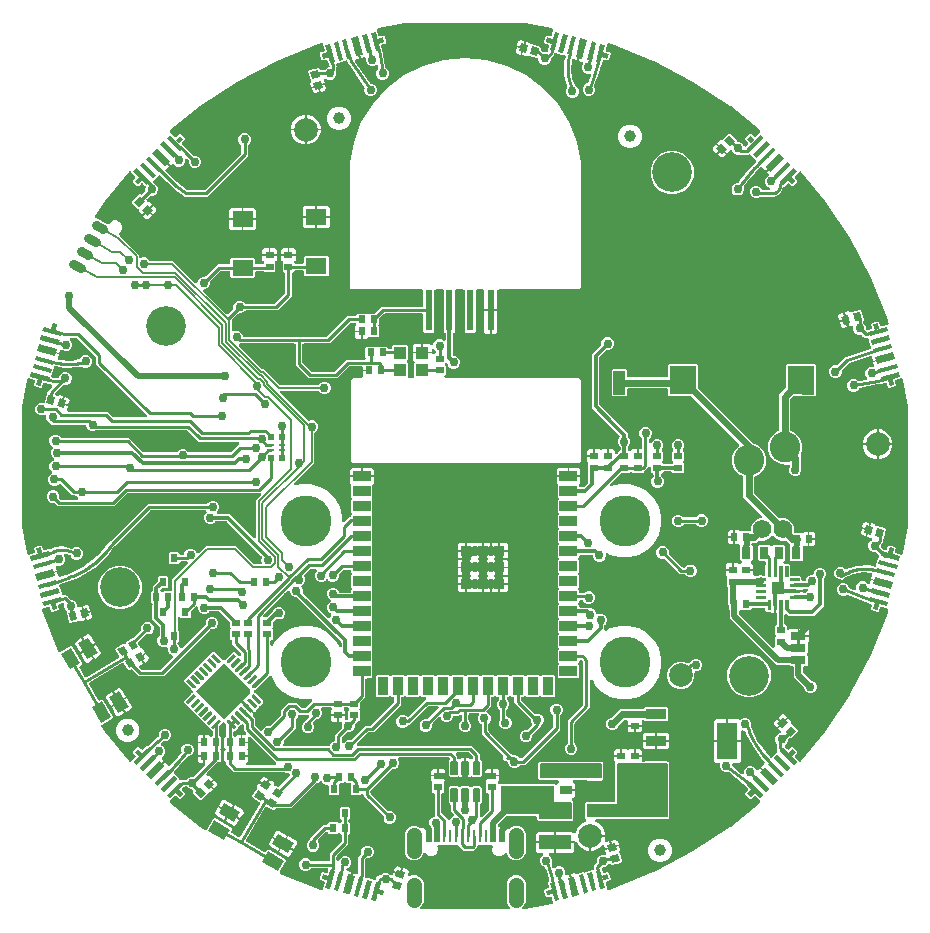
<source format=gbr>
G04 EAGLE Gerber RS-274X export*
G75*
%MOMM*%
%FSLAX34Y34*%
%LPD*%
%INBottom Copper*%
%IPPOS*%
%AMOC8*
5,1,8,0,0,1.08239X$1,22.5*%
G01*
G04 Define Apertures*
%ADD10R,0.700000X0.600000*%
%ADD11R,2.700000X1.250000*%
%ADD12R,0.600000X0.700000*%
%ADD13R,1.000000X0.800000*%
%ADD14R,1.050000X0.950000*%
%ADD15R,0.580000X1.140000*%
%ADD16R,0.270000X1.140000*%
%ADD17C,1.300000*%
%ADD18R,0.400000X1.600000*%
%ADD19R,0.350000X1.600000*%
%ADD20R,0.600000X1.600000*%
%ADD21R,0.500000X0.400000*%
%ADD22R,0.500000X0.525000*%
%ADD23R,0.500000X0.250000*%
%ADD24R,1.800000X1.350000*%
%ADD25R,1.550000X1.000000*%
%ADD26R,0.900000X0.900000*%
%ADD27R,1.500000X0.900000*%
%ADD28C,0.858000*%
%ADD29R,0.900000X1.500000*%
%ADD30C,0.150000*%
%ADD31R,1.270000X1.270000*%
%ADD32R,0.250000X0.250000*%
%ADD33R,1.761200X0.850800*%
%ADD34R,1.761200X3.150800*%
%ADD35R,0.600000X3.500000*%
%ADD36R,1.100000X1.000000*%
%ADD37C,0.067500*%
%ADD38R,1.100000X1.100000*%
%ADD39R,0.800000X1.000000*%
%ADD40C,4.316000*%
%ADD41C,2.600000*%
%ADD42R,1.270000X0.660400*%
%ADD43C,2.000000*%
%ADD44C,0.762000*%
%ADD45C,0.800000*%
%ADD46R,1.000000X2.000000*%
%ADD47R,2.200000X2.400000*%
%ADD48C,1.000000*%
%ADD49C,0.254000*%
%ADD50C,0.152400*%
%ADD51C,0.756400*%
%ADD52C,0.304800*%
%ADD53C,0.508000*%
%ADD54C,0.609600*%
%ADD55C,1.575000*%
%ADD56C,3.352800*%
G36*
X418160Y6042D02*
X417665Y5942D01*
X344336Y5942D01*
X343897Y6020D01*
X343467Y6286D01*
X343174Y6698D01*
X343066Y7192D01*
X343158Y7688D01*
X343437Y8110D01*
X344602Y9275D01*
X345824Y12224D01*
X345824Y28416D01*
X344602Y31365D01*
X342345Y33622D01*
X339396Y34844D01*
X336204Y34844D01*
X334061Y33956D01*
X333791Y33878D01*
X333285Y33893D01*
X332826Y34104D01*
X332485Y34477D01*
X332317Y34954D01*
X332348Y35458D01*
X333074Y38166D01*
X332022Y39988D01*
X328361Y40969D01*
X326730Y34882D01*
X320159Y36642D01*
X319913Y35725D01*
X319613Y35184D01*
X319201Y34892D01*
X318707Y34783D01*
X318210Y34876D01*
X317789Y35155D01*
X316696Y36248D01*
X314746Y37056D01*
X312635Y37056D01*
X310684Y36248D01*
X309538Y35101D01*
X309246Y34884D01*
X308763Y34735D01*
X308368Y34776D01*
X308200Y34689D01*
X307612Y34544D01*
X307453Y34544D01*
X307074Y34165D01*
X306764Y33938D01*
X306290Y33690D01*
X306242Y33538D01*
X305928Y33020D01*
X305816Y32907D01*
X305816Y32372D01*
X305758Y31992D01*
X305624Y31564D01*
X305426Y31179D01*
X305047Y30844D01*
X304907Y30763D01*
X304468Y30609D01*
X303963Y30632D01*
X303507Y30850D01*
X303173Y31228D01*
X303016Y31499D01*
X297861Y32880D01*
X297474Y32770D01*
X296976Y32854D01*
X296550Y33127D01*
X296265Y33544D01*
X296164Y34039D01*
X296164Y35117D01*
X296194Y35391D01*
X296351Y36104D01*
X296164Y36746D01*
X296164Y47847D01*
X296257Y48323D01*
X296536Y48745D01*
X296723Y48932D01*
X297126Y49203D01*
X297621Y49304D01*
X299506Y49304D01*
X301456Y50112D01*
X302948Y51604D01*
X303756Y53555D01*
X303756Y55666D01*
X302948Y57616D01*
X301456Y59108D01*
X299506Y59916D01*
X297395Y59916D01*
X295444Y59108D01*
X293952Y57616D01*
X293144Y55666D01*
X293144Y53781D01*
X293051Y53305D01*
X292772Y52883D01*
X290576Y50687D01*
X290576Y37539D01*
X290543Y37250D01*
X290332Y36790D01*
X289958Y36449D01*
X289482Y36281D01*
X288977Y36312D01*
X286019Y37105D01*
X283094Y26188D01*
X281622Y26582D01*
X284547Y37499D01*
X281404Y38342D01*
X280871Y38635D01*
X280575Y39045D01*
X280463Y39538D01*
X280551Y40036D01*
X280827Y40459D01*
X281246Y40742D01*
X282406Y41222D01*
X283898Y42714D01*
X284706Y44665D01*
X284706Y46776D01*
X283898Y48726D01*
X282406Y50218D01*
X280456Y51026D01*
X278345Y51026D01*
X276394Y50218D01*
X274902Y48726D01*
X274477Y47701D01*
X274244Y47333D01*
X273836Y47034D01*
X273344Y46918D01*
X272846Y47002D01*
X272420Y47275D01*
X272135Y47692D01*
X272034Y48187D01*
X272034Y50387D01*
X272127Y50863D01*
X272406Y51285D01*
X282114Y60993D01*
X282114Y68636D01*
X282199Y69094D01*
X282472Y69520D01*
X282768Y69723D01*
X283844Y70799D01*
X283844Y79061D01*
X282759Y80147D01*
X282500Y80312D01*
X282215Y80729D01*
X282114Y81224D01*
X282114Y81496D01*
X282199Y81954D01*
X282472Y82380D01*
X282889Y82665D01*
X282941Y82676D01*
X283924Y83659D01*
X283924Y91921D01*
X283031Y92814D01*
X275769Y92814D01*
X274876Y91921D01*
X274876Y83659D01*
X276103Y82431D01*
X276140Y82408D01*
X276425Y81991D01*
X276526Y81496D01*
X276526Y81224D01*
X276441Y80766D01*
X276168Y80340D01*
X275872Y80137D01*
X275218Y79483D01*
X274834Y79220D01*
X274340Y79111D01*
X273843Y79204D01*
X273422Y79483D01*
X272951Y79954D01*
X265689Y79954D01*
X264796Y79061D01*
X264796Y78994D01*
X264711Y78536D01*
X264438Y78110D01*
X264021Y77825D01*
X263526Y77724D01*
X260971Y77724D01*
X249428Y66181D01*
X249428Y65434D01*
X249335Y64957D01*
X249056Y64536D01*
X247724Y63204D01*
X246916Y61254D01*
X246916Y59143D01*
X247724Y57192D01*
X249216Y55700D01*
X251167Y54892D01*
X253278Y54892D01*
X255228Y55700D01*
X256720Y57192D01*
X257528Y59143D01*
X257528Y61254D01*
X256720Y63204D01*
X256435Y63489D01*
X256171Y63873D01*
X256063Y64367D01*
X256155Y64864D01*
X256435Y65285D01*
X262628Y71479D01*
X262994Y71734D01*
X263486Y71850D01*
X263984Y71765D01*
X264410Y71493D01*
X264695Y71076D01*
X264740Y70854D01*
X265689Y69906D01*
X272951Y69906D01*
X273422Y70377D01*
X273806Y70640D01*
X274300Y70749D01*
X274797Y70656D01*
X275218Y70377D01*
X275881Y69714D01*
X276140Y69548D01*
X276425Y69131D01*
X276526Y68636D01*
X276526Y63833D01*
X276433Y63357D01*
X276154Y62935D01*
X266446Y53227D01*
X266446Y48006D01*
X266361Y47548D01*
X266088Y47122D01*
X265671Y46837D01*
X265176Y46736D01*
X251147Y46736D01*
X250671Y46829D01*
X250249Y47108D01*
X248893Y48464D01*
X246933Y49276D01*
X244811Y49276D01*
X242851Y48464D01*
X241350Y46963D01*
X240538Y45003D01*
X240538Y42881D01*
X241350Y40921D01*
X242851Y39420D01*
X244811Y38608D01*
X246933Y38608D01*
X248893Y39420D01*
X250249Y40776D01*
X250652Y41047D01*
X251147Y41148D01*
X263928Y41148D01*
X264217Y41115D01*
X264677Y40904D01*
X265018Y40530D01*
X265186Y40054D01*
X265155Y39549D01*
X264584Y37417D01*
X264383Y36997D01*
X264009Y36657D01*
X263533Y36488D01*
X263028Y36519D01*
X260288Y37254D01*
X259194Y36623D01*
X257832Y31539D01*
X258463Y30446D01*
X261204Y29712D01*
X261624Y29511D01*
X261965Y29137D01*
X262133Y28661D01*
X262102Y28156D01*
X260849Y23479D01*
X260633Y23039D01*
X260253Y22706D01*
X259773Y22547D01*
X259269Y22588D01*
X256812Y23300D01*
X256691Y23342D01*
X224644Y36239D01*
X224130Y36621D01*
X223897Y37069D01*
X223858Y37573D01*
X224019Y38053D01*
X229228Y47076D01*
X228902Y48295D01*
X214385Y56677D01*
X213165Y56350D01*
X212382Y54992D01*
X212079Y54639D01*
X211630Y54406D01*
X211126Y54367D01*
X210647Y54528D01*
X195953Y63011D01*
X195590Y63326D01*
X195363Y63777D01*
X195330Y64281D01*
X195496Y64759D01*
X211891Y92398D01*
X212186Y92739D01*
X212635Y92971D01*
X213139Y93010D01*
X213618Y92850D01*
X218526Y90016D01*
X219745Y90343D01*
X220159Y91059D01*
X220346Y91308D01*
X220763Y91593D01*
X221258Y91694D01*
X233821Y91694D01*
X254624Y112497D01*
X255036Y112772D01*
X256484Y113372D01*
X257710Y114598D01*
X258085Y114858D01*
X258578Y114970D01*
X259076Y114881D01*
X259499Y114606D01*
X259782Y114186D01*
X259916Y113862D01*
X261408Y112370D01*
X263359Y111562D01*
X264106Y111562D01*
X264564Y111477D01*
X264990Y111204D01*
X265275Y110787D01*
X265376Y110292D01*
X265376Y103659D01*
X266269Y102766D01*
X273531Y102766D01*
X274424Y103659D01*
X274424Y111816D01*
X274509Y112274D01*
X274782Y112700D01*
X275199Y112985D01*
X275694Y113086D01*
X278031Y113086D01*
X278502Y113557D01*
X278886Y113820D01*
X279380Y113929D01*
X279877Y113836D01*
X280298Y113557D01*
X280769Y113086D01*
X283106Y113086D01*
X283564Y113001D01*
X283990Y112728D01*
X284275Y112311D01*
X284376Y111816D01*
X284376Y103659D01*
X285269Y102766D01*
X292531Y102766D01*
X293074Y103309D01*
X293440Y103564D01*
X293932Y103680D01*
X294430Y103595D01*
X294856Y103323D01*
X295141Y102906D01*
X295242Y102411D01*
X295242Y101873D01*
X311540Y85575D01*
X311811Y85172D01*
X311912Y84677D01*
X311912Y82759D01*
X312724Y80799D01*
X314225Y79298D01*
X316185Y78486D01*
X318307Y78486D01*
X320267Y79298D01*
X321768Y80799D01*
X322580Y82759D01*
X322580Y84881D01*
X321768Y86841D01*
X320267Y88342D01*
X318307Y89154D01*
X316389Y89154D01*
X315913Y89247D01*
X315491Y89526D01*
X301202Y103815D01*
X300931Y104218D01*
X300830Y104713D01*
X300830Y106107D01*
X300923Y106583D01*
X301202Y107005D01*
X318313Y124116D01*
X318716Y124387D01*
X319211Y124488D01*
X321096Y124488D01*
X323046Y125296D01*
X324538Y126788D01*
X325346Y128739D01*
X325346Y130850D01*
X324509Y132870D01*
X324349Y133100D01*
X324233Y133592D01*
X324317Y134090D01*
X324590Y134516D01*
X325007Y134801D01*
X325502Y134902D01*
X366811Y134902D01*
X367283Y134811D01*
X367706Y134533D01*
X367710Y134528D01*
X367977Y134141D01*
X368085Y133648D01*
X367993Y133151D01*
X367713Y132729D01*
X366976Y131992D01*
X366976Y119608D01*
X368308Y118276D01*
X374719Y118276D01*
X375018Y118481D01*
X375511Y118589D01*
X376008Y118497D01*
X376430Y118218D01*
X377387Y117260D01*
X380238Y117260D01*
X380238Y134340D01*
X377387Y134340D01*
X376462Y133415D01*
X376096Y133160D01*
X375604Y133043D01*
X375106Y133128D01*
X374680Y133401D01*
X374395Y133817D01*
X374294Y134313D01*
X374294Y135847D01*
X373343Y136798D01*
X373088Y137164D01*
X372972Y137656D01*
X373057Y138154D01*
X373329Y138580D01*
X373746Y138865D01*
X374241Y138966D01*
X383834Y138966D01*
X384310Y138873D01*
X384732Y138594D01*
X387334Y135992D01*
X387605Y135589D01*
X387706Y135094D01*
X387706Y134313D01*
X387628Y133874D01*
X387362Y133444D01*
X386950Y133151D01*
X386456Y133043D01*
X385959Y133136D01*
X385538Y133415D01*
X384613Y134340D01*
X381762Y134340D01*
X381762Y117260D01*
X384613Y117260D01*
X385570Y118218D01*
X385955Y118481D01*
X386448Y118589D01*
X386945Y118497D01*
X387278Y118276D01*
X393692Y118276D01*
X395024Y119608D01*
X395024Y131992D01*
X393666Y133350D01*
X393395Y133753D01*
X393294Y134248D01*
X393294Y137935D01*
X386675Y144554D01*
X290404Y144554D01*
X289966Y144632D01*
X289535Y144898D01*
X289243Y145310D01*
X289135Y145804D01*
X289227Y146301D01*
X289506Y146722D01*
X298368Y155584D01*
X298771Y155855D01*
X299266Y155956D01*
X303445Y155956D01*
X326644Y179155D01*
X326644Y184746D01*
X326729Y185204D01*
X327002Y185630D01*
X327419Y185915D01*
X327914Y186016D01*
X328981Y186016D01*
X329302Y186337D01*
X329686Y186600D01*
X330180Y186709D01*
X330677Y186616D01*
X331098Y186337D01*
X331419Y186016D01*
X341681Y186016D01*
X342002Y186337D01*
X342386Y186600D01*
X342880Y186709D01*
X343377Y186616D01*
X343798Y186337D01*
X344119Y186016D01*
X346833Y186016D01*
X347272Y185938D01*
X347702Y185672D01*
X347995Y185260D01*
X348103Y184766D01*
X348010Y184269D01*
X347731Y183848D01*
X333210Y169326D01*
X332825Y169063D01*
X332332Y168954D01*
X331835Y169047D01*
X331413Y169326D01*
X331170Y169570D01*
X329219Y170378D01*
X327108Y170378D01*
X325158Y169570D01*
X323666Y168078D01*
X322858Y166128D01*
X322858Y164017D01*
X323666Y162066D01*
X325158Y160574D01*
X327108Y159766D01*
X329219Y159766D01*
X331170Y160574D01*
X332502Y161906D01*
X332904Y162177D01*
X333400Y162278D01*
X334064Y162278D01*
X349694Y177908D01*
X350097Y178179D01*
X350592Y178280D01*
X357191Y178280D01*
X357630Y178202D01*
X358060Y177936D01*
X358352Y177524D01*
X358460Y177030D01*
X358368Y176533D01*
X358089Y176112D01*
X349481Y167504D01*
X349078Y167233D01*
X348583Y167132D01*
X346665Y167132D01*
X344705Y166320D01*
X343204Y164819D01*
X342392Y162859D01*
X342392Y160737D01*
X343204Y158777D01*
X344705Y157276D01*
X346665Y156464D01*
X348787Y156464D01*
X350747Y157276D01*
X352248Y158777D01*
X353060Y160737D01*
X353060Y162655D01*
X353153Y163131D01*
X353432Y163553D01*
X358372Y168493D01*
X358747Y168752D01*
X359240Y168865D01*
X359738Y168776D01*
X360161Y168500D01*
X360444Y168081D01*
X360846Y167110D01*
X362338Y165618D01*
X364289Y164810D01*
X366400Y164810D01*
X368350Y165618D01*
X369842Y167110D01*
X370684Y169142D01*
X370945Y169540D01*
X371362Y169825D01*
X371857Y169926D01*
X375338Y169926D01*
X376038Y170626D01*
X376404Y170881D01*
X376896Y170997D01*
X377394Y170912D01*
X377820Y170640D01*
X378105Y170223D01*
X378206Y169728D01*
X378206Y166565D01*
X378113Y166089D01*
X377834Y165667D01*
X376478Y164311D01*
X375666Y162351D01*
X375666Y160229D01*
X376478Y158269D01*
X377979Y156768D01*
X379939Y155956D01*
X382061Y155956D01*
X384021Y156768D01*
X385522Y158269D01*
X386334Y160229D01*
X386334Y162351D01*
X385522Y164311D01*
X384166Y165667D01*
X383895Y166070D01*
X383794Y166565D01*
X383794Y170942D01*
X383879Y171400D01*
X384152Y171826D01*
X384569Y172111D01*
X385064Y172212D01*
X391520Y172212D01*
X391969Y172130D01*
X392397Y171861D01*
X392686Y171447D01*
X392790Y170952D01*
X392694Y170456D01*
X392016Y168821D01*
X392016Y166710D01*
X392824Y164760D01*
X394317Y163267D01*
X394358Y163250D01*
X394756Y162989D01*
X395042Y162572D01*
X395142Y162077D01*
X395142Y154627D01*
X412901Y136868D01*
X413164Y136484D01*
X413272Y135990D01*
X413258Y135913D01*
X413258Y133115D01*
X414895Y131478D01*
X416052Y131478D01*
X416510Y131393D01*
X416936Y131120D01*
X417221Y130703D01*
X417322Y130208D01*
X417322Y130003D01*
X418134Y128043D01*
X419635Y126542D01*
X421595Y125730D01*
X423717Y125730D01*
X425677Y126542D01*
X427033Y127898D01*
X427436Y128169D01*
X427931Y128270D01*
X431493Y128270D01*
X461237Y158014D01*
X461237Y169641D01*
X461330Y170118D01*
X461609Y170539D01*
X462941Y171872D01*
X463749Y173822D01*
X463749Y175933D01*
X462941Y177883D01*
X461448Y179376D01*
X459498Y180183D01*
X457387Y180183D01*
X455437Y179376D01*
X453945Y177883D01*
X453137Y175933D01*
X453137Y173822D01*
X453945Y171872D01*
X455277Y170539D01*
X455548Y170137D01*
X455649Y169641D01*
X455649Y160855D01*
X455556Y160378D01*
X455277Y159957D01*
X429550Y134230D01*
X429147Y133959D01*
X428652Y133858D01*
X427931Y133858D01*
X427455Y133951D01*
X427033Y134230D01*
X425677Y135586D01*
X425255Y135761D01*
X424843Y136036D01*
X423813Y137066D01*
X421131Y137066D01*
X420655Y137159D01*
X420233Y137438D01*
X401102Y156569D01*
X400831Y156972D01*
X400730Y157467D01*
X400730Y163143D01*
X400823Y163620D01*
X401102Y164041D01*
X401821Y164760D01*
X402628Y166710D01*
X402628Y168821D01*
X401821Y170771D01*
X400328Y172264D01*
X399689Y172528D01*
X399306Y172775D01*
X399014Y173188D01*
X398905Y173681D01*
X398998Y174178D01*
X399277Y174600D01*
X402844Y178167D01*
X402844Y184746D01*
X402929Y185204D01*
X403202Y185630D01*
X403619Y185915D01*
X404114Y186016D01*
X405181Y186016D01*
X405502Y186337D01*
X405886Y186600D01*
X406380Y186709D01*
X406877Y186616D01*
X407298Y186337D01*
X407619Y186016D01*
X408686Y186016D01*
X409144Y185931D01*
X409570Y185658D01*
X409855Y185241D01*
X409956Y184746D01*
X409956Y184532D01*
X409863Y184055D01*
X409584Y183634D01*
X408643Y182693D01*
X407835Y180743D01*
X407835Y178632D01*
X408643Y176682D01*
X409975Y175349D01*
X410246Y174947D01*
X410347Y174451D01*
X410347Y166701D01*
X410250Y166215D01*
X409702Y164891D01*
X409702Y162769D01*
X410514Y160809D01*
X412015Y159308D01*
X413975Y158496D01*
X416097Y158496D01*
X418057Y159308D01*
X419558Y160809D01*
X420370Y162769D01*
X420370Y164891D01*
X419558Y166851D01*
X418057Y168352D01*
X416719Y168906D01*
X416321Y169167D01*
X416036Y169584D01*
X415935Y170080D01*
X415935Y174451D01*
X416028Y174928D01*
X416307Y175349D01*
X417639Y176682D01*
X418447Y178632D01*
X418447Y180743D01*
X417639Y182693D01*
X416484Y183848D01*
X416229Y184214D01*
X416113Y184706D01*
X416197Y185204D01*
X416470Y185630D01*
X416887Y185915D01*
X417382Y186016D01*
X417881Y186016D01*
X418202Y186337D01*
X418586Y186600D01*
X419080Y186709D01*
X419577Y186616D01*
X419998Y186337D01*
X420319Y186016D01*
X421386Y186016D01*
X421844Y185931D01*
X422270Y185658D01*
X422555Y185241D01*
X422656Y184746D01*
X422656Y180707D01*
X436508Y166855D01*
X436779Y166452D01*
X436880Y165957D01*
X436880Y165309D01*
X437746Y163219D01*
X437844Y163076D01*
X437952Y162582D01*
X437860Y162086D01*
X437580Y161664D01*
X434220Y158304D01*
X433818Y158033D01*
X433322Y157932D01*
X431438Y157932D01*
X429488Y157124D01*
X427995Y155632D01*
X427188Y153682D01*
X427188Y151571D01*
X427995Y149620D01*
X429488Y148128D01*
X431438Y147320D01*
X433549Y147320D01*
X435499Y148128D01*
X436992Y149620D01*
X437800Y151571D01*
X437800Y153455D01*
X437892Y153931D01*
X438172Y154353D01*
X445031Y161212D01*
X445101Y161571D01*
X445380Y161993D01*
X446736Y163349D01*
X447548Y165309D01*
X447548Y167431D01*
X446736Y169391D01*
X445235Y170892D01*
X443275Y171704D01*
X440087Y171704D01*
X439611Y171797D01*
X439189Y172076D01*
X428616Y182649D01*
X428345Y183052D01*
X428244Y183547D01*
X428244Y184746D01*
X428329Y185204D01*
X428602Y185630D01*
X429019Y185915D01*
X429514Y186016D01*
X430581Y186016D01*
X430902Y186337D01*
X431286Y186600D01*
X431780Y186709D01*
X432277Y186616D01*
X432698Y186337D01*
X433019Y186016D01*
X443281Y186016D01*
X443602Y186337D01*
X443986Y186600D01*
X444480Y186709D01*
X444977Y186616D01*
X445398Y186337D01*
X445719Y186016D01*
X455981Y186016D01*
X456874Y186909D01*
X456874Y203171D01*
X455981Y204064D01*
X445719Y204064D01*
X445398Y203743D01*
X445014Y203480D01*
X444520Y203371D01*
X444023Y203464D01*
X443602Y203743D01*
X443281Y204064D01*
X433019Y204064D01*
X432698Y203743D01*
X432314Y203480D01*
X431820Y203371D01*
X431323Y203464D01*
X430902Y203743D01*
X430581Y204064D01*
X420319Y204064D01*
X419998Y203743D01*
X419614Y203480D01*
X419120Y203371D01*
X418623Y203464D01*
X418202Y203743D01*
X417881Y204064D01*
X407619Y204064D01*
X407298Y203743D01*
X406914Y203480D01*
X406420Y203371D01*
X405923Y203464D01*
X405502Y203743D01*
X405181Y204064D01*
X394919Y204064D01*
X394598Y203743D01*
X394214Y203480D01*
X393720Y203371D01*
X393223Y203464D01*
X392802Y203743D01*
X392481Y204064D01*
X382219Y204064D01*
X381898Y203743D01*
X381514Y203480D01*
X381020Y203371D01*
X380523Y203464D01*
X380102Y203743D01*
X379781Y204064D01*
X369519Y204064D01*
X369198Y203743D01*
X368814Y203480D01*
X368320Y203371D01*
X367823Y203464D01*
X367402Y203743D01*
X367081Y204064D01*
X356819Y204064D01*
X356498Y203743D01*
X356114Y203480D01*
X355620Y203371D01*
X355123Y203464D01*
X354702Y203743D01*
X354381Y204064D01*
X344119Y204064D01*
X343798Y203743D01*
X343414Y203480D01*
X342920Y203371D01*
X342423Y203464D01*
X342002Y203743D01*
X341681Y204064D01*
X331419Y204064D01*
X331098Y203743D01*
X330714Y203480D01*
X330220Y203371D01*
X329723Y203464D01*
X329302Y203743D01*
X328981Y204064D01*
X318719Y204064D01*
X318398Y203743D01*
X318014Y203480D01*
X317520Y203371D01*
X317023Y203464D01*
X316602Y203743D01*
X316281Y204064D01*
X306019Y204064D01*
X305126Y203171D01*
X305126Y186909D01*
X306019Y186016D01*
X316281Y186016D01*
X316602Y186337D01*
X316986Y186600D01*
X317480Y186709D01*
X317977Y186616D01*
X318398Y186337D01*
X318719Y186016D01*
X319786Y186016D01*
X320244Y185931D01*
X320670Y185658D01*
X320955Y185241D01*
X321056Y184746D01*
X321056Y181995D01*
X320963Y181519D01*
X320684Y181097D01*
X301503Y161916D01*
X301100Y161645D01*
X300605Y161544D01*
X296426Y161544D01*
X284507Y149625D01*
X284104Y149354D01*
X283609Y149253D01*
X281725Y149253D01*
X279774Y148445D01*
X278520Y147191D01*
X278154Y146936D01*
X277662Y146820D01*
X277164Y146904D01*
X276738Y147177D01*
X276453Y147594D01*
X276352Y148089D01*
X276352Y150971D01*
X276445Y151447D01*
X276724Y151869D01*
X280340Y155485D01*
X280743Y155756D01*
X281238Y155857D01*
X283123Y155857D01*
X285073Y156665D01*
X286565Y158157D01*
X287373Y160108D01*
X287373Y161992D01*
X287466Y162468D01*
X287745Y162890D01*
X290113Y165258D01*
X290172Y165350D01*
X290589Y165635D01*
X291084Y165736D01*
X291151Y165736D01*
X292044Y166629D01*
X292044Y173891D01*
X291573Y174362D01*
X291310Y174746D01*
X291201Y175240D01*
X291294Y175737D01*
X291573Y176158D01*
X292044Y176629D01*
X292044Y180807D01*
X292137Y181283D01*
X292416Y181705D01*
X296294Y185583D01*
X296294Y200246D01*
X296379Y200704D01*
X296652Y201130D01*
X297069Y201415D01*
X297564Y201516D01*
X301631Y201516D01*
X302524Y202409D01*
X302524Y212671D01*
X302203Y212992D01*
X301940Y213376D01*
X301831Y213870D01*
X301924Y214367D01*
X302203Y214788D01*
X302524Y215109D01*
X302524Y225371D01*
X302203Y225692D01*
X301940Y226076D01*
X301831Y226570D01*
X301924Y227067D01*
X302203Y227488D01*
X302524Y227809D01*
X302524Y238071D01*
X302203Y238392D01*
X301940Y238776D01*
X301831Y239270D01*
X301924Y239767D01*
X302203Y240188D01*
X302524Y240509D01*
X302524Y250771D01*
X302203Y251092D01*
X301940Y251476D01*
X301831Y251970D01*
X301924Y252467D01*
X302203Y252888D01*
X302524Y253209D01*
X302524Y263471D01*
X302203Y263792D01*
X301940Y264176D01*
X301831Y264670D01*
X301924Y265167D01*
X302203Y265588D01*
X302524Y265909D01*
X302524Y276171D01*
X302203Y276492D01*
X301940Y276876D01*
X301831Y277370D01*
X301924Y277867D01*
X302203Y278288D01*
X302524Y278609D01*
X302524Y288871D01*
X302203Y289192D01*
X301940Y289576D01*
X301831Y290070D01*
X301924Y290567D01*
X302203Y290988D01*
X302524Y291309D01*
X302524Y301571D01*
X302203Y301892D01*
X301940Y302276D01*
X301831Y302770D01*
X301924Y303267D01*
X302203Y303688D01*
X302524Y304009D01*
X302524Y314271D01*
X302203Y314592D01*
X301940Y314976D01*
X301831Y315470D01*
X301924Y315967D01*
X302203Y316388D01*
X302524Y316709D01*
X302524Y326971D01*
X302203Y327292D01*
X301940Y327676D01*
X301831Y328170D01*
X301924Y328667D01*
X302203Y329088D01*
X302524Y329409D01*
X302524Y339671D01*
X302203Y339992D01*
X301940Y340376D01*
X301831Y340870D01*
X301924Y341367D01*
X302203Y341788D01*
X302524Y342109D01*
X302524Y352371D01*
X302203Y352692D01*
X301940Y353076D01*
X301831Y353570D01*
X301924Y354067D01*
X302203Y354488D01*
X302524Y354809D01*
X302524Y365546D01*
X302617Y366022D01*
X302896Y366444D01*
X303540Y367088D01*
X303540Y371878D01*
X283460Y371878D01*
X283460Y367088D01*
X284104Y366444D01*
X284375Y366041D01*
X284476Y365546D01*
X284476Y354809D01*
X284797Y354488D01*
X285060Y354104D01*
X285169Y353610D01*
X285076Y353113D01*
X284797Y352692D01*
X284476Y352371D01*
X284476Y342109D01*
X284797Y341788D01*
X285060Y341404D01*
X285169Y340910D01*
X285076Y340413D01*
X284797Y339992D01*
X284476Y339671D01*
X284476Y339294D01*
X284391Y338836D01*
X284118Y338410D01*
X283701Y338125D01*
X283206Y338024D01*
X282923Y338024D01*
X279168Y334269D01*
X278802Y334014D01*
X278310Y333897D01*
X277812Y333982D01*
X277386Y334254D01*
X277101Y334671D01*
X277000Y335167D01*
X277000Y339181D01*
X274887Y347066D01*
X270806Y354134D01*
X265034Y359906D01*
X257966Y363987D01*
X250081Y366100D01*
X241919Y366100D01*
X237475Y364909D01*
X237208Y364868D01*
X236708Y364944D01*
X236278Y365210D01*
X235985Y365622D01*
X235877Y366116D01*
X235970Y366613D01*
X236249Y367034D01*
X253332Y384117D01*
X253332Y409146D01*
X253421Y409613D01*
X253697Y410036D01*
X253860Y410146D01*
X255474Y411761D01*
X256286Y413721D01*
X256286Y415843D01*
X255474Y417803D01*
X253973Y419304D01*
X252013Y420116D01*
X249891Y420116D01*
X249187Y419825D01*
X248722Y419728D01*
X248225Y419821D01*
X247803Y420100D01*
X224809Y443094D01*
X224554Y443460D01*
X224438Y443952D01*
X224522Y444450D01*
X224795Y444876D01*
X225212Y445161D01*
X225707Y445262D01*
X256229Y445262D01*
X256696Y445173D01*
X257120Y444897D01*
X257325Y444594D01*
X258868Y443050D01*
X260819Y442242D01*
X262930Y442242D01*
X264880Y443050D01*
X266372Y444542D01*
X267180Y446493D01*
X267180Y448604D01*
X266372Y450554D01*
X264880Y452046D01*
X262930Y452854D01*
X260819Y452854D01*
X258868Y452046D01*
X257330Y450508D01*
X257141Y450220D01*
X256724Y449935D01*
X256229Y449834D01*
X224598Y449834D01*
X224121Y449927D01*
X223700Y450206D01*
X210412Y463494D01*
X209746Y463494D01*
X209270Y463587D01*
X208848Y463866D01*
X189742Y482972D01*
X189487Y483338D01*
X189371Y483830D01*
X189456Y484328D01*
X189728Y484754D01*
X190145Y485039D01*
X190640Y485140D01*
X236220Y485140D01*
X236678Y485055D01*
X237104Y484782D01*
X237389Y484365D01*
X237490Y483870D01*
X237490Y466965D01*
X248779Y455676D01*
X272472Y455676D01*
X282204Y465408D01*
X282607Y465679D01*
X283102Y465780D01*
X292990Y465780D01*
X293448Y465695D01*
X293874Y465422D01*
X294159Y465005D01*
X294260Y464510D01*
X294260Y463042D01*
X300562Y463042D01*
X300562Y461518D01*
X294260Y461518D01*
X294260Y457246D01*
X294261Y457240D01*
X294260Y457233D01*
X294260Y457202D01*
X294255Y457202D01*
X294176Y456742D01*
X293904Y456316D01*
X293487Y456031D01*
X292992Y455930D01*
X285968Y455930D01*
X284480Y454442D01*
X284480Y385028D01*
X285968Y383540D01*
X477302Y383540D01*
X478790Y385028D01*
X478790Y454442D01*
X477302Y455930D01*
X364701Y455930D01*
X364262Y456008D01*
X363832Y456274D01*
X363540Y456686D01*
X363431Y457180D01*
X363524Y457677D01*
X363803Y458098D01*
X364434Y458729D01*
X364434Y465482D01*
X364512Y465921D01*
X364598Y466060D01*
X364487Y466081D01*
X364065Y466360D01*
X363963Y466462D01*
X363700Y466846D01*
X363591Y467340D01*
X363684Y467837D01*
X363963Y468258D01*
X364005Y468300D01*
X364380Y468559D01*
X364873Y468672D01*
X365371Y468583D01*
X365794Y468307D01*
X366077Y467888D01*
X366137Y467744D01*
X366232Y467319D01*
X366155Y466819D01*
X366069Y466680D01*
X366181Y466659D01*
X366602Y466380D01*
X368264Y464718D01*
X370215Y463910D01*
X372326Y463910D01*
X374276Y464718D01*
X375768Y466210D01*
X376576Y468161D01*
X376576Y470272D01*
X375768Y472222D01*
X374276Y473714D01*
X372326Y474522D01*
X372068Y474522D01*
X371610Y474607D01*
X371184Y474880D01*
X370899Y475297D01*
X370798Y475792D01*
X370798Y493214D01*
X370891Y493691D01*
X371170Y494112D01*
X372274Y495216D01*
X372274Y529577D01*
X372359Y530035D01*
X372632Y530461D01*
X373049Y530747D01*
X373544Y530847D01*
X379456Y530847D01*
X379914Y530762D01*
X380340Y530490D01*
X380625Y530073D01*
X380726Y529577D01*
X380726Y495216D01*
X381619Y494323D01*
X388881Y494323D01*
X389774Y495216D01*
X389774Y529577D01*
X389859Y530035D01*
X390132Y530461D01*
X390549Y530747D01*
X391044Y530847D01*
X395940Y530847D01*
X396398Y530762D01*
X396824Y530490D01*
X397109Y530073D01*
X397210Y529577D01*
X397210Y514109D01*
X408290Y514109D01*
X408290Y529577D01*
X408375Y530035D01*
X408648Y530461D01*
X409065Y530747D01*
X409560Y530847D01*
X477307Y530847D01*
X478803Y532343D01*
X478803Y534983D01*
X478803Y534983D01*
X478803Y630233D01*
X478803Y630233D01*
X478803Y637713D01*
X475472Y655530D01*
X468924Y672431D01*
X459383Y687842D01*
X447172Y701237D01*
X432707Y712160D01*
X416482Y720239D01*
X399048Y725199D01*
X381000Y726872D01*
X362952Y725199D01*
X345518Y720239D01*
X329293Y712160D01*
X314829Y701237D01*
X302617Y687842D01*
X293076Y672431D01*
X286528Y655530D01*
X283197Y637713D01*
X283197Y630233D01*
X283197Y630233D01*
X283197Y532343D01*
X284693Y530847D01*
X344456Y530847D01*
X344914Y530762D01*
X345340Y530490D01*
X345625Y530073D01*
X345726Y529577D01*
X345726Y517411D01*
X345641Y516954D01*
X345368Y516528D01*
X344951Y516242D01*
X344456Y516141D01*
X310180Y516141D01*
X304895Y510856D01*
X304492Y510585D01*
X303997Y510484D01*
X299819Y510484D01*
X299348Y510013D01*
X298964Y509750D01*
X298470Y509641D01*
X297973Y509734D01*
X297552Y510013D01*
X297081Y510484D01*
X289819Y510484D01*
X288926Y509591D01*
X288926Y509524D01*
X288841Y509066D01*
X288568Y508640D01*
X288151Y508355D01*
X287656Y508254D01*
X281545Y508254D01*
X264391Y491100D01*
X263988Y490829D01*
X263493Y490728D01*
X194033Y490728D01*
X193566Y490817D01*
X193142Y491093D01*
X192860Y491512D01*
X192015Y493552D01*
X190522Y495044D01*
X188572Y495852D01*
X186461Y495852D01*
X185491Y495450D01*
X185045Y495354D01*
X184547Y495439D01*
X184121Y495711D01*
X183835Y496128D01*
X183735Y496623D01*
X183735Y505139D01*
X183827Y505616D01*
X184107Y506037D01*
X188237Y510168D01*
X188640Y510439D01*
X189135Y510540D01*
X191053Y510540D01*
X193013Y511352D01*
X194369Y512708D01*
X194772Y512979D01*
X195267Y513080D01*
X222137Y513080D01*
X234188Y525131D01*
X234188Y544196D01*
X234273Y544654D01*
X234546Y545080D01*
X234963Y545365D01*
X235458Y545466D01*
X235525Y545466D01*
X236611Y546551D01*
X236776Y546810D01*
X237193Y547095D01*
X237688Y547196D01*
X243222Y547196D01*
X243680Y547111D01*
X244106Y546838D01*
X244391Y546421D01*
X244492Y545926D01*
X244492Y543115D01*
X245385Y542222D01*
X264647Y542222D01*
X265540Y543115D01*
X265540Y557877D01*
X264647Y558770D01*
X245385Y558770D01*
X244492Y557877D01*
X244492Y554054D01*
X244407Y553596D01*
X244134Y553170D01*
X243717Y552885D01*
X243222Y552784D01*
X237688Y552784D01*
X237230Y552869D01*
X236804Y553142D01*
X236519Y553559D01*
X236510Y553601D01*
X236402Y553758D01*
X236294Y554251D01*
X236387Y554748D01*
X236666Y555170D01*
X237434Y555938D01*
X237434Y559228D01*
X225354Y559228D01*
X225354Y555938D01*
X226122Y555170D01*
X226386Y554786D01*
X226494Y554292D01*
X226401Y553795D01*
X226370Y553748D01*
X226370Y546359D01*
X227263Y545466D01*
X227330Y545466D01*
X227788Y545381D01*
X228214Y545108D01*
X228499Y544691D01*
X228600Y544196D01*
X228600Y527971D01*
X228507Y527495D01*
X228228Y527073D01*
X220195Y519040D01*
X219792Y518769D01*
X219297Y518668D01*
X195267Y518668D01*
X194791Y518761D01*
X194369Y519040D01*
X193013Y520396D01*
X191053Y521208D01*
X188931Y521208D01*
X186971Y520396D01*
X185470Y518895D01*
X184658Y516935D01*
X184658Y515017D01*
X184565Y514541D01*
X184286Y514119D01*
X180334Y510167D01*
X179950Y509904D01*
X179456Y509795D01*
X178959Y509888D01*
X178538Y510167D01*
X159731Y528974D01*
X159476Y529340D01*
X159359Y529832D01*
X159444Y530330D01*
X159716Y530756D01*
X160133Y531041D01*
X160629Y531142D01*
X160822Y531142D01*
X162772Y531950D01*
X164264Y533442D01*
X165072Y535393D01*
X165072Y537277D01*
X165165Y537753D01*
X165444Y538175D01*
X173329Y546060D01*
X173732Y546331D01*
X174227Y546432D01*
X180738Y546432D01*
X181196Y546347D01*
X181622Y546074D01*
X181907Y545657D01*
X182008Y545162D01*
X182008Y541845D01*
X182901Y540952D01*
X202163Y540952D01*
X203056Y541845D01*
X203056Y545162D01*
X203141Y545620D01*
X203414Y546046D01*
X203831Y546331D01*
X204326Y546432D01*
X209769Y546432D01*
X210245Y546339D01*
X210667Y546060D01*
X211261Y545466D01*
X219523Y545466D01*
X220416Y546359D01*
X220416Y553735D01*
X220400Y553758D01*
X220292Y554251D01*
X220385Y554748D01*
X220664Y555170D01*
X221432Y555938D01*
X221432Y559228D01*
X209352Y559228D01*
X209352Y555938D01*
X210120Y555170D01*
X210384Y554786D01*
X210492Y554292D01*
X210399Y553795D01*
X210368Y553748D01*
X210368Y553290D01*
X210283Y552832D01*
X210010Y552406D01*
X209593Y552121D01*
X209098Y552020D01*
X204326Y552020D01*
X203868Y552105D01*
X203442Y552378D01*
X203157Y552795D01*
X203056Y553290D01*
X203056Y556607D01*
X202163Y557500D01*
X182901Y557500D01*
X182008Y556607D01*
X182008Y553290D01*
X181923Y552832D01*
X181650Y552406D01*
X181233Y552121D01*
X180738Y552020D01*
X171387Y552020D01*
X161493Y542126D01*
X161090Y541855D01*
X160595Y541754D01*
X158711Y541754D01*
X156760Y540946D01*
X155268Y539454D01*
X154460Y537504D01*
X154460Y537311D01*
X154382Y536872D01*
X154116Y536442D01*
X153704Y536149D01*
X153210Y536041D01*
X152713Y536133D01*
X152292Y536413D01*
X133766Y554939D01*
X114560Y554939D01*
X114092Y555028D01*
X113669Y555304D01*
X113464Y555607D01*
X111920Y557151D01*
X109970Y557959D01*
X107859Y557959D01*
X106889Y557557D01*
X106443Y557461D01*
X105945Y557546D01*
X105519Y557818D01*
X105233Y558235D01*
X105133Y558730D01*
X105133Y559770D01*
X89158Y575745D01*
X88834Y576306D01*
X88416Y576548D01*
X88153Y576749D01*
X87996Y576907D01*
X87733Y577291D01*
X87625Y577784D01*
X87717Y578281D01*
X87997Y578702D01*
X89478Y580184D01*
X90360Y582312D01*
X90360Y584616D01*
X89478Y586744D01*
X87850Y588373D01*
X85722Y589254D01*
X83418Y589254D01*
X81290Y588373D01*
X79483Y586565D01*
X79468Y586579D01*
X79371Y586449D01*
X78922Y586217D01*
X78419Y586178D01*
X77939Y586338D01*
X70172Y590823D01*
X68534Y591039D01*
X68034Y591217D01*
X67665Y591562D01*
X67460Y592024D01*
X67451Y592529D01*
X67641Y592998D01*
X76013Y605666D01*
X76089Y605769D01*
X96289Y630509D01*
X96740Y630859D01*
X97232Y630975D01*
X97730Y630891D01*
X98156Y630618D01*
X98248Y630484D01*
X101609Y627123D01*
X101873Y626739D01*
X101981Y626245D01*
X101889Y625748D01*
X101609Y625327D01*
X99603Y623320D01*
X99603Y622058D01*
X103324Y618337D01*
X104587Y618337D01*
X106593Y620343D01*
X106977Y620606D01*
X107471Y620715D01*
X107968Y620622D01*
X108389Y620343D01*
X110167Y618565D01*
X110434Y618172D01*
X110539Y617677D01*
X110442Y617181D01*
X110264Y616751D01*
X110264Y614807D01*
X110171Y614330D01*
X109892Y613909D01*
X107534Y611551D01*
X107150Y611288D01*
X106657Y611179D01*
X106303Y611245D01*
X104782Y611245D01*
X98939Y605403D01*
X98939Y604140D01*
X104155Y598924D01*
X104182Y598919D01*
X104608Y598647D01*
X104894Y598230D01*
X104994Y597735D01*
X104994Y596648D01*
X107321Y594322D01*
X115862Y602864D01*
X113536Y605190D01*
X112449Y605190D01*
X111992Y605275D01*
X111566Y605548D01*
X111280Y605965D01*
X111240Y606162D01*
X111222Y606188D01*
X111114Y606682D01*
X111206Y607178D01*
X111485Y607600D01*
X113904Y610018D01*
X114306Y610289D01*
X114802Y610390D01*
X116626Y610390D01*
X118576Y611198D01*
X120068Y612690D01*
X120876Y614641D01*
X120876Y616752D01*
X120068Y618702D01*
X118576Y620194D01*
X117591Y620602D01*
X117201Y620855D01*
X116948Y621097D01*
X116671Y621484D01*
X116555Y621976D01*
X116639Y622474D01*
X116912Y622900D01*
X116965Y622936D01*
X121338Y627309D01*
X121736Y627579D01*
X122231Y627681D01*
X122726Y627583D01*
X123144Y627299D01*
X123731Y626698D01*
X128223Y622098D01*
X137940Y613677D01*
X142878Y610069D01*
X143027Y609942D01*
X143645Y609324D01*
X143743Y609312D01*
X144006Y609192D01*
X144899Y609331D01*
X145094Y609346D01*
X162447Y609346D01*
X197104Y644003D01*
X197104Y652624D01*
X197197Y653101D01*
X197476Y653522D01*
X198808Y654854D01*
X199616Y656805D01*
X199616Y658916D01*
X198808Y660866D01*
X197316Y662358D01*
X195366Y663166D01*
X193255Y663166D01*
X191304Y662358D01*
X189812Y660866D01*
X189004Y658916D01*
X189004Y656805D01*
X189812Y654854D01*
X191144Y653522D01*
X191415Y653119D01*
X191516Y652624D01*
X191516Y646843D01*
X191423Y646367D01*
X191144Y645945D01*
X160505Y615306D01*
X160102Y615035D01*
X159607Y614934D01*
X146195Y614934D01*
X145854Y614981D01*
X145404Y615211D01*
X136782Y622077D01*
X136702Y622146D01*
X127767Y630565D01*
X127729Y630602D01*
X127614Y630720D01*
X127370Y631075D01*
X127253Y631567D01*
X127338Y632065D01*
X127611Y632491D01*
X128027Y632776D01*
X128296Y632831D01*
X130669Y635203D01*
X122677Y643195D01*
X123755Y644273D01*
X131746Y636281D01*
X132393Y636928D01*
X132777Y637191D01*
X133271Y637300D01*
X133768Y637207D01*
X134189Y636928D01*
X135535Y635582D01*
X137485Y634774D01*
X139596Y634774D01*
X141546Y635582D01*
X143039Y637074D01*
X143847Y639025D01*
X143847Y640215D01*
X143925Y640654D01*
X144191Y641084D01*
X144603Y641377D01*
X145096Y641485D01*
X145593Y641393D01*
X146015Y641113D01*
X146522Y640606D01*
X146793Y640203D01*
X146894Y639708D01*
X146894Y637824D01*
X147702Y635874D01*
X149194Y634381D01*
X151145Y633573D01*
X153256Y633573D01*
X155206Y634381D01*
X156698Y635874D01*
X157506Y637824D01*
X157506Y639935D01*
X156698Y641885D01*
X155206Y643378D01*
X153256Y644185D01*
X151371Y644185D01*
X150895Y644278D01*
X150473Y644557D01*
X146584Y648447D01*
X146344Y648780D01*
X146295Y648966D01*
X144445Y650604D01*
X144117Y651060D01*
X144094Y651174D01*
X141657Y653611D01*
X141394Y653995D01*
X141285Y654489D01*
X141378Y654986D01*
X141657Y655407D01*
X143663Y657413D01*
X143663Y658676D01*
X139942Y662397D01*
X138680Y662397D01*
X136673Y660391D01*
X136289Y660127D01*
X135796Y660019D01*
X135299Y660111D01*
X134877Y660391D01*
X131500Y663768D01*
X131336Y663893D01*
X131087Y664333D01*
X131029Y664835D01*
X131171Y665320D01*
X131491Y665711D01*
X156232Y685911D01*
X156334Y685987D01*
X187888Y706841D01*
X187998Y706907D01*
X221488Y724483D01*
X221604Y724537D01*
X256691Y738658D01*
X256812Y738700D01*
X259269Y739412D01*
X259758Y739455D01*
X260239Y739302D01*
X260623Y738973D01*
X260849Y738521D01*
X262102Y733844D01*
X262138Y733379D01*
X261985Y732898D01*
X261656Y732514D01*
X261204Y732288D01*
X258463Y731554D01*
X257832Y730461D01*
X259194Y725377D01*
X260288Y724746D01*
X263028Y725481D01*
X263492Y725517D01*
X263974Y725364D01*
X264358Y725035D01*
X264584Y724582D01*
X265447Y721359D01*
X265632Y721252D01*
X265859Y721086D01*
X266154Y720676D01*
X266267Y720183D01*
X266178Y719685D01*
X265902Y719262D01*
X265483Y718979D01*
X263694Y718238D01*
X262362Y716906D01*
X261959Y716635D01*
X261464Y716534D01*
X259338Y716534D01*
X258720Y716694D01*
X258336Y717023D01*
X258111Y717475D01*
X258004Y717876D01*
X256910Y718507D01*
X248929Y716369D01*
X248298Y715275D01*
X250207Y708151D01*
X250228Y708133D01*
X250461Y707684D01*
X250500Y707180D01*
X250339Y706701D01*
X249796Y705760D01*
X250648Y702582D01*
X262316Y705708D01*
X261745Y707840D01*
X261703Y708108D01*
X261780Y708608D01*
X262045Y709038D01*
X262458Y709330D01*
X262951Y709439D01*
X263448Y709346D01*
X263461Y709338D01*
X263461Y709338D01*
X265645Y708434D01*
X267756Y708434D01*
X269706Y709242D01*
X271198Y710734D01*
X272006Y712685D01*
X272006Y714569D01*
X272034Y714712D01*
X272034Y718963D01*
X272215Y719617D01*
X272231Y719643D01*
X272072Y720282D01*
X272034Y720589D01*
X272034Y721480D01*
X272184Y722080D01*
X272507Y722469D01*
X272956Y722701D01*
X273460Y722740D01*
X273723Y722652D01*
X278868Y724031D01*
X279024Y724301D01*
X279327Y724655D01*
X279776Y724887D01*
X280280Y724927D01*
X280759Y724766D01*
X280919Y724674D01*
X281321Y724308D01*
X281525Y723845D01*
X281532Y723340D01*
X281521Y723277D01*
X281863Y722776D01*
X282016Y722472D01*
X282213Y721898D01*
X282289Y721861D01*
X282780Y721437D01*
X295748Y702484D01*
X295969Y701777D01*
X295873Y701281D01*
X295684Y700825D01*
X295684Y698715D01*
X296492Y696764D01*
X297984Y695272D01*
X299935Y694464D01*
X302046Y694464D01*
X303996Y695272D01*
X305488Y696764D01*
X306296Y698715D01*
X306296Y700826D01*
X305488Y702776D01*
X303996Y704268D01*
X302046Y705076D01*
X301415Y705076D01*
X300729Y705277D01*
X300367Y705629D01*
X288017Y723679D01*
X287849Y724029D01*
X287802Y724532D01*
X287955Y725014D01*
X288284Y725398D01*
X288736Y725623D01*
X291308Y726312D01*
X288383Y737229D01*
X289855Y737624D01*
X292780Y726707D01*
X295355Y727397D01*
X295644Y727439D01*
X296142Y727355D01*
X296568Y727082D01*
X296853Y726665D01*
X296954Y726170D01*
X296954Y724115D01*
X297762Y722164D01*
X299254Y720672D01*
X301205Y719864D01*
X303316Y719864D01*
X305461Y720753D01*
X305884Y720976D01*
X306389Y720968D01*
X306852Y720763D01*
X307198Y720395D01*
X307372Y719920D01*
X307602Y718429D01*
X307524Y717760D01*
X307244Y717338D01*
X306652Y716746D01*
X305844Y714796D01*
X305844Y712685D01*
X306652Y710734D01*
X308144Y709242D01*
X310095Y708434D01*
X312206Y708434D01*
X314156Y709242D01*
X315648Y710734D01*
X316456Y712685D01*
X316456Y714796D01*
X315648Y716746D01*
X314156Y718238D01*
X313886Y718350D01*
X313637Y718487D01*
X313292Y718856D01*
X313117Y719330D01*
X311574Y729356D01*
X311564Y729652D01*
X311641Y729920D01*
X311368Y730792D01*
X311325Y730979D01*
X311191Y731852D01*
X311121Y731916D01*
X310877Y732359D01*
X310810Y732573D01*
X310762Y733109D01*
X310898Y733515D01*
X310028Y736759D01*
X309992Y737224D01*
X310145Y737705D01*
X310474Y738089D01*
X310926Y738315D01*
X313667Y739049D01*
X314298Y740143D01*
X312936Y745226D01*
X311843Y745857D01*
X309102Y745123D01*
X308638Y745087D01*
X308156Y745240D01*
X307772Y745568D01*
X307547Y746021D01*
X306409Y750266D01*
X306388Y750831D01*
X306579Y751299D01*
X306938Y751656D01*
X307407Y751844D01*
X330291Y756037D01*
X330519Y756058D01*
X431481Y756058D01*
X431709Y756037D01*
X454593Y751844D01*
X455113Y751620D01*
X455454Y751247D01*
X455622Y750770D01*
X455591Y750266D01*
X454453Y746021D01*
X454252Y745601D01*
X453879Y745260D01*
X453402Y745092D01*
X452898Y745123D01*
X450157Y745857D01*
X449064Y745226D01*
X447702Y740143D01*
X448333Y739049D01*
X451074Y738315D01*
X451494Y738114D01*
X451835Y737741D01*
X452003Y737264D01*
X451972Y736759D01*
X451102Y733513D01*
X451242Y733076D01*
X451190Y732573D01*
X451166Y732497D01*
X450873Y732001D01*
X450459Y731711D01*
X449964Y731607D01*
X449468Y731703D01*
X449365Y731746D01*
X447481Y731746D01*
X447005Y731839D01*
X446583Y732118D01*
X445462Y733239D01*
X445270Y733485D01*
X445102Y733962D01*
X445133Y734466D01*
X445373Y735362D01*
X444742Y736455D01*
X437617Y738365D01*
X437591Y738355D01*
X437086Y738378D01*
X436630Y738596D01*
X436295Y738975D01*
X435752Y739916D01*
X432574Y740768D01*
X429448Y729099D01*
X432626Y728248D01*
X433567Y728791D01*
X434006Y728946D01*
X434511Y728923D01*
X434967Y728705D01*
X435004Y728662D01*
X442063Y726771D01*
X442618Y726456D01*
X442903Y726040D01*
X443004Y725544D01*
X443004Y725385D01*
X443812Y723434D01*
X445304Y721942D01*
X447255Y721134D01*
X449366Y721134D01*
X451316Y721942D01*
X452808Y723434D01*
X453616Y725385D01*
X453616Y725999D01*
X453709Y726475D01*
X453988Y726897D01*
X454926Y727835D01*
X455236Y728062D01*
X455710Y728310D01*
X455758Y728462D01*
X456072Y728980D01*
X456184Y729093D01*
X456184Y729628D01*
X456242Y730008D01*
X456376Y730436D01*
X456574Y730821D01*
X456953Y731156D01*
X457093Y731237D01*
X457532Y731391D01*
X458037Y731368D01*
X458493Y731150D01*
X458828Y730772D01*
X458984Y730501D01*
X464067Y729139D01*
X464204Y729218D01*
X464568Y729359D01*
X465073Y729367D01*
X465541Y729176D01*
X465898Y728819D01*
X466087Y728350D01*
X466079Y727845D01*
X465902Y727042D01*
X464835Y722212D01*
X465055Y712322D01*
X467594Y702840D01*
X467637Y702532D01*
X467544Y702035D01*
X467265Y701613D01*
X467220Y701568D01*
X466412Y699618D01*
X466412Y697507D01*
X467220Y695557D01*
X468712Y694064D01*
X470662Y693256D01*
X472773Y693256D01*
X474723Y694064D01*
X476216Y695557D01*
X477024Y697507D01*
X477024Y699618D01*
X476216Y701568D01*
X474723Y703061D01*
X474469Y703166D01*
X474054Y703444D01*
X473776Y703867D01*
X471780Y708845D01*
X471701Y709138D01*
X470544Y717240D01*
X470537Y717543D01*
X471232Y724638D01*
X471470Y725263D01*
X471843Y725604D01*
X472320Y725772D01*
X472824Y725741D01*
X475981Y724895D01*
X478906Y735812D01*
X480378Y735417D01*
X477453Y724501D01*
X479953Y723831D01*
X480493Y723530D01*
X480786Y723118D01*
X480894Y722624D01*
X480801Y722127D01*
X480709Y721988D01*
X479834Y719876D01*
X479834Y717765D01*
X480642Y715814D01*
X482134Y714322D01*
X484085Y713514D01*
X486164Y713514D01*
X486491Y713471D01*
X486944Y713247D01*
X487273Y712863D01*
X487427Y712382D01*
X487381Y711879D01*
X486847Y710101D01*
X486807Y709988D01*
X485171Y705971D01*
X484900Y705560D01*
X484481Y705277D01*
X482804Y704583D01*
X481311Y703090D01*
X480504Y701140D01*
X480504Y699029D01*
X481311Y697079D01*
X482804Y695586D01*
X484754Y694778D01*
X486865Y694778D01*
X488815Y695586D01*
X490308Y697079D01*
X491116Y699029D01*
X491116Y701140D01*
X490490Y702651D01*
X490395Y703059D01*
X490465Y703560D01*
X494051Y713719D01*
X495064Y717781D01*
X495725Y720433D01*
X495944Y720891D01*
X496322Y721226D01*
X496553Y721359D01*
X497417Y724582D01*
X497617Y725003D01*
X497991Y725343D01*
X498467Y725512D01*
X498972Y725481D01*
X501713Y724746D01*
X502806Y725377D01*
X504168Y730461D01*
X503537Y731554D01*
X500796Y732288D01*
X500376Y732489D01*
X500035Y732863D01*
X499867Y733339D01*
X499898Y733844D01*
X501151Y738521D01*
X501367Y738961D01*
X501748Y739294D01*
X502227Y739453D01*
X502731Y739412D01*
X505188Y738700D01*
X505309Y738658D01*
X540396Y724537D01*
X540512Y724483D01*
X574002Y706907D01*
X574112Y706841D01*
X605666Y685987D01*
X605769Y685911D01*
X630509Y665711D01*
X630859Y665260D01*
X630975Y664768D01*
X630891Y664270D01*
X630618Y663844D01*
X630484Y663752D01*
X627123Y660391D01*
X626739Y660127D01*
X626245Y660019D01*
X625748Y660111D01*
X625327Y660391D01*
X623320Y662397D01*
X622058Y662397D01*
X618337Y658676D01*
X618337Y657413D01*
X620343Y655407D01*
X620606Y655023D01*
X620715Y654529D01*
X620622Y654032D01*
X620343Y653611D01*
X618960Y652228D01*
X618585Y651969D01*
X618093Y651857D01*
X617595Y651945D01*
X617171Y652221D01*
X616889Y652640D01*
X616638Y653246D01*
X615146Y654738D01*
X613196Y655546D01*
X612515Y655546D01*
X612057Y655631D01*
X611632Y655904D01*
X611346Y656321D01*
X611245Y656816D01*
X611245Y657218D01*
X605403Y663061D01*
X604140Y663061D01*
X598924Y657845D01*
X598919Y657818D01*
X598647Y657392D01*
X598230Y657106D01*
X597735Y657006D01*
X596648Y657006D01*
X594322Y654679D01*
X602864Y646138D01*
X605220Y648494D01*
X605594Y648753D01*
X606087Y648865D01*
X606585Y648776D01*
X607008Y648501D01*
X607291Y648082D01*
X607642Y647234D01*
X609134Y645742D01*
X611085Y644934D01*
X612969Y644934D01*
X613112Y644906D01*
X618135Y644906D01*
X618333Y644870D01*
X619779Y644906D01*
X619810Y644906D01*
X620958Y644906D01*
X621097Y645052D01*
X621484Y645329D01*
X621976Y645445D01*
X622474Y645361D01*
X622900Y645088D01*
X622936Y645035D01*
X627293Y640679D01*
X627563Y640278D01*
X627665Y639783D01*
X627565Y639288D01*
X627280Y638870D01*
X622833Y634546D01*
X613720Y623480D01*
X612501Y621614D01*
X611933Y621138D01*
X611438Y621038D01*
X610772Y621038D01*
X608822Y620230D01*
X607329Y618737D01*
X606522Y616787D01*
X606522Y614676D01*
X607329Y612726D01*
X608822Y611234D01*
X610772Y610426D01*
X612883Y610426D01*
X614833Y611234D01*
X616326Y612726D01*
X617134Y614676D01*
X617134Y616787D01*
X617076Y616926D01*
X616997Y617200D01*
X617014Y617705D01*
X617226Y618164D01*
X622547Y625405D01*
X622636Y625513D01*
X630673Y634242D01*
X631075Y634535D01*
X631567Y634651D01*
X632065Y634566D01*
X632491Y634294D01*
X632776Y633877D01*
X632807Y633728D01*
X635204Y631331D01*
X643195Y639323D01*
X644273Y638245D01*
X636281Y630254D01*
X637613Y628922D01*
X637872Y628547D01*
X637984Y628054D01*
X637896Y627557D01*
X637620Y627133D01*
X637201Y626851D01*
X637074Y626798D01*
X635582Y625306D01*
X634774Y623356D01*
X634774Y621245D01*
X635582Y619294D01*
X637074Y617802D01*
X638099Y617377D01*
X638467Y617144D01*
X638766Y616736D01*
X638882Y616244D01*
X638798Y615746D01*
X638525Y615320D01*
X638108Y615035D01*
X637613Y614934D01*
X633399Y614934D01*
X632931Y615023D01*
X632508Y615299D01*
X632225Y615718D01*
X631910Y616480D01*
X630417Y617973D01*
X628467Y618781D01*
X626356Y618781D01*
X624406Y617973D01*
X622913Y616480D01*
X622105Y614530D01*
X622105Y612419D01*
X622913Y610469D01*
X624406Y608976D01*
X626356Y608169D01*
X628467Y608169D01*
X630420Y608978D01*
X630817Y609245D01*
X631312Y609346D01*
X640048Y609346D01*
X640324Y609316D01*
X640616Y609185D01*
X641478Y609329D01*
X641686Y609346D01*
X642533Y609346D01*
X642622Y609417D01*
X643094Y609598D01*
X644286Y609797D01*
X648315Y612791D01*
X650524Y617274D01*
X650751Y617597D01*
X651113Y617845D01*
X653611Y620343D01*
X653995Y620606D01*
X654489Y620715D01*
X654986Y620622D01*
X655407Y620343D01*
X657413Y618337D01*
X658676Y618337D01*
X662397Y622058D01*
X662397Y623320D01*
X660391Y625327D01*
X660127Y625711D01*
X660019Y626204D01*
X660112Y626701D01*
X660391Y627123D01*
X663768Y630500D01*
X663893Y630664D01*
X664333Y630913D01*
X664835Y630971D01*
X665320Y630829D01*
X665711Y630509D01*
X685911Y605769D01*
X685987Y605666D01*
X706841Y574112D01*
X706907Y574002D01*
X724483Y540512D01*
X724537Y540396D01*
X738658Y505309D01*
X738700Y505188D01*
X739412Y502731D01*
X739455Y502242D01*
X739302Y501760D01*
X738973Y501376D01*
X738521Y501151D01*
X733844Y499898D01*
X733379Y499862D01*
X732898Y500015D01*
X732514Y500344D01*
X732288Y500796D01*
X731554Y503537D01*
X730461Y504168D01*
X725377Y502806D01*
X724746Y501712D01*
X725481Y498972D01*
X725517Y498508D01*
X725364Y498026D01*
X725035Y497642D01*
X724583Y497416D01*
X721915Y496702D01*
X721626Y496659D01*
X721128Y496744D01*
X720702Y497016D01*
X720417Y497433D01*
X720316Y497928D01*
X720316Y498896D01*
X719508Y500846D01*
X718176Y502178D01*
X717905Y502581D01*
X717804Y503076D01*
X717804Y503531D01*
X717974Y504166D01*
X718507Y505090D01*
X716369Y513071D01*
X715275Y513702D01*
X708151Y511793D01*
X708133Y511772D01*
X707684Y511539D01*
X707180Y511500D01*
X706701Y511661D01*
X705760Y512204D01*
X702582Y511352D01*
X705708Y499684D01*
X708105Y500326D01*
X708394Y500369D01*
X708892Y500284D01*
X709318Y500012D01*
X709603Y499595D01*
X709704Y499100D01*
X709704Y496785D01*
X710512Y494834D01*
X712004Y493342D01*
X713955Y492534D01*
X715839Y492534D01*
X716315Y492441D01*
X716737Y492162D01*
X717317Y491581D01*
X717652Y490990D01*
X717659Y490961D01*
X718223Y490622D01*
X718467Y490432D01*
X718933Y489966D01*
X718963Y489966D01*
X719617Y489785D01*
X719643Y489769D01*
X720282Y489928D01*
X720589Y489966D01*
X721480Y489966D01*
X722080Y489816D01*
X722469Y489493D01*
X722701Y489044D01*
X722741Y488540D01*
X722652Y488277D01*
X724031Y483132D01*
X724301Y482976D01*
X724655Y482673D01*
X724888Y482224D01*
X724927Y481720D01*
X724766Y481241D01*
X724666Y481067D01*
X724414Y480757D01*
X723979Y480501D01*
X704384Y473771D01*
X703937Y473703D01*
X703515Y473714D01*
X703315Y473525D01*
X702855Y473246D01*
X702594Y473156D01*
X702409Y472777D01*
X702141Y472413D01*
X696342Y466918D01*
X695964Y466671D01*
X695468Y466570D01*
X693381Y466570D01*
X691430Y465762D01*
X689938Y464270D01*
X689130Y462320D01*
X689130Y460209D01*
X689938Y458258D01*
X691430Y456766D01*
X693381Y455958D01*
X695492Y455958D01*
X697442Y456766D01*
X698934Y458258D01*
X699742Y460209D01*
X699742Y461896D01*
X699848Y462404D01*
X700139Y462818D01*
X705878Y468255D01*
X706339Y468534D01*
X723871Y474556D01*
X724420Y474618D01*
X724901Y474465D01*
X725285Y474136D01*
X725511Y473684D01*
X726312Y470692D01*
X737229Y473617D01*
X737624Y472145D01*
X726707Y469220D01*
X727397Y466645D01*
X727439Y466356D01*
X727355Y465858D01*
X727082Y465432D01*
X726665Y465147D01*
X726170Y465046D01*
X724115Y465046D01*
X722164Y464238D01*
X720672Y462746D01*
X719864Y460796D01*
X719864Y458685D01*
X720672Y456734D01*
X720904Y456502D01*
X721246Y455878D01*
X721255Y455372D01*
X721066Y454904D01*
X720708Y454546D01*
X720240Y454356D01*
X714514Y453282D01*
X713803Y453353D01*
X713382Y453632D01*
X712936Y454078D01*
X710986Y454886D01*
X708875Y454886D01*
X706924Y454078D01*
X705432Y452586D01*
X704624Y450636D01*
X704624Y448525D01*
X705432Y446574D01*
X706924Y445082D01*
X708875Y444274D01*
X710986Y444274D01*
X712936Y445082D01*
X714428Y446574D01*
X714617Y447030D01*
X715088Y447602D01*
X715556Y447792D01*
X729381Y450384D01*
X729718Y450402D01*
X729895Y450351D01*
X730856Y450652D01*
X731002Y450688D01*
X731956Y450867D01*
X731986Y450901D01*
X732429Y451145D01*
X732573Y451190D01*
X733109Y451238D01*
X733515Y451102D01*
X736759Y451972D01*
X737224Y452008D01*
X737706Y451855D01*
X738090Y451526D01*
X738315Y451074D01*
X739049Y448333D01*
X740143Y447702D01*
X745226Y449064D01*
X745857Y450157D01*
X745123Y452898D01*
X745087Y453362D01*
X745240Y453844D01*
X745568Y454228D01*
X746021Y454453D01*
X750266Y455591D01*
X750831Y455612D01*
X751299Y455420D01*
X751656Y455062D01*
X751844Y454593D01*
X756037Y431709D01*
X756058Y431481D01*
X756058Y330519D01*
X756037Y330291D01*
X751844Y307407D01*
X751620Y306887D01*
X751247Y306546D01*
X750770Y306378D01*
X750266Y306409D01*
X746021Y307547D01*
X745601Y307748D01*
X745260Y308121D01*
X745092Y308598D01*
X745123Y309102D01*
X745857Y311843D01*
X745226Y312936D01*
X740143Y314298D01*
X739049Y313667D01*
X738315Y310926D01*
X738114Y310506D01*
X737741Y310165D01*
X737264Y309997D01*
X736759Y310028D01*
X735126Y310466D01*
X734557Y310795D01*
X733388Y311963D01*
X733117Y312366D01*
X733016Y312861D01*
X733016Y314519D01*
X733109Y314995D01*
X733388Y315417D01*
X734828Y316857D01*
X734828Y318685D01*
X734866Y318994D01*
X735084Y319450D01*
X735321Y319659D01*
X737473Y327692D01*
X736842Y328785D01*
X729717Y330695D01*
X729691Y330685D01*
X729186Y330708D01*
X728730Y330926D01*
X728395Y331305D01*
X727852Y332246D01*
X724674Y333098D01*
X721548Y321429D01*
X724602Y320611D01*
X725135Y320317D01*
X725430Y319907D01*
X725543Y319415D01*
X725454Y318917D01*
X725178Y318493D01*
X724759Y318211D01*
X724704Y318188D01*
X723212Y316696D01*
X722404Y314746D01*
X722404Y312635D01*
X723212Y310684D01*
X724704Y309192D01*
X726655Y308384D01*
X728539Y308384D01*
X729015Y308291D01*
X729437Y308012D01*
X730814Y306635D01*
X731005Y306390D01*
X731173Y305913D01*
X731142Y305408D01*
X731080Y305178D01*
X731237Y304907D01*
X731391Y304468D01*
X731368Y303963D01*
X731150Y303507D01*
X730772Y303172D01*
X730501Y303016D01*
X729121Y297866D01*
X729167Y297744D01*
X729160Y297238D01*
X728957Y296775D01*
X728589Y296429D01*
X728115Y296253D01*
X727610Y296275D01*
X726756Y296489D01*
X723238Y297371D01*
X712624Y296966D01*
X703828Y294035D01*
X703447Y293971D01*
X702950Y294063D01*
X702528Y294342D01*
X701732Y295139D01*
X699782Y295947D01*
X697671Y295947D01*
X695720Y295139D01*
X694228Y293647D01*
X693420Y291696D01*
X693420Y289585D01*
X694228Y287635D01*
X695720Y286143D01*
X697671Y285335D01*
X697976Y285335D01*
X698015Y285334D01*
X700308Y285265D01*
X701235Y285906D01*
X701472Y286035D01*
X701774Y286160D01*
X702015Y286334D01*
X709186Y289917D01*
X709527Y290031D01*
X717965Y291565D01*
X718324Y291579D01*
X724686Y290917D01*
X725303Y290679D01*
X725644Y290306D01*
X725812Y289829D01*
X725781Y289325D01*
X724895Y286019D01*
X735812Y283094D01*
X735418Y281622D01*
X724501Y284547D01*
X723884Y282247D01*
X723584Y281707D01*
X723172Y281415D01*
X722678Y281306D01*
X722181Y281399D01*
X721760Y281678D01*
X720556Y282882D01*
X718606Y283690D01*
X716495Y283690D01*
X714544Y282882D01*
X713052Y281390D01*
X712244Y279440D01*
X712244Y277263D01*
X712168Y276830D01*
X711904Y276398D01*
X711493Y276104D01*
X711000Y275994D01*
X710502Y276084D01*
X706927Y277515D01*
X706507Y277789D01*
X706225Y278208D01*
X705538Y279866D01*
X704046Y281358D01*
X702096Y282166D01*
X699985Y282166D01*
X698034Y281358D01*
X696542Y279866D01*
X695734Y277916D01*
X695734Y275805D01*
X696542Y273854D01*
X698034Y272362D01*
X699985Y271554D01*
X702095Y271554D01*
X703920Y272310D01*
X704381Y272406D01*
X704878Y272316D01*
X717782Y267154D01*
X718058Y267002D01*
X718218Y266827D01*
X719145Y266596D01*
X719310Y266543D01*
X720382Y266114D01*
X720532Y266107D01*
X720988Y265889D01*
X721323Y265510D01*
X721359Y265447D01*
X724583Y264583D01*
X725003Y264383D01*
X725343Y264009D01*
X725512Y263533D01*
X725481Y263028D01*
X724746Y260287D01*
X725377Y259194D01*
X730461Y257832D01*
X731554Y258463D01*
X732288Y261204D01*
X732489Y261624D01*
X732863Y261965D01*
X733339Y262133D01*
X733844Y262102D01*
X738521Y260849D01*
X738961Y260633D01*
X739294Y260252D01*
X739453Y259773D01*
X739412Y259269D01*
X738700Y256812D01*
X738658Y256691D01*
X724537Y221604D01*
X724483Y221488D01*
X706907Y187998D01*
X706841Y187888D01*
X685987Y156334D01*
X685911Y156232D01*
X665711Y131491D01*
X665260Y131141D01*
X664768Y131025D01*
X664270Y131109D01*
X663844Y131382D01*
X663752Y131516D01*
X660391Y134877D01*
X660127Y135261D01*
X660019Y135755D01*
X660112Y136252D01*
X660391Y136673D01*
X662397Y138680D01*
X662397Y139942D01*
X658676Y143663D01*
X657413Y143663D01*
X655407Y141657D01*
X655023Y141394D01*
X654529Y141285D01*
X654032Y141378D01*
X653611Y141657D01*
X651839Y143429D01*
X651576Y143813D01*
X651467Y144307D01*
X651560Y144804D01*
X651839Y145225D01*
X653468Y146854D01*
X654276Y148805D01*
X654276Y149485D01*
X654361Y149943D01*
X654634Y150368D01*
X655051Y150654D01*
X655546Y150755D01*
X657218Y150755D01*
X663061Y156597D01*
X663061Y157860D01*
X657845Y163076D01*
X657818Y163081D01*
X657392Y163353D01*
X657106Y163770D01*
X657006Y164265D01*
X657006Y165352D01*
X654679Y167678D01*
X646138Y159136D01*
X648122Y157152D01*
X648381Y156778D01*
X648493Y156285D01*
X648404Y155787D01*
X648129Y155364D01*
X647710Y155081D01*
X645964Y154358D01*
X644472Y152866D01*
X643664Y150916D01*
X643664Y148805D01*
X644472Y146854D01*
X644534Y146792D01*
X644805Y146389D01*
X644906Y145894D01*
X644906Y143865D01*
X644870Y143667D01*
X644906Y142221D01*
X644906Y142190D01*
X644906Y141042D01*
X645052Y140903D01*
X645329Y140516D01*
X645445Y140024D01*
X645361Y139526D01*
X645088Y139100D01*
X645035Y139064D01*
X640756Y134784D01*
X640221Y134465D01*
X639718Y134420D01*
X639237Y134574D01*
X638854Y134904D01*
X629470Y147018D01*
X629322Y147261D01*
X623317Y160201D01*
X623199Y160726D01*
X623296Y161222D01*
X623400Y161474D01*
X623400Y163585D01*
X622593Y165535D01*
X621100Y167027D01*
X619150Y167835D01*
X617039Y167835D01*
X615089Y167027D01*
X614810Y166748D01*
X614426Y166485D01*
X613932Y166377D01*
X613435Y166469D01*
X613014Y166748D01*
X612878Y166884D01*
X603782Y166884D01*
X603782Y149352D01*
X614366Y149352D01*
X614366Y156430D01*
X614448Y156878D01*
X614717Y157306D01*
X615131Y157595D01*
X615626Y157700D01*
X616122Y157603D01*
X617039Y157223D01*
X617257Y157223D01*
X617806Y157098D01*
X618209Y156793D01*
X618462Y156355D01*
X618999Y154745D01*
X624425Y144113D01*
X631376Y134411D01*
X634422Y131278D01*
X634665Y130925D01*
X634781Y130433D01*
X634696Y129935D01*
X634424Y129509D01*
X634007Y129224D01*
X633695Y129160D01*
X631331Y126797D01*
X639323Y118805D01*
X638245Y117727D01*
X630254Y125719D01*
X628922Y124387D01*
X628547Y124128D01*
X628054Y124016D01*
X627557Y124104D01*
X627133Y124380D01*
X626851Y124799D01*
X626798Y124926D01*
X625306Y126418D01*
X623356Y127226D01*
X621245Y127226D01*
X619294Y126418D01*
X617802Y124926D01*
X616994Y122976D01*
X616994Y121724D01*
X616957Y121419D01*
X616740Y120962D01*
X616362Y120626D01*
X615883Y120464D01*
X615379Y120502D01*
X614930Y120733D01*
X607762Y126477D01*
X607387Y126973D01*
X607286Y127468D01*
X607286Y128627D01*
X607209Y128986D01*
X607294Y129484D01*
X607566Y129910D01*
X607983Y130195D01*
X608478Y130296D01*
X612878Y130296D01*
X614366Y131784D01*
X614366Y147828D01*
X591674Y147828D01*
X591674Y131784D01*
X593162Y130296D01*
X595482Y130296D01*
X595930Y130214D01*
X596358Y129945D01*
X596647Y129531D01*
X596752Y129036D01*
X596674Y128637D01*
X596674Y126475D01*
X597482Y124524D01*
X598974Y123032D01*
X600925Y122224D01*
X603035Y122224D01*
X603065Y122236D01*
X603392Y122323D01*
X603896Y122285D01*
X604345Y122054D01*
X616665Y112182D01*
X616713Y112142D01*
X617555Y111396D01*
X617883Y110940D01*
X617906Y110826D01*
X620343Y108389D01*
X620606Y108005D01*
X620715Y107511D01*
X620622Y107014D01*
X620343Y106593D01*
X618337Y104587D01*
X618337Y103324D01*
X622058Y99603D01*
X623320Y99603D01*
X625327Y101609D01*
X625711Y101873D01*
X626204Y101981D01*
X626701Y101889D01*
X627123Y101609D01*
X630500Y98232D01*
X630664Y98107D01*
X630913Y97667D01*
X630971Y97165D01*
X630829Y96680D01*
X630509Y96289D01*
X605769Y76089D01*
X605666Y76013D01*
X574112Y55159D01*
X574002Y55094D01*
X540512Y37517D01*
X540396Y37463D01*
X505309Y23342D01*
X505188Y23300D01*
X502731Y22588D01*
X502242Y22545D01*
X501761Y22698D01*
X501377Y23027D01*
X501151Y23479D01*
X499898Y28156D01*
X499862Y28621D01*
X500015Y29102D01*
X500344Y29486D01*
X500796Y29712D01*
X503537Y30446D01*
X504168Y31539D01*
X502806Y36623D01*
X501713Y37254D01*
X498972Y36519D01*
X498508Y36483D01*
X498026Y36636D01*
X497642Y36965D01*
X497417Y37417D01*
X496702Y40085D01*
X496659Y40374D01*
X496744Y40872D01*
X497016Y41298D01*
X497433Y41583D01*
X497928Y41684D01*
X498896Y41684D01*
X500846Y42492D01*
X502344Y43991D01*
X502894Y44314D01*
X503398Y44353D01*
X503878Y44192D01*
X505090Y43493D01*
X513071Y45631D01*
X513702Y46725D01*
X511793Y53849D01*
X511772Y53867D01*
X511539Y54316D01*
X511500Y54820D01*
X511661Y55299D01*
X512204Y56240D01*
X511352Y59418D01*
X499684Y56292D01*
X500326Y53895D01*
X500369Y53606D01*
X500284Y53108D01*
X500012Y52682D01*
X499595Y52397D01*
X499100Y52296D01*
X496785Y52296D01*
X494834Y51488D01*
X493342Y49996D01*
X492534Y48046D01*
X492534Y46161D01*
X492441Y45685D01*
X492162Y45263D01*
X491581Y44683D01*
X490990Y44348D01*
X490961Y44341D01*
X490622Y43777D01*
X490431Y43533D01*
X489966Y43067D01*
X489966Y43037D01*
X489785Y42383D01*
X489769Y42357D01*
X489928Y41718D01*
X489966Y41411D01*
X489966Y40520D01*
X489816Y39920D01*
X489493Y39531D01*
X489044Y39299D01*
X488540Y39259D01*
X488277Y39348D01*
X483132Y37969D01*
X482976Y37699D01*
X482673Y37345D01*
X482224Y37112D01*
X481720Y37073D01*
X481241Y37234D01*
X480971Y37390D01*
X476261Y36128D01*
X476243Y36107D01*
X475794Y35874D01*
X475290Y35835D01*
X474811Y35996D01*
X473870Y36539D01*
X470692Y35688D01*
X473617Y24771D01*
X472145Y24376D01*
X469220Y35293D01*
X467425Y34812D01*
X467136Y34770D01*
X466638Y34854D01*
X466212Y35127D01*
X465927Y35544D01*
X465826Y36039D01*
X465826Y38109D01*
X465018Y40059D01*
X463526Y41551D01*
X461576Y42359D01*
X459465Y42359D01*
X457514Y41551D01*
X456997Y41034D01*
X456539Y40740D01*
X456039Y40663D01*
X455549Y40787D01*
X455146Y41092D01*
X454894Y41530D01*
X454227Y43531D01*
X454162Y43923D01*
X454258Y44419D01*
X454886Y45935D01*
X454886Y48046D01*
X454078Y49996D01*
X452554Y51519D01*
X452270Y51700D01*
X451971Y52108D01*
X451854Y52600D01*
X451939Y53098D01*
X452211Y53524D01*
X452628Y53809D01*
X453124Y53910D01*
X456438Y53910D01*
X456438Y61938D01*
X441160Y61938D01*
X441160Y55398D01*
X442648Y53910D01*
X446036Y53910D01*
X446466Y53835D01*
X446898Y53573D01*
X447194Y53163D01*
X447306Y52670D01*
X447217Y52173D01*
X446942Y51749D01*
X446616Y51530D01*
X445082Y49996D01*
X444274Y48046D01*
X444274Y45935D01*
X445082Y43984D01*
X446574Y42492D01*
X448284Y41784D01*
X448694Y41510D01*
X448974Y41089D01*
X449935Y38728D01*
X449987Y38572D01*
X451899Y31296D01*
X451918Y31216D01*
X452023Y30673D01*
X452037Y30275D01*
X451877Y29795D01*
X451108Y28464D01*
X451972Y25241D01*
X452008Y24776D01*
X451855Y24294D01*
X451526Y23910D01*
X451074Y23685D01*
X448333Y22951D01*
X447702Y21857D01*
X449064Y16774D01*
X450157Y16143D01*
X452898Y16877D01*
X453362Y16913D01*
X453844Y16760D01*
X454228Y16432D01*
X454453Y15979D01*
X455591Y11734D01*
X455612Y11169D01*
X455421Y10701D01*
X455062Y10344D01*
X454593Y10156D01*
X431709Y5963D01*
X431481Y5942D01*
X430736Y5942D01*
X430297Y6020D01*
X429867Y6286D01*
X429574Y6698D01*
X429466Y7192D01*
X429558Y7688D01*
X429837Y8110D01*
X431002Y9275D01*
X432224Y12224D01*
X432224Y28416D01*
X431002Y31365D01*
X428745Y33622D01*
X425796Y34844D01*
X422604Y34844D01*
X419655Y33622D01*
X417398Y31365D01*
X416176Y28416D01*
X416176Y12224D01*
X417398Y9275D01*
X418563Y8110D01*
X418818Y7744D01*
X418934Y7252D01*
X418849Y6754D01*
X418577Y6328D01*
X418160Y6042D01*
G37*
%LPC*%
G36*
X425121Y737301D02*
X429736Y736064D01*
X431102Y741162D01*
X427924Y742014D01*
X426102Y740962D01*
X425121Y737301D01*
G37*
G36*
X424798Y730345D02*
X427976Y729494D01*
X429342Y734592D01*
X424726Y735829D01*
X423746Y732168D01*
X424798Y730345D01*
G37*
G36*
X257612Y702870D02*
X258849Y698255D01*
X262510Y699236D01*
X263562Y701058D01*
X262710Y704236D01*
X257612Y702870D01*
G37*
G36*
X251894Y697932D02*
X253716Y696880D01*
X257377Y697861D01*
X256140Y702476D01*
X251042Y701110D01*
X251894Y697932D01*
G37*
G36*
X272331Y665640D02*
X276309Y665640D01*
X279985Y667162D01*
X282798Y669976D01*
X284320Y673651D01*
X284320Y677629D01*
X282798Y681305D01*
X279985Y684118D01*
X276309Y685640D01*
X272331Y685640D01*
X268656Y684118D01*
X265842Y681305D01*
X264320Y677629D01*
X264320Y673651D01*
X265842Y669976D01*
X268656Y667162D01*
X272331Y665640D01*
G37*
G36*
X246888Y667004D02*
X258666Y667004D01*
X258666Y668736D01*
X256757Y673345D01*
X253229Y676873D01*
X248620Y678782D01*
X246888Y678782D01*
X246888Y667004D01*
G37*
G36*
X233586Y667004D02*
X245364Y667004D01*
X245364Y678782D01*
X243632Y678782D01*
X239023Y676873D01*
X235495Y673345D01*
X233586Y668736D01*
X233586Y667004D01*
G37*
G36*
X518711Y650400D02*
X522689Y650400D01*
X526365Y651922D01*
X529178Y654736D01*
X530700Y658411D01*
X530700Y662389D01*
X529178Y666065D01*
X526365Y668878D01*
X522689Y670400D01*
X518711Y670400D01*
X515036Y668878D01*
X512222Y666065D01*
X510700Y662389D01*
X510700Y658411D01*
X512222Y654736D01*
X515036Y651922D01*
X518711Y650400D01*
G37*
G36*
X243632Y653702D02*
X245364Y653702D01*
X245364Y665480D01*
X233586Y665480D01*
X233586Y663748D01*
X235495Y659139D01*
X239023Y655611D01*
X243632Y653702D01*
G37*
G36*
X246888Y653702D02*
X248620Y653702D01*
X253229Y655611D01*
X256757Y659139D01*
X258666Y663748D01*
X258666Y665480D01*
X246888Y665480D01*
X246888Y653702D01*
G37*
G36*
X590918Y649171D02*
X593598Y646491D01*
X596976Y649870D01*
X593244Y653602D01*
X590918Y651275D01*
X590918Y649171D01*
G37*
G36*
X597355Y642733D02*
X599459Y642733D01*
X601786Y645060D01*
X598054Y648792D01*
X594675Y645413D01*
X597355Y642733D01*
G37*
G36*
X552622Y611632D02*
X559898Y611632D01*
X566619Y614416D01*
X571764Y619561D01*
X574548Y626282D01*
X574548Y633558D01*
X571764Y640279D01*
X566619Y645424D01*
X559898Y648208D01*
X552622Y648208D01*
X545901Y645424D01*
X540756Y640279D01*
X537972Y633558D01*
X537972Y626282D01*
X540756Y619561D01*
X545901Y614416D01*
X552622Y611632D01*
G37*
G36*
X113208Y598054D02*
X116587Y594675D01*
X119267Y597355D01*
X119267Y599459D01*
X116940Y601786D01*
X113208Y598054D01*
G37*
G36*
X255778Y592758D02*
X266556Y592758D01*
X266556Y599798D01*
X265068Y601286D01*
X255778Y601286D01*
X255778Y592758D01*
G37*
G36*
X243476Y592758D02*
X254254Y592758D01*
X254254Y601286D01*
X244964Y601286D01*
X243476Y599798D01*
X243476Y592758D01*
G37*
G36*
X193294Y591488D02*
X204072Y591488D01*
X204072Y598528D01*
X202584Y600016D01*
X193294Y600016D01*
X193294Y591488D01*
G37*
G36*
X180992Y591488D02*
X191770Y591488D01*
X191770Y600016D01*
X182480Y600016D01*
X180992Y598528D01*
X180992Y591488D01*
G37*
G36*
X110725Y590918D02*
X112829Y590918D01*
X115509Y593598D01*
X112130Y596976D01*
X108398Y593244D01*
X110725Y590918D01*
G37*
G36*
X255778Y582706D02*
X265068Y582706D01*
X266556Y584194D01*
X266556Y591234D01*
X255778Y591234D01*
X255778Y582706D01*
G37*
G36*
X244964Y582706D02*
X254254Y582706D01*
X254254Y591234D01*
X243476Y591234D01*
X243476Y584194D01*
X244964Y582706D01*
G37*
G36*
X193294Y581436D02*
X202584Y581436D01*
X204072Y582924D01*
X204072Y589964D01*
X193294Y589964D01*
X193294Y581436D01*
G37*
G36*
X182480Y581436D02*
X191770Y581436D01*
X191770Y589964D01*
X180992Y589964D01*
X180992Y582924D01*
X182480Y581436D01*
G37*
G36*
X209352Y560752D02*
X214630Y560752D01*
X214630Y565530D01*
X210840Y565530D01*
X209352Y564042D01*
X209352Y560752D01*
G37*
G36*
X225354Y560752D02*
X230632Y560752D01*
X230632Y565530D01*
X226842Y565530D01*
X225354Y564042D01*
X225354Y560752D01*
G37*
G36*
X232156Y560752D02*
X237434Y560752D01*
X237434Y564042D01*
X235946Y565530D01*
X232156Y565530D01*
X232156Y560752D01*
G37*
G36*
X216154Y560752D02*
X221432Y560752D01*
X221432Y564042D01*
X219944Y565530D01*
X216154Y565530D01*
X216154Y560752D01*
G37*
G36*
X398698Y493307D02*
X401988Y493307D01*
X401988Y512585D01*
X397210Y512585D01*
X397210Y494795D01*
X398698Y493307D01*
G37*
G36*
X403512Y493307D02*
X406802Y493307D01*
X408290Y494795D01*
X408290Y512585D01*
X403512Y512585D01*
X403512Y493307D01*
G37*
G36*
X696880Y508284D02*
X697861Y504623D01*
X702476Y505860D01*
X701110Y510958D01*
X697932Y510106D01*
X696880Y508284D01*
G37*
G36*
X699236Y499490D02*
X701058Y498438D01*
X704236Y499290D01*
X702870Y504388D01*
X698255Y503151D01*
X699236Y499490D01*
G37*
G36*
X469685Y136602D02*
X471796Y136602D01*
X473746Y137410D01*
X475238Y138902D01*
X476046Y140853D01*
X476046Y142964D01*
X475238Y144914D01*
X473906Y146246D01*
X473635Y146649D01*
X473534Y147144D01*
X473534Y163339D01*
X473627Y163815D01*
X473906Y164237D01*
X486524Y176855D01*
X486524Y199414D01*
X486553Y199684D01*
X486756Y200147D01*
X487124Y200493D01*
X487598Y200669D01*
X488103Y200646D01*
X488559Y200428D01*
X488894Y200049D01*
X491194Y196066D01*
X496966Y190294D01*
X504034Y186213D01*
X511919Y184100D01*
X520081Y184100D01*
X527966Y186213D01*
X535034Y190294D01*
X540806Y196066D01*
X544887Y203134D01*
X547000Y211019D01*
X547000Y219181D01*
X544887Y227066D01*
X540806Y234134D01*
X535034Y239906D01*
X527966Y243987D01*
X520081Y246100D01*
X511919Y246100D01*
X504034Y243987D01*
X500761Y242098D01*
X500166Y241928D01*
X499668Y242013D01*
X499242Y242285D01*
X498957Y242702D01*
X498856Y243197D01*
X498856Y245970D01*
X498949Y246447D01*
X499228Y246868D01*
X500306Y247946D01*
X501114Y249897D01*
X501114Y252008D01*
X500306Y253958D01*
X498814Y255450D01*
X496864Y256258D01*
X494753Y256258D01*
X493809Y255867D01*
X493353Y255771D01*
X492856Y255860D01*
X492432Y256135D01*
X492150Y256555D01*
X491340Y258509D01*
X489847Y260002D01*
X487897Y260810D01*
X486372Y260810D01*
X485896Y260903D01*
X485474Y261182D01*
X485268Y261388D01*
X478794Y261388D01*
X478336Y261473D01*
X477910Y261746D01*
X477625Y262163D01*
X477524Y262658D01*
X477524Y263471D01*
X477203Y263792D01*
X476940Y264176D01*
X476831Y264670D01*
X476924Y265167D01*
X477203Y265588D01*
X477524Y265909D01*
X477524Y266976D01*
X477609Y267434D01*
X477882Y267860D01*
X478299Y268145D01*
X478794Y268246D01*
X479823Y268246D01*
X480290Y268157D01*
X480714Y267881D01*
X480997Y267462D01*
X481178Y267024D01*
X482670Y265532D01*
X484621Y264724D01*
X486732Y264724D01*
X488682Y265532D01*
X490174Y267024D01*
X490982Y268975D01*
X490982Y271086D01*
X490174Y273036D01*
X488682Y274528D01*
X486732Y275336D01*
X484621Y275336D01*
X482670Y274528D01*
X482348Y274206D01*
X481945Y273935D01*
X481450Y273834D01*
X478794Y273834D01*
X478336Y273919D01*
X477910Y274192D01*
X477625Y274609D01*
X477524Y275104D01*
X477524Y276171D01*
X477203Y276492D01*
X476940Y276876D01*
X476831Y277370D01*
X476924Y277867D01*
X477203Y278288D01*
X477524Y278609D01*
X477524Y288871D01*
X477203Y289192D01*
X476940Y289576D01*
X476831Y290070D01*
X476924Y290567D01*
X477203Y290988D01*
X477524Y291309D01*
X477524Y301571D01*
X477203Y301892D01*
X476940Y302276D01*
X476831Y302770D01*
X476924Y303267D01*
X477203Y303688D01*
X477524Y304009D01*
X477524Y304822D01*
X477609Y305280D01*
X477882Y305706D01*
X478299Y305991D01*
X478794Y306092D01*
X487962Y306092D01*
X488420Y306007D01*
X488846Y305734D01*
X489131Y305317D01*
X489232Y304822D01*
X489232Y304761D01*
X490040Y302810D01*
X491532Y301318D01*
X493483Y300510D01*
X495594Y300510D01*
X497544Y301318D01*
X499036Y302810D01*
X499844Y304761D01*
X499844Y306432D01*
X499994Y307032D01*
X500317Y307421D01*
X500766Y307654D01*
X501270Y307693D01*
X501749Y307532D01*
X504034Y306213D01*
X511919Y304100D01*
X520081Y304100D01*
X527966Y306213D01*
X535034Y310294D01*
X540806Y316066D01*
X544887Y323134D01*
X547000Y331019D01*
X547000Y339181D01*
X544887Y347066D01*
X540806Y354134D01*
X535034Y359906D01*
X527966Y363987D01*
X520081Y366100D01*
X511919Y366100D01*
X504862Y364209D01*
X504594Y364167D01*
X504094Y364244D01*
X503664Y364510D01*
X503372Y364922D01*
X503263Y365416D01*
X503356Y365912D01*
X503635Y366334D01*
X512215Y374914D01*
X512618Y375185D01*
X513113Y375286D01*
X519751Y375286D01*
X520437Y375972D01*
X520821Y376235D01*
X521315Y376344D01*
X521812Y376251D01*
X522233Y375972D01*
X522919Y375286D01*
X531181Y375286D01*
X532267Y376371D01*
X532432Y376630D01*
X532563Y376719D01*
X536368Y380525D01*
X536734Y380780D01*
X537226Y380896D01*
X537724Y380811D01*
X538150Y380539D01*
X538435Y380122D01*
X538536Y379627D01*
X538536Y376179D01*
X539472Y375243D01*
X539700Y375201D01*
X540126Y374928D01*
X540411Y374511D01*
X540512Y374016D01*
X540512Y372774D01*
X540419Y372297D01*
X540140Y371876D01*
X539570Y371306D01*
X538762Y369356D01*
X538762Y367245D01*
X539570Y365294D01*
X541062Y363802D01*
X543013Y362994D01*
X545124Y362994D01*
X547074Y363802D01*
X548566Y365294D01*
X549374Y367245D01*
X549374Y369356D01*
X548566Y371306D01*
X546980Y372892D01*
X546709Y373295D01*
X546608Y373790D01*
X546608Y374016D01*
X546693Y374474D01*
X546966Y374900D01*
X547383Y375185D01*
X547644Y375238D01*
X548795Y376390D01*
X549198Y376661D01*
X549693Y376762D01*
X555207Y376762D01*
X555683Y376669D01*
X556105Y376390D01*
X557209Y375286D01*
X565471Y375286D01*
X566364Y376179D01*
X566364Y383441D01*
X565893Y383912D01*
X565630Y384296D01*
X565521Y384790D01*
X565614Y385287D01*
X565893Y385708D01*
X566364Y386179D01*
X566364Y393441D01*
X565833Y393973D01*
X565569Y394357D01*
X565461Y394850D01*
X565553Y395347D01*
X565833Y395769D01*
X565838Y395774D01*
X566646Y397725D01*
X566646Y399836D01*
X565838Y401786D01*
X564346Y403278D01*
X562396Y404086D01*
X560285Y404086D01*
X558334Y403278D01*
X556842Y401786D01*
X556034Y399836D01*
X556034Y397725D01*
X556842Y395774D01*
X556847Y395769D01*
X557111Y395385D01*
X557219Y394891D01*
X557127Y394394D01*
X556847Y393973D01*
X556316Y393441D01*
X556316Y386179D01*
X556787Y385708D01*
X557050Y385324D01*
X557159Y384830D01*
X557066Y384333D01*
X556787Y383912D01*
X556105Y383230D01*
X555702Y382959D01*
X555207Y382858D01*
X549693Y382858D01*
X549217Y382951D01*
X548795Y383230D01*
X548113Y383912D01*
X547850Y384296D01*
X547741Y384790D01*
X547834Y385287D01*
X548113Y385708D01*
X548584Y386179D01*
X548584Y393441D01*
X548053Y393973D01*
X547789Y394357D01*
X547681Y394850D01*
X547773Y395347D01*
X548053Y395769D01*
X548058Y395774D01*
X548866Y397725D01*
X548866Y399836D01*
X548058Y401786D01*
X546566Y403278D01*
X544616Y404086D01*
X542505Y404086D01*
X540554Y403278D01*
X539062Y401786D01*
X538891Y401374D01*
X538658Y401006D01*
X538250Y400707D01*
X537758Y400591D01*
X537260Y400675D01*
X536834Y400948D01*
X536549Y401365D01*
X536448Y401860D01*
X536448Y403704D01*
X536541Y404181D01*
X536820Y404602D01*
X538406Y406188D01*
X539214Y408139D01*
X539214Y410250D01*
X538406Y412200D01*
X536914Y413692D01*
X534964Y414500D01*
X532853Y414500D01*
X530902Y413692D01*
X529410Y412200D01*
X528602Y410250D01*
X528602Y408139D01*
X529410Y406188D01*
X530488Y405110D01*
X530759Y404707D01*
X530860Y404212D01*
X530860Y396620D01*
X530775Y396162D01*
X530502Y395736D01*
X530085Y395451D01*
X529590Y395350D01*
X527812Y395350D01*
X527812Y389048D01*
X526288Y389048D01*
X526288Y395350D01*
X522498Y395350D01*
X521515Y394367D01*
X521131Y394103D01*
X520637Y393995D01*
X520140Y394088D01*
X519719Y394367D01*
X519709Y394377D01*
X519480Y394419D01*
X519054Y394692D01*
X518769Y395109D01*
X518668Y395604D01*
X518668Y397100D01*
X518761Y397577D01*
X519040Y397998D01*
X520118Y399076D01*
X520926Y401027D01*
X520926Y403138D01*
X520118Y405088D01*
X519040Y406166D01*
X518769Y406569D01*
X518668Y407064D01*
X518668Y408933D01*
X494910Y432691D01*
X494639Y433093D01*
X494538Y433589D01*
X494538Y472937D01*
X494631Y473414D01*
X494910Y473835D01*
X500283Y479208D01*
X500685Y479479D01*
X501181Y479580D01*
X502706Y479580D01*
X504656Y480388D01*
X506148Y481880D01*
X506956Y483831D01*
X506956Y485942D01*
X506148Y487892D01*
X504656Y489384D01*
X502706Y490192D01*
X500595Y490192D01*
X498644Y489384D01*
X497152Y487892D01*
X496344Y485942D01*
X496344Y484417D01*
X496251Y483940D01*
X495972Y483519D01*
X488442Y475989D01*
X488442Y430538D01*
X511609Y407371D01*
X511872Y406987D01*
X511981Y406493D01*
X511888Y405996D01*
X511609Y405575D01*
X511122Y405088D01*
X510314Y403138D01*
X510314Y401027D01*
X511122Y399076D01*
X512200Y397998D01*
X512471Y397595D01*
X512572Y397100D01*
X512572Y395604D01*
X512487Y395146D01*
X512214Y394720D01*
X511797Y394435D01*
X511536Y394382D01*
X510596Y393441D01*
X510596Y392782D01*
X510503Y392305D01*
X510224Y391884D01*
X509858Y391518D01*
X509492Y391263D01*
X509000Y391147D01*
X508502Y391231D01*
X508076Y391504D01*
X507791Y391921D01*
X507690Y392416D01*
X507690Y393862D01*
X506202Y395350D01*
X502412Y395350D01*
X502412Y389048D01*
X500888Y389048D01*
X500888Y395350D01*
X497098Y395350D01*
X496833Y395085D01*
X496449Y394822D01*
X495955Y394713D01*
X495458Y394806D01*
X495037Y395085D01*
X494772Y395350D01*
X490982Y395350D01*
X490982Y389048D01*
X484180Y389048D01*
X484180Y385758D01*
X484948Y384990D01*
X485212Y384606D01*
X485320Y384112D01*
X485227Y383615D01*
X485196Y383568D01*
X485196Y376095D01*
X485293Y375950D01*
X485394Y375455D01*
X485394Y367883D01*
X485301Y367406D01*
X485022Y366985D01*
X481651Y363614D01*
X481249Y363343D01*
X480753Y363242D01*
X478794Y363242D01*
X478336Y363327D01*
X477910Y363600D01*
X477625Y364017D01*
X477524Y364512D01*
X477524Y365546D01*
X477617Y366022D01*
X477896Y366444D01*
X478540Y367088D01*
X478540Y371878D01*
X458460Y371878D01*
X458460Y367088D01*
X459104Y366444D01*
X459375Y366041D01*
X459476Y365546D01*
X459476Y354809D01*
X459797Y354488D01*
X460060Y354104D01*
X460169Y353610D01*
X460076Y353113D01*
X459797Y352692D01*
X459476Y352371D01*
X459476Y342109D01*
X459797Y341788D01*
X460060Y341404D01*
X460169Y340910D01*
X460076Y340413D01*
X459797Y339992D01*
X459476Y339671D01*
X459476Y329409D01*
X459797Y329088D01*
X460060Y328704D01*
X460169Y328210D01*
X460076Y327713D01*
X459797Y327292D01*
X459476Y326971D01*
X459476Y316709D01*
X459797Y316388D01*
X460060Y316004D01*
X460169Y315510D01*
X460076Y315013D01*
X459797Y314592D01*
X459476Y314271D01*
X459476Y304009D01*
X459797Y303688D01*
X460060Y303304D01*
X460169Y302810D01*
X460076Y302313D01*
X459797Y301892D01*
X459476Y301571D01*
X459476Y291309D01*
X459797Y290988D01*
X460060Y290604D01*
X460169Y290110D01*
X460076Y289613D01*
X459797Y289192D01*
X459476Y288871D01*
X459476Y278609D01*
X459797Y278288D01*
X460060Y277904D01*
X460169Y277410D01*
X460076Y276913D01*
X459797Y276492D01*
X459476Y276171D01*
X459476Y265909D01*
X459797Y265588D01*
X460060Y265204D01*
X460169Y264710D01*
X460076Y264213D01*
X459797Y263792D01*
X459476Y263471D01*
X459476Y253209D01*
X459797Y252888D01*
X460060Y252504D01*
X460169Y252010D01*
X460076Y251513D01*
X459797Y251092D01*
X459476Y250771D01*
X459476Y240509D01*
X459797Y240188D01*
X460060Y239804D01*
X460169Y239310D01*
X460076Y238813D01*
X459797Y238392D01*
X459476Y238071D01*
X459476Y227809D01*
X459797Y227488D01*
X460060Y227104D01*
X460169Y226610D01*
X460076Y226113D01*
X459797Y225692D01*
X459476Y225371D01*
X459476Y215109D01*
X459797Y214788D01*
X460060Y214404D01*
X460169Y213910D01*
X460076Y213413D01*
X459797Y212992D01*
X459476Y212671D01*
X459476Y202409D01*
X460369Y201516D01*
X476631Y201516D01*
X477524Y202409D01*
X477524Y212671D01*
X477203Y212992D01*
X476940Y213376D01*
X476831Y213870D01*
X476924Y214367D01*
X477203Y214788D01*
X477524Y215109D01*
X477524Y216176D01*
X477609Y216634D01*
X477882Y217060D01*
X478299Y217345D01*
X478794Y217446D01*
X478863Y217446D01*
X479339Y217353D01*
X479761Y217074D01*
X480564Y216271D01*
X480835Y215868D01*
X480936Y215373D01*
X480936Y179696D01*
X480843Y179219D01*
X480564Y178797D01*
X467946Y166179D01*
X467946Y147144D01*
X467853Y146667D01*
X467574Y146246D01*
X466242Y144914D01*
X465434Y142964D01*
X465434Y140853D01*
X466242Y138902D01*
X467734Y137410D01*
X469685Y136602D01*
G37*
G36*
X672299Y189004D02*
X674410Y189004D01*
X676360Y189812D01*
X677852Y191304D01*
X678660Y193255D01*
X678660Y195366D01*
X677852Y197316D01*
X676360Y198808D01*
X674410Y199616D01*
X674321Y199616D01*
X673845Y199709D01*
X673423Y199988D01*
X667630Y205781D01*
X667359Y206184D01*
X667258Y206679D01*
X667258Y210820D01*
X667343Y211278D01*
X667616Y211704D01*
X668033Y211989D01*
X668528Y212090D01*
X670175Y212090D01*
X671068Y212983D01*
X671068Y220849D01*
X670692Y221225D01*
X670429Y221609D01*
X670320Y222103D01*
X670413Y222600D01*
X670692Y223021D01*
X671068Y223397D01*
X671068Y231666D01*
X671039Y231798D01*
X671132Y232295D01*
X671411Y232717D01*
X672084Y233390D01*
X672084Y236982D01*
X662432Y236982D01*
X662432Y243586D01*
X655792Y243586D01*
X655400Y243194D01*
X655034Y242939D01*
X654542Y242823D01*
X654044Y242908D01*
X653618Y243180D01*
X653333Y243597D01*
X653232Y244092D01*
X653232Y246121D01*
X652296Y247057D01*
X652068Y247099D01*
X651642Y247372D01*
X651357Y247789D01*
X651256Y248284D01*
X651256Y254751D01*
X651334Y255190D01*
X651600Y255620D01*
X652012Y255913D01*
X652506Y256021D01*
X653003Y255929D01*
X653424Y255649D01*
X654446Y254628D01*
X676007Y254628D01*
X684530Y263152D01*
X684530Y285086D01*
X684623Y285563D01*
X684902Y285984D01*
X685980Y287062D01*
X686788Y289013D01*
X686788Y291124D01*
X685980Y293074D01*
X684488Y294566D01*
X682538Y295374D01*
X680427Y295374D01*
X678476Y294566D01*
X676984Y293074D01*
X676176Y291124D01*
X676176Y290548D01*
X676091Y290090D01*
X675818Y289664D01*
X675401Y289379D01*
X674906Y289278D01*
X673569Y289278D01*
X671618Y288470D01*
X670126Y286978D01*
X669318Y285027D01*
X669318Y284948D01*
X669233Y284490D01*
X668960Y284064D01*
X668543Y283779D01*
X668048Y283678D01*
X667012Y283678D01*
X666554Y283763D01*
X666128Y284036D01*
X665843Y284453D01*
X665742Y284948D01*
X665742Y287414D01*
X664652Y288504D01*
X657312Y288504D01*
X656854Y288589D01*
X656428Y288862D01*
X656143Y289279D01*
X656042Y289774D01*
X656042Y297114D01*
X654952Y298204D01*
X651914Y298204D01*
X651438Y298297D01*
X651016Y298576D01*
X650690Y298902D01*
X650435Y299268D01*
X650319Y299760D01*
X650404Y300258D01*
X650676Y300684D01*
X651054Y300942D01*
X652074Y301963D01*
X652074Y313225D01*
X651181Y314118D01*
X641919Y314118D01*
X641359Y313558D01*
X640975Y313295D01*
X640481Y313186D01*
X639984Y313279D01*
X639563Y313558D01*
X638749Y314372D01*
X629487Y314372D01*
X628594Y313479D01*
X628594Y302217D01*
X629487Y301324D01*
X634104Y301324D01*
X634562Y301239D01*
X634988Y300966D01*
X635273Y300549D01*
X635374Y300054D01*
X635374Y297720D01*
X635294Y297309D01*
X635294Y289774D01*
X635209Y289316D01*
X634936Y288890D01*
X634519Y288605D01*
X634024Y288504D01*
X633281Y288504D01*
X632804Y288597D01*
X632681Y288678D01*
X629960Y288678D01*
X629851Y288605D01*
X629355Y288504D01*
X626308Y288504D01*
X625850Y288589D01*
X625424Y288862D01*
X625139Y289279D01*
X625038Y289774D01*
X625038Y292528D01*
X618236Y292528D01*
X618236Y294052D01*
X625038Y294052D01*
X625038Y297342D01*
X623224Y299156D01*
X622969Y299522D01*
X622853Y300014D01*
X622938Y300512D01*
X623210Y300938D01*
X623627Y301223D01*
X623654Y301229D01*
X624642Y302217D01*
X624642Y313479D01*
X623805Y314316D01*
X623550Y314682D01*
X623434Y315174D01*
X623519Y315672D01*
X623791Y316098D01*
X624208Y316383D01*
X624703Y316484D01*
X627748Y316484D01*
X629199Y317935D01*
X629592Y318203D01*
X630087Y318307D01*
X630515Y318224D01*
X634290Y318224D01*
X637745Y319655D01*
X640324Y322234D01*
X640708Y322497D01*
X641202Y322606D01*
X641699Y322513D01*
X642120Y322234D01*
X644662Y319692D01*
X648116Y318261D01*
X651887Y318261D01*
X652289Y318344D01*
X652786Y318252D01*
X653208Y317973D01*
X656092Y315088D01*
X656356Y314704D01*
X656464Y314210D01*
X656372Y313713D01*
X656092Y313292D01*
X656026Y313225D01*
X656026Y301963D01*
X656919Y301070D01*
X666181Y301070D01*
X667074Y301963D01*
X667074Y312476D01*
X667159Y312934D01*
X667432Y313360D01*
X667849Y313645D01*
X668344Y313746D01*
X670988Y313746D01*
X670988Y325826D01*
X667698Y325826D01*
X666930Y325058D01*
X666546Y324794D01*
X666052Y324686D01*
X665555Y324779D01*
X665508Y324810D01*
X660655Y324810D01*
X660197Y324895D01*
X659771Y325168D01*
X659486Y325585D01*
X659385Y326080D01*
X659385Y329530D01*
X657954Y332984D01*
X655310Y335628D01*
X651856Y337059D01*
X648085Y337059D01*
X647683Y336976D01*
X647186Y337068D01*
X646764Y337348D01*
X626110Y358002D01*
X625839Y358404D01*
X625738Y358900D01*
X625738Y371440D01*
X625849Y371958D01*
X626143Y372369D01*
X626574Y372633D01*
X628848Y373461D01*
X633108Y377365D01*
X635550Y382601D01*
X635802Y388374D01*
X633826Y393803D01*
X629922Y398063D01*
X626086Y399852D01*
X625725Y400105D01*
X578338Y447492D01*
X578067Y447895D01*
X577966Y448390D01*
X577966Y466553D01*
X577073Y467446D01*
X553811Y467446D01*
X552918Y466553D01*
X552918Y457666D01*
X552833Y457208D01*
X552560Y456782D01*
X552143Y456497D01*
X551648Y456396D01*
X519360Y456396D01*
X518902Y456481D01*
X518476Y456754D01*
X518191Y457171D01*
X518090Y457666D01*
X518090Y462455D01*
X517197Y463348D01*
X505935Y463348D01*
X505042Y462455D01*
X505042Y441193D01*
X505935Y440300D01*
X517197Y440300D01*
X518090Y441193D01*
X518090Y445982D01*
X518175Y446440D01*
X518448Y446866D01*
X518865Y447151D01*
X519360Y447252D01*
X551648Y447252D01*
X552106Y447167D01*
X552532Y446894D01*
X552817Y446477D01*
X552918Y445982D01*
X552918Y441291D01*
X553811Y440398D01*
X571974Y440398D01*
X572451Y440305D01*
X572872Y440026D01*
X612876Y400022D01*
X613161Y399587D01*
X613248Y399089D01*
X613134Y398596D01*
X612836Y398188D01*
X609224Y394877D01*
X606782Y389641D01*
X606530Y383868D01*
X608506Y378439D01*
X612410Y374179D01*
X615861Y372569D01*
X616208Y372331D01*
X616493Y371914D01*
X616594Y371418D01*
X616594Y354586D01*
X631991Y339190D01*
X632246Y338824D01*
X632362Y338332D01*
X632277Y337834D01*
X632005Y337408D01*
X631588Y337122D01*
X631093Y337022D01*
X630551Y337022D01*
X627097Y335591D01*
X624453Y332947D01*
X623022Y329492D01*
X623022Y327350D01*
X622936Y326892D01*
X622664Y326466D01*
X622247Y326181D01*
X621752Y326080D01*
X615173Y326080D01*
X615150Y326064D01*
X614657Y325956D01*
X614160Y326049D01*
X613738Y326328D01*
X612970Y327096D01*
X609680Y327096D01*
X609680Y315016D01*
X612324Y315016D01*
X612782Y314931D01*
X613208Y314658D01*
X613493Y314241D01*
X613594Y313746D01*
X613594Y302217D01*
X614815Y300995D01*
X615079Y300611D01*
X615187Y300118D01*
X615094Y299621D01*
X614815Y299199D01*
X614181Y298565D01*
X613797Y298302D01*
X613303Y298193D01*
X612806Y298286D01*
X612385Y298565D01*
X612120Y298830D01*
X608330Y298830D01*
X608330Y292528D01*
X601528Y292528D01*
X601528Y289238D01*
X602296Y288470D01*
X602560Y288086D01*
X602668Y287592D01*
X602575Y287095D01*
X602544Y287048D01*
X602544Y279659D01*
X603132Y279071D01*
X603403Y278668D01*
X603504Y278173D01*
X603504Y263827D01*
X604022Y263309D01*
X604293Y262906D01*
X604394Y262411D01*
X604394Y260029D01*
X604482Y259941D01*
X604753Y259538D01*
X604854Y259043D01*
X604854Y252491D01*
X644493Y212852D01*
X654925Y212852D01*
X655401Y212759D01*
X655823Y212480D01*
X656213Y212090D01*
X657860Y212090D01*
X658318Y212005D01*
X658744Y211732D01*
X659029Y211315D01*
X659130Y210820D01*
X659130Y202787D01*
X667676Y194241D01*
X667947Y193838D01*
X668048Y193343D01*
X668048Y193255D01*
X668856Y191304D01*
X670348Y189812D01*
X672299Y189004D01*
G37*
G36*
X659345Y372646D02*
X661456Y372646D01*
X663406Y373454D01*
X664898Y374946D01*
X665706Y376897D01*
X665706Y379008D01*
X665069Y380546D01*
X664972Y381032D01*
X664972Y390893D01*
X664949Y391032D01*
X665067Y391523D01*
X666090Y393717D01*
X666342Y399489D01*
X664366Y404919D01*
X660462Y409179D01*
X657011Y410788D01*
X656664Y411027D01*
X656379Y411444D01*
X656278Y411939D01*
X656278Y437766D01*
X656371Y438243D01*
X656650Y438664D01*
X658012Y440026D01*
X658415Y440297D01*
X658910Y440398D01*
X665311Y440398D01*
X665787Y440305D01*
X665795Y440300D01*
X677197Y440300D01*
X678090Y441193D01*
X678090Y462575D01*
X678067Y462610D01*
X677966Y463105D01*
X677966Y466553D01*
X677073Y467446D01*
X653811Y467446D01*
X652918Y466553D01*
X652918Y448390D01*
X652825Y447913D01*
X652546Y447492D01*
X647134Y442080D01*
X647134Y411918D01*
X647023Y411400D01*
X646729Y410988D01*
X646298Y410724D01*
X644024Y409897D01*
X639764Y405993D01*
X637322Y400756D01*
X637070Y394984D01*
X639046Y389554D01*
X642950Y385294D01*
X648186Y382852D01*
X653959Y382600D01*
X654124Y382660D01*
X654518Y382736D01*
X655016Y382652D01*
X655442Y382379D01*
X655727Y381962D01*
X655828Y381467D01*
X655828Y381032D01*
X655731Y380546D01*
X655094Y379008D01*
X655094Y376897D01*
X655902Y374946D01*
X657394Y373454D01*
X659345Y372646D01*
G37*
G36*
X717710Y400558D02*
X729488Y400558D01*
X729488Y412336D01*
X727756Y412336D01*
X723147Y410427D01*
X719619Y406899D01*
X717710Y402290D01*
X717710Y400558D01*
G37*
G36*
X731012Y400558D02*
X742790Y400558D01*
X742790Y402290D01*
X740881Y406899D01*
X737353Y410427D01*
X732744Y412336D01*
X731012Y412336D01*
X731012Y400558D01*
G37*
G36*
X727756Y387256D02*
X729488Y387256D01*
X729488Y399034D01*
X717710Y399034D01*
X717710Y397302D01*
X719619Y392693D01*
X723147Y389165D01*
X727756Y387256D01*
G37*
G36*
X731012Y387256D02*
X732744Y387256D01*
X737353Y389165D01*
X740881Y392693D01*
X742790Y397302D01*
X742790Y399034D01*
X731012Y399034D01*
X731012Y387256D01*
G37*
G36*
X484180Y390572D02*
X489458Y390572D01*
X489458Y395350D01*
X485668Y395350D01*
X484180Y393862D01*
X484180Y390572D01*
G37*
G36*
X469262Y373402D02*
X478540Y373402D01*
X478540Y378192D01*
X477052Y379680D01*
X469262Y379680D01*
X469262Y373402D01*
G37*
G36*
X294262Y373402D02*
X303540Y373402D01*
X303540Y378192D01*
X302052Y379680D01*
X294262Y379680D01*
X294262Y373402D01*
G37*
G36*
X283460Y373402D02*
X292738Y373402D01*
X292738Y379680D01*
X284948Y379680D01*
X283460Y378192D01*
X283460Y373402D01*
G37*
G36*
X458460Y373402D02*
X467738Y373402D01*
X467738Y379680D01*
X459948Y379680D01*
X458460Y378192D01*
X458460Y373402D01*
G37*
G36*
X560285Y329466D02*
X562396Y329466D01*
X564346Y330274D01*
X565932Y331860D01*
X566335Y332131D01*
X566830Y332232D01*
X575877Y332232D01*
X576353Y332139D01*
X576775Y331860D01*
X578131Y330504D01*
X580091Y329692D01*
X582213Y329692D01*
X584173Y330504D01*
X585674Y332005D01*
X586486Y333965D01*
X586486Y336087D01*
X585674Y338047D01*
X584173Y339548D01*
X582213Y340360D01*
X580091Y340360D01*
X578131Y339548D01*
X576775Y338192D01*
X576372Y337921D01*
X575877Y337820D01*
X566322Y337820D01*
X565845Y337913D01*
X565424Y338192D01*
X564346Y339270D01*
X562396Y340078D01*
X560285Y340078D01*
X558334Y339270D01*
X556842Y337778D01*
X556034Y335828D01*
X556034Y333717D01*
X556842Y331766D01*
X558334Y330274D01*
X560285Y329466D01*
G37*
G36*
X717221Y329631D02*
X721836Y328394D01*
X723202Y333492D01*
X720024Y334344D01*
X718202Y333292D01*
X717221Y329631D01*
G37*
G36*
X716898Y322675D02*
X720076Y321824D01*
X721442Y326922D01*
X716826Y328158D01*
X715846Y324498D01*
X716898Y322675D01*
G37*
G36*
X603378Y321818D02*
X608156Y321818D01*
X608156Y327096D01*
X604866Y327096D01*
X603378Y325608D01*
X603378Y321818D01*
G37*
G36*
X672512Y320548D02*
X677290Y320548D01*
X677290Y324338D01*
X675802Y325826D01*
X672512Y325826D01*
X672512Y320548D01*
G37*
G36*
X604866Y315016D02*
X608156Y315016D01*
X608156Y320294D01*
X603378Y320294D01*
X603378Y316504D01*
X604866Y315016D01*
G37*
G36*
X672512Y313746D02*
X675802Y313746D01*
X677290Y315234D01*
X677290Y319024D01*
X672512Y319024D01*
X672512Y313746D01*
G37*
G36*
X374960Y310202D02*
X381238Y310202D01*
X381238Y316480D01*
X376448Y316480D01*
X374960Y314992D01*
X374960Y310202D01*
G37*
G36*
X382762Y274400D02*
X387630Y274400D01*
X387793Y274509D01*
X388238Y274600D01*
X388238Y282202D01*
X389762Y282202D01*
X389762Y274600D01*
X390188Y274517D01*
X390365Y274400D01*
X395238Y274400D01*
X395238Y282202D01*
X396762Y282202D01*
X396762Y274400D01*
X401630Y274400D01*
X401793Y274509D01*
X402238Y274600D01*
X402238Y282202D01*
X403762Y282202D01*
X403762Y274600D01*
X404188Y274517D01*
X404365Y274400D01*
X409238Y274400D01*
X409238Y282202D01*
X417040Y282202D01*
X417040Y287070D01*
X416931Y287233D01*
X416840Y287678D01*
X409238Y287678D01*
X409238Y289202D01*
X416840Y289202D01*
X416923Y289628D01*
X417040Y289805D01*
X417040Y294678D01*
X409238Y294678D01*
X409238Y296202D01*
X417040Y296202D01*
X417040Y301070D01*
X416931Y301233D01*
X416840Y301678D01*
X409238Y301678D01*
X409238Y303202D01*
X416840Y303202D01*
X416923Y303628D01*
X417040Y303805D01*
X417040Y308678D01*
X409238Y308678D01*
X409238Y316480D01*
X404370Y316480D01*
X404207Y316371D01*
X403762Y316280D01*
X403762Y308678D01*
X402238Y308678D01*
X402238Y316280D01*
X401812Y316363D01*
X401635Y316480D01*
X396762Y316480D01*
X396762Y308678D01*
X395238Y308678D01*
X395238Y316480D01*
X390370Y316480D01*
X390207Y316371D01*
X389762Y316280D01*
X389762Y308678D01*
X388238Y308678D01*
X388238Y316280D01*
X387812Y316363D01*
X387635Y316480D01*
X382762Y316480D01*
X382762Y308678D01*
X374960Y308678D01*
X374960Y303810D01*
X375069Y303647D01*
X375160Y303202D01*
X382762Y303202D01*
X382762Y301678D01*
X375160Y301678D01*
X375077Y301252D01*
X374960Y301075D01*
X374960Y296202D01*
X382762Y296202D01*
X382762Y294678D01*
X374960Y294678D01*
X374960Y289810D01*
X375069Y289647D01*
X375160Y289202D01*
X382762Y289202D01*
X382762Y287678D01*
X375160Y287678D01*
X375077Y287252D01*
X374960Y287075D01*
X374960Y282202D01*
X382762Y282202D01*
X382762Y274400D01*
G37*
G36*
X410762Y310202D02*
X417040Y310202D01*
X417040Y314992D01*
X415552Y316480D01*
X410762Y316480D01*
X410762Y310202D01*
G37*
G36*
X570693Y287274D02*
X572815Y287274D01*
X574775Y288086D01*
X576276Y289587D01*
X577088Y291547D01*
X577088Y293669D01*
X576276Y295629D01*
X574775Y297130D01*
X572815Y297942D01*
X570693Y297942D01*
X568733Y297130D01*
X567377Y295774D01*
X566974Y295503D01*
X566479Y295402D01*
X565563Y295402D01*
X565087Y295495D01*
X564665Y295774D01*
X553937Y306502D01*
X553666Y306905D01*
X553565Y307400D01*
X553565Y309285D01*
X552757Y311235D01*
X551265Y312727D01*
X549315Y313535D01*
X547204Y313535D01*
X545253Y312727D01*
X543761Y311235D01*
X542953Y309285D01*
X542953Y307174D01*
X543761Y305223D01*
X545253Y303731D01*
X547204Y302923D01*
X549088Y302923D01*
X549564Y302830D01*
X549986Y302551D01*
X562723Y289814D01*
X566479Y289814D01*
X566955Y289721D01*
X567377Y289442D01*
X568733Y288086D01*
X570693Y287274D01*
G37*
G36*
X601528Y294052D02*
X606806Y294052D01*
X606806Y298830D01*
X603016Y298830D01*
X601528Y297342D01*
X601528Y294052D01*
G37*
G36*
X376448Y274400D02*
X381238Y274400D01*
X381238Y280678D01*
X374960Y280678D01*
X374960Y275888D01*
X376448Y274400D01*
G37*
G36*
X410762Y274400D02*
X415552Y274400D01*
X417040Y275888D01*
X417040Y280678D01*
X410762Y280678D01*
X410762Y274400D01*
G37*
G36*
X663956Y238506D02*
X672084Y238506D01*
X672084Y242098D01*
X670596Y243586D01*
X663956Y243586D01*
X663956Y238506D01*
G37*
G36*
X617646Y185674D02*
X624922Y185674D01*
X631643Y188458D01*
X636788Y193603D01*
X639572Y200324D01*
X639572Y207600D01*
X636788Y214321D01*
X631643Y219466D01*
X624922Y222250D01*
X617646Y222250D01*
X610925Y219466D01*
X605780Y214321D01*
X602996Y207600D01*
X602996Y200324D01*
X605780Y193603D01*
X610925Y188458D01*
X617646Y185674D01*
G37*
G36*
X561334Y192692D02*
X565918Y192692D01*
X570154Y194446D01*
X573396Y197688D01*
X575150Y201924D01*
X575150Y206250D01*
X575235Y206708D01*
X575508Y207133D01*
X575925Y207419D01*
X576420Y207520D01*
X577662Y207520D01*
X579612Y208328D01*
X581104Y209820D01*
X581912Y211770D01*
X581912Y213881D01*
X581104Y215831D01*
X579612Y217324D01*
X577662Y218132D01*
X575551Y218132D01*
X573601Y217324D01*
X572268Y215992D01*
X571866Y215720D01*
X571370Y215620D01*
X571079Y215620D01*
X570252Y214793D01*
X569859Y214526D01*
X569364Y214422D01*
X568868Y214518D01*
X565918Y215740D01*
X561334Y215740D01*
X557098Y213986D01*
X553856Y210744D01*
X552102Y206508D01*
X552102Y201924D01*
X553856Y197688D01*
X557098Y194446D01*
X561334Y192692D01*
G37*
G36*
X504560Y157607D02*
X506671Y157607D01*
X508621Y158415D01*
X510113Y159907D01*
X510751Y161446D01*
X511026Y161858D01*
X515594Y166426D01*
X515997Y166697D01*
X516492Y166798D01*
X517200Y166798D01*
X517658Y166713D01*
X518084Y166440D01*
X518369Y166023D01*
X518470Y165528D01*
X518470Y162132D01*
X530550Y162132D01*
X530550Y165279D01*
X530628Y165718D01*
X530894Y166148D01*
X531306Y166440D01*
X531800Y166549D01*
X532297Y166456D01*
X532718Y166177D01*
X533083Y165812D01*
X551957Y165812D01*
X552850Y166705D01*
X552850Y176475D01*
X551957Y177368D01*
X533083Y177368D01*
X532029Y176314D01*
X531626Y176043D01*
X531131Y175942D01*
X512178Y175942D01*
X504560Y168324D01*
X504148Y168049D01*
X502609Y167411D01*
X501117Y165919D01*
X500309Y163969D01*
X500309Y161858D01*
X501117Y159907D01*
X502609Y158415D01*
X504560Y157607D01*
G37*
G36*
X646491Y168402D02*
X649870Y165024D01*
X653602Y168756D01*
X651275Y171082D01*
X649171Y171082D01*
X646491Y168402D01*
G37*
G36*
X642733Y162541D02*
X645060Y160214D01*
X648792Y163946D01*
X645413Y167325D01*
X642733Y164645D01*
X642733Y162541D01*
G37*
G36*
X591674Y149352D02*
X602258Y149352D01*
X602258Y166884D01*
X593162Y166884D01*
X591674Y165396D01*
X591674Y149352D01*
G37*
G36*
X525272Y155830D02*
X529062Y155830D01*
X530550Y157318D01*
X530550Y160608D01*
X525272Y160608D01*
X525272Y155830D01*
G37*
G36*
X519958Y155830D02*
X523748Y155830D01*
X523748Y160608D01*
X518470Y160608D01*
X518470Y157318D01*
X519958Y155830D01*
G37*
G36*
X543282Y149352D02*
X553866Y149352D01*
X553866Y153896D01*
X552378Y155384D01*
X543282Y155384D01*
X543282Y149352D01*
G37*
G36*
X531174Y149352D02*
X541758Y149352D01*
X541758Y155384D01*
X532662Y155384D01*
X531174Y153896D01*
X531174Y149352D01*
G37*
G36*
X532662Y141796D02*
X541758Y141796D01*
X541758Y147828D01*
X531174Y147828D01*
X531174Y143284D01*
X532662Y141796D01*
G37*
G36*
X543282Y141796D02*
X552378Y141796D01*
X553866Y143284D01*
X553866Y147828D01*
X543282Y147828D01*
X543282Y141796D01*
G37*
G36*
X484424Y55786D02*
X486156Y55786D01*
X486156Y69088D01*
X499458Y69088D01*
X499458Y70820D01*
X497549Y75429D01*
X494021Y78957D01*
X491859Y79853D01*
X491491Y80086D01*
X491192Y80494D01*
X491075Y80986D01*
X491160Y81484D01*
X491433Y81910D01*
X491849Y82195D01*
X492345Y82296D01*
X552396Y82296D01*
X552706Y82322D01*
X552955Y82387D01*
X553189Y82492D01*
X553402Y82636D01*
X553588Y82813D01*
X553741Y83019D01*
X553858Y83248D01*
X553929Y83479D01*
X553974Y83889D01*
X553974Y129486D01*
X553948Y129796D01*
X553883Y130045D01*
X553778Y130279D01*
X553634Y130492D01*
X553457Y130678D01*
X553251Y130831D01*
X553022Y130948D01*
X552791Y131019D01*
X552691Y131030D01*
X552352Y131116D01*
X551971Y131368D01*
X533050Y131368D01*
X532748Y131165D01*
X532253Y131064D01*
X531820Y131064D01*
X531362Y131149D01*
X530936Y131422D01*
X530651Y131839D01*
X530550Y132334D01*
X530550Y135048D01*
X523748Y135048D01*
X523748Y141350D01*
X519958Y141350D01*
X519693Y141085D01*
X519309Y140822D01*
X518815Y140713D01*
X518318Y140806D01*
X517897Y141085D01*
X517632Y141350D01*
X513842Y141350D01*
X513842Y135048D01*
X507040Y135048D01*
X507040Y131758D01*
X507515Y131283D01*
X507732Y130994D01*
X507881Y130511D01*
X507830Y130008D01*
X507791Y129881D01*
X507746Y129471D01*
X507746Y98044D01*
X507661Y97586D01*
X507388Y97160D01*
X506971Y96875D01*
X506476Y96774D01*
X483924Y96774D01*
X483614Y96748D01*
X483365Y96683D01*
X483131Y96578D01*
X482918Y96434D01*
X482732Y96257D01*
X482579Y96051D01*
X482462Y95822D01*
X482391Y95591D01*
X482346Y95181D01*
X482346Y83874D01*
X482372Y83564D01*
X482437Y83315D01*
X482542Y83081D01*
X482686Y82868D01*
X482863Y82682D01*
X483156Y82464D01*
X483153Y82461D01*
X483307Y82354D01*
X483603Y81944D01*
X483715Y81452D01*
X483626Y80954D01*
X483351Y80530D01*
X482931Y80248D01*
X479815Y78957D01*
X476287Y75429D01*
X474532Y71193D01*
X474285Y70810D01*
X473873Y70518D01*
X473379Y70409D01*
X472882Y70502D01*
X472461Y70781D01*
X471752Y71490D01*
X457962Y71490D01*
X457962Y63462D01*
X473621Y63462D01*
X473621Y63088D01*
X473987Y63352D01*
X474480Y63464D01*
X474977Y63375D01*
X475401Y63099D01*
X475683Y62680D01*
X476287Y61223D01*
X479815Y57695D01*
X484424Y55786D01*
G37*
G36*
X507040Y136572D02*
X512318Y136572D01*
X512318Y141350D01*
X508528Y141350D01*
X507040Y139862D01*
X507040Y136572D01*
G37*
G36*
X525272Y136572D02*
X530550Y136572D01*
X530550Y139862D01*
X529062Y141350D01*
X525272Y141350D01*
X525272Y136572D01*
G37*
G36*
X336204Y47596D02*
X339396Y47596D01*
X342345Y48818D01*
X344602Y51075D01*
X345443Y53105D01*
X345691Y53488D01*
X346103Y53780D01*
X346596Y53889D01*
X347093Y53796D01*
X347515Y53517D01*
X348820Y52211D01*
X350948Y51330D01*
X353252Y51330D01*
X355380Y52211D01*
X357009Y53840D01*
X357890Y55968D01*
X357890Y58272D01*
X357655Y58840D01*
X357559Y59286D01*
X357643Y59784D01*
X357916Y60210D01*
X358333Y60495D01*
X358828Y60596D01*
X374436Y60596D01*
X374894Y60511D01*
X375320Y60238D01*
X375514Y59955D01*
X379843Y55626D01*
X388507Y55626D01*
X391294Y58413D01*
X391294Y59326D01*
X391379Y59784D01*
X391652Y60210D01*
X392069Y60495D01*
X392564Y60596D01*
X403172Y60596D01*
X403620Y60514D01*
X404048Y60245D01*
X404338Y59831D01*
X404442Y59336D01*
X404345Y58840D01*
X404110Y58272D01*
X404110Y55968D01*
X404991Y53840D01*
X406620Y52211D01*
X408748Y51330D01*
X411052Y51330D01*
X413180Y52211D01*
X414485Y53517D01*
X414860Y53776D01*
X415353Y53889D01*
X415851Y53800D01*
X416274Y53524D01*
X416557Y53105D01*
X417398Y51075D01*
X419655Y48818D01*
X422604Y47596D01*
X425796Y47596D01*
X428745Y48818D01*
X431002Y51075D01*
X432224Y54024D01*
X432224Y70216D01*
X431002Y73165D01*
X428745Y75422D01*
X425796Y76644D01*
X422604Y76644D01*
X419655Y75422D01*
X419020Y74788D01*
X418636Y74525D01*
X418143Y74416D01*
X417646Y74509D01*
X417224Y74788D01*
X415952Y76060D01*
X412762Y76060D01*
X412762Y67058D01*
X411238Y67058D01*
X411238Y76060D01*
X409993Y76060D01*
X409555Y76138D01*
X409124Y76404D01*
X408832Y76816D01*
X408724Y77310D01*
X408816Y77807D01*
X409095Y78228D01*
X415331Y84464D01*
X415734Y84735D01*
X416229Y84836D01*
X440436Y84836D01*
X440894Y84751D01*
X441320Y84478D01*
X441605Y84061D01*
X441706Y83566D01*
X441706Y82604D01*
X441732Y82294D01*
X441797Y82045D01*
X441902Y81811D01*
X442046Y81598D01*
X442223Y81412D01*
X442429Y81259D01*
X442658Y81142D01*
X442889Y81071D01*
X443299Y81026D01*
X471116Y81026D01*
X471426Y81052D01*
X471675Y81117D01*
X471909Y81222D01*
X472122Y81366D01*
X472308Y81543D01*
X472461Y81749D01*
X472578Y81978D01*
X472649Y82209D01*
X472694Y82619D01*
X472694Y96466D01*
X472668Y96776D01*
X472603Y97025D01*
X472498Y97259D01*
X472354Y97472D01*
X472177Y97658D01*
X471971Y97811D01*
X471879Y97858D01*
X471601Y98050D01*
X471302Y98458D01*
X471185Y98950D01*
X471270Y99448D01*
X471542Y99874D01*
X471959Y100159D01*
X472062Y100180D01*
X473630Y101748D01*
X473630Y106038D01*
X465328Y106038D01*
X465328Y107562D01*
X473630Y107562D01*
X473630Y111852D01*
X472334Y113148D01*
X472079Y113514D01*
X471963Y114006D01*
X472048Y114504D01*
X472320Y114930D01*
X472737Y115215D01*
X473232Y115316D01*
X483383Y115316D01*
X483859Y115223D01*
X484281Y114944D01*
X484339Y114886D01*
X496101Y114886D01*
X496219Y115004D01*
X496798Y115335D01*
X497075Y115407D01*
X497309Y115512D01*
X497522Y115656D01*
X497708Y115833D01*
X497861Y116039D01*
X497978Y116268D01*
X498049Y116499D01*
X498094Y116909D01*
X498094Y129486D01*
X498068Y129796D01*
X498003Y130045D01*
X497898Y130279D01*
X497754Y130492D01*
X497577Y130678D01*
X497371Y130831D01*
X497142Y130948D01*
X496911Y131019D01*
X496501Y131064D01*
X444554Y131064D01*
X444244Y131038D01*
X443995Y130973D01*
X443761Y130868D01*
X443548Y130724D01*
X443362Y130547D01*
X443209Y130341D01*
X443092Y130112D01*
X443021Y129881D01*
X442976Y129471D01*
X442976Y116894D01*
X443002Y116584D01*
X443067Y116335D01*
X443172Y116101D01*
X443316Y115888D01*
X443493Y115702D01*
X443699Y115549D01*
X443928Y115432D01*
X444159Y115361D01*
X444569Y115316D01*
X458948Y115316D01*
X459387Y115238D01*
X459817Y114972D01*
X460109Y114560D01*
X460218Y114066D01*
X460125Y113569D01*
X459846Y113148D01*
X458509Y111811D01*
X458288Y111635D01*
X457815Y111456D01*
X457310Y111475D01*
X456853Y111690D01*
X456731Y111781D01*
X456502Y111898D01*
X456271Y111969D01*
X455924Y112007D01*
X455585Y112093D01*
X455236Y112324D01*
X443919Y112324D01*
X443608Y112115D01*
X443113Y112014D01*
X411534Y112014D01*
X411224Y111988D01*
X410975Y111923D01*
X410676Y111788D01*
X410194Y111677D01*
X409696Y111762D01*
X409270Y112034D01*
X408985Y112451D01*
X408884Y112946D01*
X408884Y113045D01*
X408868Y113068D01*
X408760Y113561D01*
X408853Y114058D01*
X409132Y114480D01*
X409900Y115248D01*
X409900Y118538D01*
X397820Y118538D01*
X397820Y115248D01*
X398588Y114480D01*
X398852Y114096D01*
X398960Y113602D01*
X398867Y113105D01*
X398836Y113058D01*
X398836Y105669D01*
X399729Y104776D01*
X399796Y104776D01*
X400254Y104691D01*
X400680Y104418D01*
X400965Y104001D01*
X401066Y103506D01*
X401066Y90583D01*
X400973Y90107D01*
X400694Y89685D01*
X395462Y84453D01*
X395096Y84198D01*
X394604Y84082D01*
X394106Y84167D01*
X393680Y84439D01*
X393395Y84856D01*
X393294Y85351D01*
X393294Y94352D01*
X393387Y94829D01*
X393666Y95250D01*
X395024Y96608D01*
X395024Y108992D01*
X393692Y110324D01*
X387308Y110324D01*
X386648Y109664D01*
X386264Y109401D01*
X385770Y109292D01*
X385273Y109385D01*
X384852Y109664D01*
X384192Y110324D01*
X377808Y110324D01*
X377148Y109664D01*
X376764Y109401D01*
X376270Y109292D01*
X375773Y109385D01*
X375352Y109664D01*
X374692Y110324D01*
X368308Y110324D01*
X366976Y108992D01*
X366976Y96608D01*
X368334Y95250D01*
X368605Y94847D01*
X368706Y94352D01*
X368706Y89294D01*
X371237Y86763D01*
X371496Y86389D01*
X371609Y85896D01*
X371520Y85398D01*
X371244Y84975D01*
X370825Y84692D01*
X369854Y84290D01*
X368362Y82797D01*
X368318Y82692D01*
X368071Y82309D01*
X367659Y82017D01*
X367165Y81909D01*
X366668Y82001D01*
X366247Y82280D01*
X361306Y87221D01*
X361035Y87624D01*
X360934Y88119D01*
X360934Y103506D01*
X361019Y103964D01*
X361292Y104390D01*
X361709Y104675D01*
X362204Y104776D01*
X362271Y104776D01*
X363164Y105669D01*
X363164Y113045D01*
X363148Y113068D01*
X363040Y113561D01*
X363133Y114058D01*
X363412Y114480D01*
X364180Y115248D01*
X364180Y118538D01*
X352100Y118538D01*
X352100Y115248D01*
X352868Y114480D01*
X353132Y114096D01*
X353240Y113602D01*
X353147Y113105D01*
X353116Y113058D01*
X353116Y105669D01*
X354009Y104776D01*
X354076Y104776D01*
X354534Y104691D01*
X354960Y104418D01*
X355245Y104001D01*
X355346Y103506D01*
X355346Y85501D01*
X355257Y85033D01*
X354981Y84610D01*
X354562Y84327D01*
X353062Y83706D01*
X351570Y82214D01*
X350762Y80264D01*
X350762Y78153D01*
X350901Y77816D01*
X350997Y77370D01*
X350913Y76872D01*
X350640Y76446D01*
X350632Y76441D01*
X350762Y76441D01*
X350762Y67058D01*
X349238Y67058D01*
X349238Y76060D01*
X346048Y76060D01*
X344776Y74788D01*
X344392Y74525D01*
X343898Y74416D01*
X343401Y74509D01*
X342980Y74788D01*
X342345Y75422D01*
X339396Y76644D01*
X336204Y76644D01*
X333255Y75422D01*
X330998Y73165D01*
X329776Y70216D01*
X329776Y54024D01*
X330998Y51075D01*
X333255Y48818D01*
X336204Y47596D01*
G37*
G36*
X358902Y120062D02*
X364180Y120062D01*
X364180Y123352D01*
X362692Y124840D01*
X358902Y124840D01*
X358902Y120062D01*
G37*
G36*
X404622Y120062D02*
X409900Y120062D01*
X409900Y123352D01*
X408412Y124840D01*
X404622Y124840D01*
X404622Y120062D01*
G37*
G36*
X397820Y120062D02*
X403098Y120062D01*
X403098Y124840D01*
X399308Y124840D01*
X397820Y123352D01*
X397820Y120062D01*
G37*
G36*
X352100Y120062D02*
X357378Y120062D01*
X357378Y124840D01*
X353588Y124840D01*
X352100Y123352D01*
X352100Y120062D01*
G37*
G36*
X218351Y67363D02*
X226602Y62599D01*
X229991Y68469D01*
X223028Y72489D01*
X220996Y71945D01*
X218351Y67363D01*
G37*
G36*
X441160Y63462D02*
X456438Y63462D01*
X456438Y71490D01*
X442648Y71490D01*
X441160Y70002D01*
X441160Y63462D01*
G37*
G36*
X227922Y61837D02*
X236174Y57073D01*
X238819Y61655D01*
X238274Y63687D01*
X231311Y67707D01*
X227922Y61837D01*
G37*
G36*
X487680Y55786D02*
X489412Y55786D01*
X494021Y57695D01*
X496635Y60309D01*
X497166Y60627D01*
X497669Y60674D01*
X498151Y60521D01*
X498535Y60192D01*
X498760Y59740D01*
X499290Y57764D01*
X504388Y59130D01*
X503151Y63745D01*
X500512Y63038D01*
X500234Y62996D01*
X499735Y63076D01*
X499307Y63345D01*
X499018Y63760D01*
X498914Y64255D01*
X499010Y64751D01*
X499458Y65832D01*
X499458Y67564D01*
X487680Y67564D01*
X487680Y55786D01*
G37*
G36*
X215488Y59430D02*
X222451Y55409D01*
X225840Y61279D01*
X217589Y66043D01*
X214944Y61462D01*
X215488Y59430D01*
G37*
G36*
X544111Y45880D02*
X548089Y45880D01*
X551765Y47402D01*
X554578Y50216D01*
X556100Y53891D01*
X556100Y57869D01*
X554578Y61545D01*
X551765Y64358D01*
X548089Y65880D01*
X544111Y65880D01*
X540436Y64358D01*
X537622Y61545D01*
X536100Y57869D01*
X536100Y53891D01*
X537622Y50216D01*
X540436Y47402D01*
X544111Y45880D01*
G37*
G36*
X504623Y64139D02*
X505860Y59524D01*
X510958Y60890D01*
X510106Y64068D01*
X508284Y65120D01*
X504623Y64139D01*
G37*
G36*
X457962Y53910D02*
X471752Y53910D01*
X473240Y55398D01*
X473240Y61938D01*
X457962Y61938D01*
X457962Y53910D01*
G37*
G36*
X223771Y54648D02*
X230734Y50627D01*
X232767Y51172D01*
X235412Y55753D01*
X227160Y60517D01*
X223771Y54648D01*
G37*
G36*
X320554Y38114D02*
X325652Y36748D01*
X326889Y41364D01*
X323228Y42344D01*
X321405Y41292D01*
X320554Y38114D01*
G37*
%LPD*%
G36*
X668560Y273839D02*
X668068Y273723D01*
X667570Y273807D01*
X667144Y274080D01*
X666859Y274497D01*
X666783Y274868D01*
X659256Y274868D01*
X659256Y276392D01*
X666773Y276392D01*
X666843Y276770D01*
X667116Y277196D01*
X667533Y277481D01*
X668028Y277582D01*
X670029Y277582D01*
X670458Y277507D01*
X670890Y277245D01*
X671186Y276835D01*
X671298Y276342D01*
X671209Y275845D01*
X670934Y275421D01*
X670515Y275139D01*
X669586Y274754D01*
X668926Y274094D01*
X668560Y273839D01*
G37*
G36*
X642428Y227560D02*
X641934Y227452D01*
X641437Y227544D01*
X641016Y227823D01*
X613354Y255485D01*
X613083Y255888D01*
X612982Y256383D01*
X612982Y258375D01*
X613060Y258814D01*
X613326Y259244D01*
X613738Y259536D01*
X614232Y259645D01*
X614729Y259552D01*
X615150Y259273D01*
X615287Y259136D01*
X622549Y259136D01*
X623485Y260072D01*
X623527Y260300D01*
X623800Y260726D01*
X624217Y261011D01*
X624712Y261112D01*
X634024Y261112D01*
X634482Y261027D01*
X634908Y260754D01*
X635193Y260337D01*
X635294Y259842D01*
X635294Y259146D01*
X636384Y258056D01*
X639422Y258056D01*
X639898Y257963D01*
X640320Y257684D01*
X640964Y257040D01*
X642406Y257040D01*
X642406Y264542D01*
X643930Y264542D01*
X643930Y257033D01*
X644348Y256955D01*
X644774Y256682D01*
X645059Y256265D01*
X645160Y255770D01*
X645160Y248284D01*
X645075Y247826D01*
X644802Y247400D01*
X644385Y247115D01*
X644124Y247062D01*
X643184Y246121D01*
X643184Y238859D01*
X643655Y238388D01*
X643918Y238004D01*
X644027Y237510D01*
X643934Y237013D01*
X643655Y236592D01*
X643184Y236121D01*
X643184Y228721D01*
X643106Y228283D01*
X642840Y227852D01*
X642428Y227560D01*
G37*
G36*
X336981Y456031D02*
X336486Y455930D01*
X334074Y455930D01*
X333616Y456015D01*
X333190Y456288D01*
X332905Y456705D01*
X332804Y457200D01*
X332804Y468031D01*
X331833Y469002D01*
X331570Y469386D01*
X331461Y469880D01*
X331554Y470377D01*
X331833Y470798D01*
X332804Y471769D01*
X332804Y483031D01*
X331911Y483924D01*
X319649Y483924D01*
X318756Y483031D01*
X318756Y481584D01*
X318671Y481126D01*
X318398Y480700D01*
X317981Y480415D01*
X317486Y480314D01*
X316864Y480314D01*
X316406Y480399D01*
X315980Y480672D01*
X315695Y481089D01*
X315594Y481584D01*
X315594Y481651D01*
X314701Y482544D01*
X307439Y482544D01*
X306968Y482073D01*
X306584Y481810D01*
X306090Y481701D01*
X305593Y481794D01*
X305172Y482073D01*
X304701Y482544D01*
X297439Y482544D01*
X296546Y481651D01*
X296546Y473325D01*
X296654Y473170D01*
X296770Y472678D01*
X296685Y472180D01*
X296413Y471754D01*
X295996Y471469D01*
X295501Y471368D01*
X280261Y471368D01*
X270529Y461636D01*
X270127Y461365D01*
X269631Y461264D01*
X251619Y461264D01*
X251143Y461357D01*
X250721Y461636D01*
X243450Y468907D01*
X243179Y469310D01*
X243078Y469805D01*
X243078Y483870D01*
X243163Y484328D01*
X243436Y484754D01*
X243853Y485039D01*
X244348Y485140D01*
X266333Y485140D01*
X283487Y502294D01*
X283890Y502565D01*
X284385Y502666D01*
X287656Y502666D01*
X288114Y502581D01*
X288540Y502308D01*
X288825Y501891D01*
X288926Y501396D01*
X288926Y501394D01*
X288833Y500918D01*
X288554Y500496D01*
X287910Y499852D01*
X287910Y496062D01*
X294212Y496062D01*
X294212Y489260D01*
X297502Y489260D01*
X298270Y490028D01*
X298655Y490292D01*
X299148Y490400D01*
X299645Y490307D01*
X299693Y490276D01*
X307081Y490276D01*
X307974Y491169D01*
X307974Y499431D01*
X307923Y499482D01*
X307660Y499866D01*
X307551Y500360D01*
X307644Y500857D01*
X307923Y501278D01*
X307974Y501329D01*
X307974Y505507D01*
X308067Y505983D01*
X308346Y506405D01*
X312123Y510181D01*
X312525Y510453D01*
X313021Y510553D01*
X344456Y510553D01*
X344914Y510468D01*
X345340Y510196D01*
X345625Y509779D01*
X345726Y509283D01*
X345726Y495216D01*
X346619Y494323D01*
X353881Y494323D01*
X354774Y495216D01*
X354774Y529577D01*
X354859Y530035D01*
X355132Y530461D01*
X355549Y530747D01*
X356044Y530847D01*
X361956Y530847D01*
X362414Y530762D01*
X362840Y530490D01*
X363125Y530073D01*
X363226Y529577D01*
X363226Y495216D01*
X364330Y494112D01*
X364601Y493709D01*
X364702Y493214D01*
X364702Y488662D01*
X364624Y488223D01*
X364358Y487793D01*
X363946Y487501D01*
X363452Y487392D01*
X362955Y487485D01*
X362534Y487764D01*
X362416Y487882D01*
X360466Y488690D01*
X358355Y488690D01*
X356404Y487882D01*
X354912Y486390D01*
X354166Y484589D01*
X353919Y484206D01*
X353507Y483914D01*
X353013Y483806D01*
X352516Y483898D01*
X352095Y484177D01*
X351332Y484940D01*
X345542Y484940D01*
X345542Y478162D01*
X352820Y478162D01*
X352820Y479404D01*
X352898Y479843D01*
X353164Y480273D01*
X353576Y480566D01*
X354070Y480674D01*
X354567Y480581D01*
X354988Y480302D01*
X356238Y479052D01*
X356493Y478686D01*
X356609Y478194D01*
X356525Y477696D01*
X356252Y477270D01*
X355835Y476985D01*
X355340Y476884D01*
X355279Y476884D01*
X354988Y476593D01*
X354622Y476338D01*
X354130Y476222D01*
X353632Y476307D01*
X353206Y476579D01*
X353166Y476638D01*
X336740Y476638D01*
X336740Y471348D01*
X338008Y470080D01*
X338272Y469696D01*
X338380Y469202D01*
X338287Y468705D01*
X338008Y468284D01*
X337756Y468031D01*
X337756Y457200D01*
X337671Y456742D01*
X337398Y456316D01*
X336981Y456031D01*
G37*
%LPC*%
G36*
X289398Y489260D02*
X292688Y489260D01*
X292688Y494538D01*
X287910Y494538D01*
X287910Y490748D01*
X289398Y489260D01*
G37*
G36*
X336740Y478162D02*
X344018Y478162D01*
X344018Y484940D01*
X338228Y484940D01*
X336740Y483452D01*
X336740Y478162D01*
G37*
%LPD*%
G36*
X110572Y422757D02*
X110077Y422656D01*
X83471Y422656D01*
X82995Y422749D01*
X82573Y423028D01*
X78119Y427482D01*
X45125Y427482D01*
X44835Y427515D01*
X44376Y427726D01*
X44035Y428100D01*
X43867Y428576D01*
X43898Y429081D01*
X44779Y432369D01*
X38692Y434000D01*
X40452Y440571D01*
X37274Y441422D01*
X36333Y440879D01*
X35894Y440724D01*
X35389Y440747D01*
X34933Y440965D01*
X34896Y441008D01*
X34501Y441114D01*
X33961Y441414D01*
X33668Y441826D01*
X33560Y442320D01*
X33652Y442817D01*
X33932Y443238D01*
X40691Y449998D01*
X41094Y450269D01*
X41589Y450370D01*
X43474Y450370D01*
X45424Y451178D01*
X46916Y452670D01*
X47724Y454621D01*
X47724Y456732D01*
X46916Y458682D01*
X45424Y460174D01*
X43474Y460982D01*
X41363Y460982D01*
X39412Y460174D01*
X37920Y458682D01*
X37210Y456968D01*
X36949Y456570D01*
X36532Y456285D01*
X36037Y456184D01*
X32372Y456184D01*
X31992Y456242D01*
X31564Y456376D01*
X31179Y456574D01*
X30844Y456953D01*
X30764Y457093D01*
X30609Y457532D01*
X30632Y458037D01*
X30850Y458493D01*
X31228Y458827D01*
X31499Y458984D01*
X32861Y464067D01*
X32782Y464204D01*
X32641Y464567D01*
X32633Y465073D01*
X32823Y465541D01*
X33181Y465898D01*
X33650Y466087D01*
X34155Y466079D01*
X34958Y465902D01*
X41336Y464494D01*
X54381Y465180D01*
X55529Y465564D01*
X55911Y465629D01*
X56408Y465536D01*
X56488Y465483D01*
X58635Y464594D01*
X60746Y464594D01*
X62696Y465402D01*
X64188Y466894D01*
X64996Y468845D01*
X64996Y470956D01*
X64188Y472906D01*
X62696Y474398D01*
X60746Y475206D01*
X58635Y475206D01*
X56684Y474398D01*
X55192Y472906D01*
X54981Y472397D01*
X54512Y471826D01*
X54044Y471635D01*
X47734Y470438D01*
X47393Y470420D01*
X37386Y471246D01*
X36741Y471486D01*
X36400Y471859D01*
X36232Y472336D01*
X36263Y472840D01*
X37105Y475981D01*
X26188Y478906D01*
X26583Y480378D01*
X37499Y477453D01*
X37901Y478951D01*
X38201Y479492D01*
X38614Y479784D01*
X39107Y479892D01*
X39604Y479800D01*
X40026Y479521D01*
X40174Y479372D01*
X42125Y478564D01*
X44236Y478564D01*
X46186Y479372D01*
X47678Y480864D01*
X48486Y482815D01*
X48486Y484926D01*
X47678Y486876D01*
X46756Y487798D01*
X46501Y488164D01*
X46385Y488656D01*
X46469Y489154D01*
X46742Y489580D01*
X47159Y489865D01*
X47654Y489966D01*
X51657Y489966D01*
X52133Y489873D01*
X52555Y489594D01*
X67954Y474195D01*
X68225Y473792D01*
X68326Y473297D01*
X68326Y467473D01*
X110975Y424824D01*
X111230Y424458D01*
X111346Y423966D01*
X111261Y423468D01*
X110989Y423042D01*
X110572Y422757D01*
G37*
%LPC*%
G36*
X40558Y435078D02*
X45174Y433841D01*
X46155Y437502D01*
X45102Y439325D01*
X41924Y440176D01*
X40558Y435078D01*
G37*
%LPD*%
G36*
X38129Y287444D02*
X37580Y287382D01*
X37099Y287535D01*
X36715Y287864D01*
X36489Y288316D01*
X35688Y291308D01*
X24771Y288383D01*
X24376Y289855D01*
X35293Y292780D01*
X34603Y295355D01*
X34561Y295644D01*
X34645Y296142D01*
X34918Y296568D01*
X35335Y296853D01*
X35830Y296954D01*
X37886Y296954D01*
X39836Y297762D01*
X41328Y299254D01*
X42136Y301205D01*
X42136Y303315D01*
X41283Y305374D01*
X41202Y305665D01*
X41225Y306170D01*
X41443Y306626D01*
X41822Y306960D01*
X42302Y307121D01*
X42806Y307081D01*
X46331Y306074D01*
X46873Y305758D01*
X47156Y305339D01*
X47572Y304334D01*
X49064Y302842D01*
X51015Y302034D01*
X53126Y302034D01*
X55076Y302842D01*
X56568Y304334D01*
X57376Y306285D01*
X57376Y308396D01*
X56568Y310346D01*
X55076Y311838D01*
X53126Y312646D01*
X51015Y312646D01*
X49064Y311838D01*
X49022Y311796D01*
X48759Y311594D01*
X48279Y311434D01*
X47775Y311473D01*
X42329Y313029D01*
X40547Y313538D01*
X33516Y312757D01*
X30762Y311254D01*
X30533Y311157D01*
X29427Y310810D01*
X28891Y310762D01*
X28485Y310898D01*
X25241Y310028D01*
X24776Y309992D01*
X24295Y310145D01*
X23911Y310474D01*
X23685Y310926D01*
X22951Y313667D01*
X21857Y314298D01*
X16774Y312936D01*
X16143Y311843D01*
X16877Y309102D01*
X16913Y308638D01*
X16760Y308156D01*
X16432Y307772D01*
X15979Y307547D01*
X11734Y306409D01*
X11169Y306388D01*
X10701Y306579D01*
X10344Y306938D01*
X10156Y307407D01*
X5963Y330291D01*
X5942Y330519D01*
X5942Y431481D01*
X5963Y431709D01*
X10156Y454593D01*
X10380Y455113D01*
X10753Y455454D01*
X11230Y455622D01*
X11734Y455591D01*
X15979Y454453D01*
X16399Y454252D01*
X16740Y453879D01*
X16908Y453402D01*
X16877Y452898D01*
X16143Y450157D01*
X16774Y449064D01*
X21857Y447702D01*
X22951Y448333D01*
X23685Y451074D01*
X23886Y451494D01*
X24259Y451834D01*
X24736Y452003D01*
X25241Y451972D01*
X28487Y451102D01*
X28924Y451242D01*
X29427Y451190D01*
X29962Y451022D01*
X30480Y450708D01*
X30652Y450537D01*
X30760Y450518D01*
X31190Y450252D01*
X31482Y449840D01*
X31590Y449346D01*
X31498Y448849D01*
X31219Y448428D01*
X27172Y444381D01*
X27172Y443315D01*
X27134Y443005D01*
X26916Y442550D01*
X26679Y442340D01*
X24888Y435656D01*
X24580Y435108D01*
X24166Y434819D01*
X23671Y434714D01*
X23175Y434811D01*
X23153Y434820D01*
X21043Y434820D01*
X19092Y434012D01*
X17600Y432520D01*
X16792Y430570D01*
X16792Y428459D01*
X17600Y426508D01*
X19092Y425016D01*
X21043Y424208D01*
X23153Y424208D01*
X24688Y424844D01*
X25134Y424940D01*
X25632Y424855D01*
X26058Y424583D01*
X26343Y424166D01*
X26444Y423670D01*
X26444Y421601D01*
X27252Y419650D01*
X28584Y418318D01*
X28649Y418222D01*
X30593Y416278D01*
X58928Y416278D01*
X59386Y416193D01*
X59812Y415920D01*
X60097Y415503D01*
X60104Y415473D01*
X61010Y413285D01*
X62511Y411784D01*
X64471Y410972D01*
X66593Y410972D01*
X68764Y411871D01*
X68788Y411887D01*
X69283Y411988D01*
X144839Y411988D01*
X145316Y411895D01*
X145737Y411616D01*
X155272Y402082D01*
X188529Y402082D01*
X188968Y402004D01*
X189398Y401738D01*
X189690Y401326D01*
X189799Y400832D01*
X189706Y400335D01*
X189427Y399914D01*
X182823Y393310D01*
X182420Y393039D01*
X181925Y392938D01*
X147661Y392938D01*
X147194Y393027D01*
X146770Y393303D01*
X146547Y393635D01*
X145007Y395174D01*
X143047Y395986D01*
X140925Y395986D01*
X138965Y395174D01*
X137430Y393639D01*
X137223Y393324D01*
X136806Y393039D01*
X136311Y392938D01*
X109301Y392938D01*
X108824Y393031D01*
X108403Y393310D01*
X96329Y405384D01*
X39526Y405384D01*
X39049Y405477D01*
X38628Y405756D01*
X37296Y407088D01*
X35346Y407896D01*
X33235Y407896D01*
X31284Y407088D01*
X29792Y405596D01*
X28984Y403646D01*
X28984Y401535D01*
X29792Y399584D01*
X31307Y398069D01*
X31632Y397859D01*
X31925Y397447D01*
X32033Y396953D01*
X31940Y396456D01*
X31661Y396035D01*
X31062Y395436D01*
X30254Y393486D01*
X30254Y391375D01*
X31062Y389424D01*
X32559Y387927D01*
X32818Y387552D01*
X32931Y387059D01*
X32842Y386562D01*
X32566Y386138D01*
X32147Y385856D01*
X31284Y385498D01*
X29792Y384006D01*
X28984Y382056D01*
X28984Y379945D01*
X29792Y377994D01*
X31004Y376782D01*
X31264Y376407D01*
X31376Y375914D01*
X31287Y375417D01*
X31012Y374993D01*
X30592Y374710D01*
X30268Y374576D01*
X28776Y373084D01*
X27968Y371134D01*
X27968Y369023D01*
X28776Y367072D01*
X30268Y365580D01*
X32219Y364772D01*
X34330Y364772D01*
X36280Y365580D01*
X36819Y366119D01*
X37203Y366383D01*
X37697Y366491D01*
X38194Y366399D01*
X38615Y366119D01*
X48339Y356396D01*
X51079Y356396D01*
X51555Y356303D01*
X51977Y356024D01*
X53121Y354880D01*
X53376Y354514D01*
X53492Y354022D01*
X53407Y353524D01*
X53135Y353098D01*
X52718Y352813D01*
X52223Y352712D01*
X39213Y352712D01*
X38737Y352805D01*
X38315Y353084D01*
X37731Y353668D01*
X37460Y354071D01*
X37359Y354566D01*
X37359Y356451D01*
X36551Y358401D01*
X35059Y359893D01*
X33109Y360701D01*
X30998Y360701D01*
X29047Y359893D01*
X27555Y358401D01*
X26747Y356451D01*
X26747Y354340D01*
X27555Y352389D01*
X29047Y350897D01*
X30998Y350089D01*
X32882Y350089D01*
X33358Y349996D01*
X33780Y349717D01*
X36373Y347124D01*
X84032Y347124D01*
X95035Y358127D01*
X95438Y358399D01*
X95933Y358499D01*
X207150Y358499D01*
X207589Y358421D01*
X208019Y358156D01*
X208311Y357743D01*
X208419Y357250D01*
X208327Y356753D01*
X208048Y356331D01*
X204078Y352362D01*
X204078Y321262D01*
X204000Y320823D01*
X203734Y320393D01*
X203322Y320100D01*
X202828Y319992D01*
X202331Y320084D01*
X201910Y320364D01*
X181542Y340732D01*
X171916Y340732D01*
X171477Y340810D01*
X171047Y341076D01*
X170755Y341488D01*
X170646Y341982D01*
X170739Y342478D01*
X171018Y342900D01*
X171884Y343766D01*
X172692Y345716D01*
X172692Y347827D01*
X171884Y349777D01*
X170392Y351270D01*
X168442Y352078D01*
X166331Y352078D01*
X164380Y351270D01*
X163048Y349938D01*
X162645Y349666D01*
X162150Y349566D01*
X112189Y349566D01*
X80886Y318263D01*
X80348Y317978D01*
X79883Y317293D01*
X79730Y317108D01*
X79131Y316509D01*
X79127Y316481D01*
X78884Y316038D01*
X69775Y305296D01*
X69578Y305108D01*
X57529Y295895D01*
X57296Y295754D01*
X43562Y289318D01*
X43435Y289267D01*
X41843Y288720D01*
X38129Y287444D01*
G37*
G36*
X60446Y202957D02*
X59998Y202797D01*
X59493Y202820D01*
X59037Y203038D01*
X58702Y203417D01*
X54528Y210647D01*
X54373Y211086D01*
X54396Y211591D01*
X54614Y212047D01*
X54992Y212382D01*
X56350Y213165D01*
X56677Y214385D01*
X48295Y228902D01*
X47076Y229228D01*
X38053Y224019D01*
X37435Y223849D01*
X36938Y223942D01*
X36518Y224222D01*
X36239Y224644D01*
X23342Y256691D01*
X23300Y256812D01*
X22588Y259269D01*
X22545Y259758D01*
X22698Y260239D01*
X23027Y260623D01*
X23479Y260849D01*
X28156Y262102D01*
X28621Y262138D01*
X29102Y261985D01*
X29486Y261656D01*
X29712Y261204D01*
X30446Y258463D01*
X31539Y257832D01*
X36623Y259194D01*
X37254Y260287D01*
X36519Y263028D01*
X36483Y263492D01*
X36636Y263974D01*
X36965Y264358D01*
X37418Y264583D01*
X40085Y265298D01*
X40374Y265341D01*
X40872Y265256D01*
X41298Y264984D01*
X41583Y264567D01*
X41684Y264072D01*
X41684Y261835D01*
X42492Y259884D01*
X43526Y258850D01*
X43849Y258301D01*
X43888Y257797D01*
X43728Y257317D01*
X43493Y256910D01*
X45631Y248929D01*
X46725Y248298D01*
X53849Y250207D01*
X53867Y250228D01*
X54316Y250461D01*
X54820Y250500D01*
X55299Y250339D01*
X56240Y249796D01*
X59418Y250648D01*
X56292Y262316D01*
X53895Y261674D01*
X53606Y261631D01*
X53108Y261716D01*
X52682Y261988D01*
X52397Y262405D01*
X52296Y262900D01*
X52296Y263946D01*
X51488Y265896D01*
X49996Y267388D01*
X48046Y268196D01*
X47431Y268196D01*
X46955Y268289D01*
X46533Y268568D01*
X44683Y270419D01*
X44348Y271010D01*
X44341Y271039D01*
X43777Y271378D01*
X43533Y271569D01*
X43067Y272034D01*
X43037Y272034D01*
X42383Y272215D01*
X42357Y272231D01*
X41718Y272072D01*
X41411Y272034D01*
X40520Y272034D01*
X39920Y272184D01*
X39531Y272507D01*
X39299Y272956D01*
X39260Y273460D01*
X39348Y273723D01*
X37969Y278868D01*
X37699Y279024D01*
X37345Y279327D01*
X37112Y279776D01*
X37073Y280280D01*
X37234Y280759D01*
X37334Y280933D01*
X37586Y281243D01*
X38021Y281499D01*
X43658Y283435D01*
X45250Y283982D01*
X53164Y286700D01*
X67468Y295382D01*
X79595Y306912D01*
X84074Y313517D01*
X84228Y313702D01*
X114131Y343606D01*
X114534Y343877D01*
X115029Y343978D01*
X160852Y343978D01*
X161291Y343900D01*
X161721Y343634D01*
X162014Y343222D01*
X162122Y342728D01*
X162029Y342231D01*
X161750Y341810D01*
X160630Y340689D01*
X159822Y338739D01*
X159822Y336628D01*
X160630Y334678D01*
X162122Y333186D01*
X164073Y332378D01*
X166184Y332378D01*
X168134Y333186D01*
X169212Y334264D01*
X169615Y334535D01*
X170110Y334636D01*
X178491Y334636D01*
X178967Y334543D01*
X179389Y334264D01*
X208501Y305152D01*
X208768Y304758D01*
X208873Y304264D01*
X208776Y303768D01*
X208421Y302910D01*
X208421Y300799D01*
X208823Y299828D01*
X208919Y299383D01*
X208834Y298884D01*
X208561Y298459D01*
X208145Y298173D01*
X207649Y298072D01*
X203204Y298072D01*
X202727Y298165D01*
X202306Y298444D01*
X187060Y313690D01*
X161474Y313690D01*
X155519Y307735D01*
X155145Y307476D01*
X154652Y307364D01*
X154154Y307452D01*
X153731Y307728D01*
X153448Y308147D01*
X153046Y309118D01*
X151553Y310610D01*
X149603Y311418D01*
X147492Y311418D01*
X145542Y310610D01*
X144050Y309118D01*
X143151Y306948D01*
X142890Y306550D01*
X142473Y306265D01*
X141978Y306164D01*
X140414Y306164D01*
X139956Y306249D01*
X139530Y306522D01*
X139245Y306939D01*
X139144Y307434D01*
X139144Y307501D01*
X138251Y308394D01*
X130989Y308394D01*
X130096Y307501D01*
X130096Y299239D01*
X130989Y298346D01*
X138251Y298346D01*
X139144Y299239D01*
X139144Y299306D01*
X139229Y299764D01*
X139502Y300190D01*
X139919Y300475D01*
X140414Y300576D01*
X145294Y300576D01*
X145733Y300498D01*
X146163Y300232D01*
X146456Y299820D01*
X146564Y299326D01*
X146471Y298829D01*
X146192Y298408D01*
X133096Y285312D01*
X133096Y276804D01*
X133011Y276346D01*
X132738Y275920D01*
X132321Y275635D01*
X131826Y275534D01*
X125829Y275534D01*
X125358Y275063D01*
X124974Y274800D01*
X124480Y274691D01*
X123983Y274784D01*
X123562Y275063D01*
X123241Y275384D01*
X122978Y275768D01*
X122869Y276262D01*
X122962Y276759D01*
X123241Y277180D01*
X124035Y277974D01*
X124437Y278245D01*
X124933Y278346D01*
X128751Y278346D01*
X129644Y279239D01*
X129644Y287501D01*
X128751Y288394D01*
X121489Y288394D01*
X120596Y287501D01*
X120596Y283683D01*
X120503Y283206D01*
X120224Y282785D01*
X116412Y278973D01*
X116412Y276643D01*
X116319Y276167D01*
X116040Y275745D01*
X114936Y274641D01*
X114936Y266379D01*
X115934Y265381D01*
X116197Y264997D01*
X116306Y264503D01*
X116213Y264006D01*
X116024Y263721D01*
X116024Y251625D01*
X122145Y245504D01*
X122416Y245102D01*
X122517Y244606D01*
X122517Y238065D01*
X122424Y237589D01*
X122145Y237167D01*
X121241Y236263D01*
X120433Y234313D01*
X120433Y232202D01*
X121241Y230252D01*
X122733Y228760D01*
X124683Y227952D01*
X126794Y227952D01*
X127304Y228163D01*
X127750Y228259D01*
X128248Y228174D01*
X128674Y227902D01*
X128959Y227485D01*
X129060Y226990D01*
X129060Y225259D01*
X129868Y223308D01*
X131360Y221816D01*
X132959Y221154D01*
X133342Y220907D01*
X133634Y220494D01*
X133743Y220001D01*
X133650Y219504D01*
X133371Y219082D01*
X123703Y209414D01*
X123300Y209143D01*
X122805Y209042D01*
X107375Y209042D01*
X106899Y209135D01*
X106477Y209414D01*
X105367Y210524D01*
X105186Y210753D01*
X105010Y211227D01*
X105033Y211732D01*
X105251Y212187D01*
X105630Y212522D01*
X108290Y214058D01*
X104889Y219949D01*
X110347Y223100D01*
X108452Y226382D01*
X106451Y226918D01*
X106031Y227119D01*
X105690Y227493D01*
X105522Y227969D01*
X105553Y228474D01*
X105564Y228514D01*
X104181Y230910D01*
X104011Y231524D01*
X104103Y232021D01*
X104383Y232443D01*
X110308Y238368D01*
X110710Y238639D01*
X111206Y238740D01*
X113090Y238740D01*
X115040Y239547D01*
X116533Y241040D01*
X117340Y242990D01*
X117340Y245101D01*
X116533Y247051D01*
X115040Y248544D01*
X113090Y249352D01*
X110979Y249352D01*
X109029Y248544D01*
X107536Y247051D01*
X106728Y245101D01*
X106728Y243217D01*
X106635Y242740D01*
X106356Y242319D01*
X99907Y235870D01*
X99644Y235668D01*
X93923Y232365D01*
X93751Y231722D01*
X93550Y231302D01*
X93177Y230961D01*
X92700Y230793D01*
X92196Y230824D01*
X91553Y230997D01*
X85263Y227365D01*
X84936Y226146D01*
X88083Y220695D01*
X88237Y220266D01*
X88218Y219761D01*
X88004Y219304D01*
X87628Y218966D01*
X60446Y202957D01*
G37*
%LPC*%
G36*
X85119Y260303D02*
X92394Y260303D01*
X99116Y263087D01*
X104260Y268232D01*
X107045Y274953D01*
X107045Y282229D01*
X104260Y288950D01*
X99116Y294095D01*
X92394Y296879D01*
X85119Y296879D01*
X78397Y294095D01*
X73253Y288950D01*
X70469Y282229D01*
X70469Y274953D01*
X73253Y268232D01*
X78397Y263087D01*
X85119Y260303D01*
G37*
G36*
X57764Y262710D02*
X59130Y257612D01*
X63745Y258849D01*
X62764Y262510D01*
X60942Y263562D01*
X57764Y262710D01*
G37*
G36*
X59524Y256140D02*
X60890Y251042D01*
X64068Y251894D01*
X65120Y253716D01*
X64139Y257377D01*
X59524Y256140D01*
G37*
G36*
X57073Y236174D02*
X61837Y227922D01*
X67707Y231311D01*
X63687Y238274D01*
X61655Y238819D01*
X57073Y236174D01*
G37*
G36*
X50627Y230734D02*
X54648Y223771D01*
X60517Y227160D01*
X55753Y235412D01*
X51172Y232766D01*
X50627Y230734D01*
G37*
G36*
X62599Y226602D02*
X67363Y218351D01*
X71945Y220996D01*
X72489Y223028D01*
X68469Y229991D01*
X62599Y226602D01*
G37*
G36*
X59430Y215488D02*
X61462Y214944D01*
X66043Y217589D01*
X61279Y225840D01*
X55410Y222451D01*
X59430Y215488D01*
G37*
G36*
X106971Y219391D02*
X109610Y214820D01*
X112459Y216465D01*
X113004Y218498D01*
X111109Y221780D01*
X106971Y219391D01*
G37*
%LPD*%
G36*
X265970Y252569D02*
X265476Y252461D01*
X264979Y252553D01*
X264558Y252833D01*
X243699Y273691D01*
X243428Y274094D01*
X243327Y274589D01*
X243327Y276722D01*
X242460Y278817D01*
X242391Y278916D01*
X242278Y279409D01*
X242367Y279907D01*
X242643Y280330D01*
X243062Y280613D01*
X243427Y280764D01*
X244920Y282257D01*
X245728Y284207D01*
X245728Y286317D01*
X244828Y288490D01*
X244731Y288956D01*
X244824Y289453D01*
X245103Y289874D01*
X249243Y294014D01*
X249645Y294285D01*
X250141Y294386D01*
X254257Y294386D01*
X254696Y294308D01*
X255126Y294042D01*
X255419Y293630D01*
X255527Y293136D01*
X255435Y292639D01*
X255155Y292218D01*
X254534Y291597D01*
X253727Y289647D01*
X253727Y287536D01*
X254534Y285586D01*
X256027Y284093D01*
X257977Y283285D01*
X260088Y283285D01*
X262038Y284093D01*
X263215Y285270D01*
X263599Y285533D01*
X264092Y285641D01*
X264589Y285549D01*
X265011Y285270D01*
X265980Y284300D01*
X267931Y283492D01*
X270042Y283492D01*
X271992Y284300D01*
X273484Y285792D01*
X274292Y287743D01*
X274292Y289627D01*
X274385Y290103D01*
X274664Y290525D01*
X277413Y293274D01*
X277816Y293545D01*
X278311Y293646D01*
X283206Y293646D01*
X283664Y293561D01*
X284090Y293288D01*
X284375Y292871D01*
X284476Y292376D01*
X284476Y291309D01*
X284797Y290988D01*
X285060Y290604D01*
X285169Y290110D01*
X285076Y289613D01*
X284797Y289192D01*
X284476Y288871D01*
X284476Y278609D01*
X284797Y278288D01*
X285060Y277904D01*
X285169Y277410D01*
X285076Y276913D01*
X284797Y276492D01*
X284476Y276171D01*
X284476Y275358D01*
X284391Y274900D01*
X284118Y274474D01*
X283701Y274189D01*
X283206Y274088D01*
X275402Y274088D01*
X274935Y274177D01*
X274511Y274453D01*
X274229Y274872D01*
X273738Y276056D01*
X272246Y277548D01*
X270296Y278356D01*
X268185Y278356D01*
X266234Y277548D01*
X264742Y276056D01*
X263934Y274106D01*
X263934Y271995D01*
X264742Y270044D01*
X266234Y268552D01*
X266339Y268508D01*
X266715Y268268D01*
X267011Y267858D01*
X267123Y267365D01*
X267034Y266868D01*
X266758Y266444D01*
X266339Y266162D01*
X266234Y266118D01*
X264742Y264626D01*
X263934Y262676D01*
X263934Y260565D01*
X264742Y258614D01*
X266234Y257122D01*
X267097Y256764D01*
X267480Y256517D01*
X267773Y256105D01*
X267881Y255611D01*
X267788Y255114D01*
X267509Y254693D01*
X267031Y254215D01*
X266629Y253245D01*
X266382Y252862D01*
X265970Y252569D01*
G37*
G36*
X275752Y228189D02*
X275278Y228014D01*
X274773Y228037D01*
X274317Y228255D01*
X273982Y228634D01*
X270806Y234134D01*
X265034Y239906D01*
X257966Y243987D01*
X250081Y246100D01*
X241919Y246100D01*
X234034Y243987D01*
X226966Y239906D01*
X221194Y234134D01*
X218524Y229510D01*
X218364Y229291D01*
X217956Y228992D01*
X217464Y228876D01*
X216966Y228960D01*
X216540Y229233D01*
X216255Y229650D01*
X216154Y230145D01*
X216154Y233046D01*
X216239Y233504D01*
X216512Y233930D01*
X216929Y234215D01*
X217424Y234316D01*
X217491Y234316D01*
X218384Y235209D01*
X218384Y242471D01*
X217913Y242942D01*
X217650Y243326D01*
X217541Y243820D01*
X217634Y244317D01*
X217913Y244738D01*
X218384Y245209D01*
X218384Y249027D01*
X218477Y249504D01*
X218756Y249925D01*
X220209Y251378D01*
X220602Y251645D01*
X221096Y251750D01*
X221593Y251653D01*
X222184Y251408D01*
X224295Y251408D01*
X226245Y252216D01*
X227738Y253709D01*
X228546Y255659D01*
X228546Y257770D01*
X227738Y259720D01*
X226245Y261213D01*
X224295Y262020D01*
X222184Y262020D01*
X220234Y261213D01*
X218741Y259720D01*
X217998Y257925D01*
X217723Y257513D01*
X213945Y253736D01*
X213543Y253465D01*
X213047Y253364D01*
X211405Y253364D01*
X210966Y253442D01*
X210536Y253708D01*
X210243Y254120D01*
X210135Y254614D01*
X210227Y255111D01*
X210506Y255532D01*
X230547Y275573D01*
X230913Y275828D01*
X231405Y275944D01*
X231903Y275860D01*
X232329Y275587D01*
X232615Y275170D01*
X232715Y274675D01*
X232715Y274611D01*
X233523Y272661D01*
X235016Y271168D01*
X236966Y270360D01*
X237883Y270360D01*
X238360Y270267D01*
X238781Y269988D01*
X275980Y232789D01*
X276251Y232387D01*
X276352Y231891D01*
X276352Y229269D01*
X276323Y228999D01*
X276120Y228536D01*
X275752Y228189D01*
G37*
G36*
X140961Y115833D02*
X140465Y115733D01*
X139984Y115733D01*
X139526Y115818D01*
X139100Y116090D01*
X138814Y116507D01*
X138714Y117003D01*
X138714Y117315D01*
X134691Y121338D01*
X134421Y121736D01*
X134319Y122231D01*
X134417Y122726D01*
X134701Y123144D01*
X135302Y123731D01*
X138962Y127306D01*
X145547Y135207D01*
X146027Y135563D01*
X146522Y135664D01*
X147106Y135664D01*
X149056Y136472D01*
X150548Y137964D01*
X151356Y139915D01*
X151356Y142026D01*
X150548Y143976D01*
X149056Y145468D01*
X147106Y146276D01*
X144995Y146276D01*
X143044Y145468D01*
X141552Y143976D01*
X140744Y142026D01*
X140744Y139915D01*
X140833Y139700D01*
X140914Y139414D01*
X140892Y138909D01*
X140676Y138452D01*
X137985Y134864D01*
X137901Y134764D01*
X131443Y127776D01*
X131398Y127729D01*
X131280Y127614D01*
X130925Y127370D01*
X130433Y127253D01*
X129935Y127338D01*
X129509Y127610D01*
X129224Y128027D01*
X129169Y128296D01*
X126797Y130669D01*
X118805Y122677D01*
X117727Y123755D01*
X125719Y131746D01*
X124387Y133078D01*
X124128Y133453D01*
X124016Y133946D01*
X124104Y134443D01*
X124380Y134867D01*
X124799Y135149D01*
X124926Y135202D01*
X126418Y136694D01*
X127226Y138645D01*
X127226Y140756D01*
X126418Y142706D01*
X124926Y144198D01*
X123859Y144640D01*
X123429Y144934D01*
X123159Y145361D01*
X123076Y145860D01*
X123195Y146351D01*
X123496Y146757D01*
X124919Y148038D01*
X125273Y148263D01*
X125768Y148364D01*
X128056Y148364D01*
X130006Y149172D01*
X131498Y150664D01*
X132306Y152615D01*
X132306Y154726D01*
X131498Y156676D01*
X130006Y158168D01*
X128056Y158976D01*
X125945Y158976D01*
X123994Y158168D01*
X122502Y156676D01*
X121694Y154726D01*
X121694Y153219D01*
X121574Y152681D01*
X121274Y152275D01*
X113633Y145399D01*
X113441Y145280D01*
X112482Y144367D01*
X112102Y144117D01*
X111606Y144017D01*
X110749Y144017D01*
X108389Y141657D01*
X108005Y141394D01*
X107511Y141285D01*
X107015Y141378D01*
X106593Y141657D01*
X104587Y143663D01*
X103324Y143663D01*
X99603Y139942D01*
X99603Y138680D01*
X101609Y136673D01*
X101873Y136289D01*
X101981Y135796D01*
X101889Y135299D01*
X101609Y134877D01*
X98232Y131500D01*
X98107Y131336D01*
X97667Y131087D01*
X97165Y131029D01*
X96680Y131171D01*
X96289Y131491D01*
X76089Y156232D01*
X76013Y156334D01*
X73140Y160682D01*
X72944Y161186D01*
X72967Y161691D01*
X73185Y162147D01*
X73564Y162482D01*
X82600Y167699D01*
X82927Y168918D01*
X74545Y183435D01*
X73326Y183762D01*
X71968Y182978D01*
X71529Y182823D01*
X71024Y182846D01*
X70568Y183064D01*
X70234Y183443D01*
X62766Y196377D01*
X62613Y196806D01*
X62631Y197311D01*
X62846Y197769D01*
X63221Y198107D01*
X90765Y214328D01*
X91213Y214488D01*
X91718Y214465D01*
X92174Y214247D01*
X92509Y213868D01*
X95418Y208830D01*
X96637Y208503D01*
X97599Y209059D01*
X98213Y209229D01*
X98710Y209136D01*
X99132Y208857D01*
X104535Y203454D01*
X125645Y203454D01*
X164925Y242734D01*
X165328Y243005D01*
X165823Y243106D01*
X167708Y243106D01*
X169658Y243914D01*
X171150Y245406D01*
X171958Y247357D01*
X171958Y249468D01*
X171150Y251418D01*
X169658Y252910D01*
X167708Y253718D01*
X165597Y253718D01*
X163646Y252910D01*
X162154Y251418D01*
X161346Y249468D01*
X161346Y247583D01*
X161253Y247107D01*
X160974Y246685D01*
X141598Y227309D01*
X141223Y227050D01*
X140730Y226937D01*
X140232Y227026D01*
X139809Y227302D01*
X139526Y227721D01*
X138864Y229320D01*
X137726Y230458D01*
X137471Y230824D01*
X137355Y231316D01*
X137439Y231814D01*
X137712Y232240D01*
X138129Y232525D01*
X138156Y232531D01*
X139144Y233519D01*
X139144Y241781D01*
X138040Y242885D01*
X137769Y243288D01*
X137668Y243783D01*
X137668Y252381D01*
X137746Y252820D01*
X138012Y253250D01*
X138424Y253542D01*
X138918Y253651D01*
X139415Y253558D01*
X139836Y253279D01*
X140489Y252626D01*
X147751Y252626D01*
X148644Y253519D01*
X148644Y257697D01*
X148737Y258173D01*
X149016Y258595D01*
X152574Y262153D01*
X152940Y262408D01*
X153432Y262524D01*
X153930Y262439D01*
X154356Y262167D01*
X154641Y261750D01*
X154742Y261255D01*
X154742Y260311D01*
X155550Y258360D01*
X157042Y256868D01*
X158993Y256060D01*
X161104Y256060D01*
X163054Y256868D01*
X164132Y257946D01*
X164535Y258217D01*
X165030Y258318D01*
X172375Y258318D01*
X172852Y258225D01*
X173273Y257946D01*
X181294Y249925D01*
X181565Y249523D01*
X181666Y249027D01*
X181666Y245209D01*
X182137Y244738D01*
X182400Y244354D01*
X182509Y243860D01*
X182416Y243363D01*
X182137Y242942D01*
X181666Y242471D01*
X181666Y235209D01*
X182559Y234316D01*
X182626Y234316D01*
X183084Y234231D01*
X183510Y233958D01*
X183795Y233541D01*
X183896Y233046D01*
X183896Y229983D01*
X191144Y222735D01*
X191415Y222332D01*
X191516Y221837D01*
X191516Y221379D01*
X191334Y220724D01*
X190992Y220351D01*
X190532Y220141D01*
X190027Y220128D01*
X189557Y220312D01*
X189502Y220348D01*
X189340Y220434D01*
X189344Y220441D01*
X189067Y220618D01*
X188765Y221023D01*
X188736Y221084D01*
X188671Y221196D01*
X188597Y221302D01*
X188508Y221409D01*
X188453Y221467D01*
X186291Y223629D01*
X186177Y223734D01*
X186074Y223813D01*
X185966Y223883D01*
X185852Y223944D01*
X185734Y223995D01*
X185611Y224035D01*
X185485Y224065D01*
X185358Y224085D01*
X185229Y224093D01*
X185100Y224091D01*
X184972Y224078D01*
X184845Y224054D01*
X184721Y224019D01*
X184600Y223974D01*
X184483Y223919D01*
X184372Y223855D01*
X184266Y223781D01*
X184158Y223691D01*
X184101Y223636D01*
X178436Y217972D01*
X178323Y217848D01*
X178276Y217791D01*
X178057Y217506D01*
X177937Y217334D01*
X177927Y217341D01*
X177713Y217085D01*
X177270Y216841D01*
X176768Y216789D01*
X176685Y216797D01*
X176502Y216802D01*
X176272Y216791D01*
X176271Y216794D01*
X175964Y216800D01*
X175491Y216979D01*
X175126Y217328D01*
X175001Y217508D01*
X174791Y217781D01*
X174683Y217910D01*
X174633Y217963D01*
X168967Y223629D01*
X168853Y223734D01*
X168750Y223813D01*
X168642Y223883D01*
X168528Y223944D01*
X168410Y223995D01*
X168287Y224035D01*
X168161Y224065D01*
X168034Y224085D01*
X167905Y224093D01*
X167776Y224091D01*
X167648Y224078D01*
X167521Y224054D01*
X167397Y224019D01*
X167276Y223974D01*
X167159Y223919D01*
X167047Y223855D01*
X166941Y223781D01*
X166834Y223691D01*
X166777Y223636D01*
X164614Y221474D01*
X164509Y221360D01*
X164430Y221258D01*
X164360Y221149D01*
X164274Y220988D01*
X164267Y220992D01*
X164090Y220715D01*
X163685Y220413D01*
X163624Y220384D01*
X163512Y220319D01*
X163406Y220245D01*
X163298Y220156D01*
X163241Y220101D01*
X161079Y217939D01*
X160974Y217824D01*
X160895Y217722D01*
X160825Y217614D01*
X160739Y217452D01*
X160731Y217457D01*
X160554Y217179D01*
X160149Y216877D01*
X160088Y216848D01*
X159976Y216784D01*
X159870Y216710D01*
X159763Y216620D01*
X159706Y216565D01*
X157543Y214403D01*
X157438Y214289D01*
X157359Y214187D01*
X157289Y214078D01*
X157203Y213917D01*
X157195Y213921D01*
X157019Y213644D01*
X156614Y213342D01*
X156552Y213313D01*
X156441Y213248D01*
X156335Y213174D01*
X156227Y213085D01*
X156170Y213030D01*
X154008Y210868D01*
X153903Y210753D01*
X153824Y210651D01*
X153753Y210543D01*
X153668Y210381D01*
X153660Y210385D01*
X153483Y210108D01*
X153078Y209806D01*
X153017Y209777D01*
X152905Y209713D01*
X152799Y209638D01*
X152692Y209549D01*
X152634Y209494D01*
X150472Y207332D01*
X150367Y207218D01*
X150288Y207116D01*
X150218Y207007D01*
X150132Y206846D01*
X150124Y206850D01*
X149948Y206573D01*
X149543Y206271D01*
X149481Y206242D01*
X149370Y206177D01*
X149264Y206103D01*
X149156Y206013D01*
X149099Y205959D01*
X146937Y203797D01*
X146832Y203682D01*
X146752Y203580D01*
X146682Y203471D01*
X146596Y203310D01*
X146589Y203314D01*
X146412Y203037D01*
X146007Y202735D01*
X145946Y202706D01*
X145834Y202641D01*
X145728Y202567D01*
X145621Y202478D01*
X145563Y202423D01*
X143401Y200261D01*
X143296Y200147D01*
X143217Y200044D01*
X143147Y199936D01*
X143086Y199822D01*
X143036Y199704D01*
X142995Y199581D01*
X142965Y199455D01*
X142945Y199328D01*
X142937Y199199D01*
X142939Y199070D01*
X142952Y198942D01*
X142976Y198815D01*
X143011Y198691D01*
X143056Y198570D01*
X143111Y198453D01*
X143175Y198342D01*
X143249Y198235D01*
X143339Y198128D01*
X143394Y198071D01*
X149058Y192406D01*
X149182Y192293D01*
X149239Y192246D01*
X149524Y192027D01*
X149696Y191907D01*
X149689Y191897D01*
X149945Y191683D01*
X150189Y191240D01*
X150241Y190738D01*
X150233Y190655D01*
X150228Y190472D01*
X150239Y190242D01*
X150236Y190241D01*
X150230Y189934D01*
X150051Y189461D01*
X149702Y189096D01*
X149522Y188971D01*
X149249Y188761D01*
X149120Y188653D01*
X149067Y188603D01*
X143401Y182937D01*
X143296Y182823D01*
X143217Y182720D01*
X143147Y182612D01*
X143086Y182498D01*
X143036Y182380D01*
X142995Y182257D01*
X142965Y182131D01*
X142945Y182004D01*
X142937Y181875D01*
X142939Y181746D01*
X142952Y181618D01*
X142976Y181491D01*
X143011Y181367D01*
X143056Y181246D01*
X143111Y181129D01*
X143175Y181017D01*
X143249Y180911D01*
X143339Y180804D01*
X143394Y180747D01*
X145556Y178584D01*
X145670Y178479D01*
X145772Y178400D01*
X145881Y178330D01*
X146042Y178244D01*
X146038Y178236D01*
X146315Y178060D01*
X146617Y177655D01*
X146646Y177593D01*
X146711Y177482D01*
X146785Y177376D01*
X146874Y177268D01*
X146929Y177211D01*
X149091Y175049D01*
X149206Y174944D01*
X149308Y174865D01*
X149416Y174794D01*
X149578Y174709D01*
X149573Y174701D01*
X149851Y174524D01*
X150153Y174119D01*
X150182Y174058D01*
X150246Y173946D01*
X150321Y173840D01*
X150410Y173733D01*
X150465Y173675D01*
X152627Y171513D01*
X152741Y171408D01*
X152843Y171329D01*
X152952Y171259D01*
X153113Y171173D01*
X153109Y171165D01*
X153386Y170989D01*
X153688Y170584D01*
X153717Y170522D01*
X153782Y170411D01*
X153856Y170305D01*
X153946Y170197D01*
X154000Y170140D01*
X156162Y167978D01*
X156277Y167873D01*
X156379Y167794D01*
X156487Y167723D01*
X156649Y167638D01*
X156645Y167630D01*
X156922Y167453D01*
X157224Y167048D01*
X157253Y166987D01*
X157317Y166875D01*
X157392Y166769D01*
X157481Y166662D01*
X157536Y166604D01*
X159698Y164442D01*
X159812Y164337D01*
X159915Y164258D01*
X160023Y164188D01*
X160184Y164102D01*
X160180Y164094D01*
X160457Y163918D01*
X160760Y163513D01*
X160788Y163451D01*
X160853Y163340D01*
X160927Y163234D01*
X161017Y163126D01*
X161071Y163069D01*
X163233Y160907D01*
X163348Y160802D01*
X163450Y160722D01*
X163559Y160652D01*
X163720Y160566D01*
X163716Y160559D01*
X163993Y160382D01*
X164295Y159977D01*
X164324Y159916D01*
X164389Y159804D01*
X164463Y159698D01*
X164552Y159591D01*
X164607Y159533D01*
X166769Y157371D01*
X166895Y157255D01*
X167205Y156815D01*
X167306Y156320D01*
X167306Y153614D01*
X167221Y153156D01*
X166948Y152730D01*
X166531Y152445D01*
X166490Y152436D01*
X166332Y152328D01*
X165839Y152220D01*
X165342Y152313D01*
X164920Y152592D01*
X164152Y153360D01*
X160862Y153360D01*
X160862Y146558D01*
X154560Y146558D01*
X154560Y142768D01*
X154825Y142503D01*
X155088Y142119D01*
X155197Y141625D01*
X155104Y141128D01*
X154825Y140707D01*
X154560Y140442D01*
X154560Y136652D01*
X160862Y136652D01*
X160862Y129469D01*
X160558Y129469D01*
X160824Y129094D01*
X160932Y128600D01*
X160840Y128103D01*
X160561Y127682D01*
X151587Y118708D01*
X151184Y118437D01*
X150689Y118336D01*
X148805Y118336D01*
X146854Y117528D01*
X145522Y116196D01*
X145119Y115925D01*
X144624Y115824D01*
X142388Y115824D01*
X142296Y115827D01*
X141153Y115911D01*
X141042Y115888D01*
X140961Y115833D01*
G37*
%LPC*%
G36*
X83323Y190707D02*
X88087Y182456D01*
X93957Y185845D01*
X89937Y192808D01*
X87905Y193352D01*
X83323Y190707D01*
G37*
G36*
X76877Y185268D02*
X80898Y178305D01*
X86767Y181694D01*
X82003Y189945D01*
X77422Y187300D01*
X76877Y185268D01*
G37*
G36*
X88849Y181136D02*
X93613Y172884D01*
X98195Y175529D01*
X98739Y177562D01*
X94719Y184525D01*
X88849Y181136D01*
G37*
G36*
X85680Y170022D02*
X87712Y169477D01*
X92293Y172122D01*
X87529Y180374D01*
X81660Y176985D01*
X85680Y170022D01*
G37*
G36*
X93261Y147480D02*
X97239Y147480D01*
X100915Y149002D01*
X103728Y151816D01*
X105250Y155491D01*
X105250Y159469D01*
X103728Y163145D01*
X100915Y165958D01*
X97239Y167480D01*
X93261Y167480D01*
X89586Y165958D01*
X86772Y163145D01*
X85250Y159469D01*
X85250Y155491D01*
X86772Y151816D01*
X89586Y149002D01*
X93261Y147480D01*
G37*
G36*
X154560Y148082D02*
X159338Y148082D01*
X159338Y153360D01*
X156048Y153360D01*
X154560Y151872D01*
X154560Y148082D01*
G37*
G36*
X156048Y129850D02*
X159338Y129850D01*
X159338Y135128D01*
X154560Y135128D01*
X154560Y131338D01*
X156048Y129850D01*
G37*
%LPD*%
G36*
X208689Y157189D02*
X208196Y157080D01*
X207699Y157173D01*
X207277Y157452D01*
X203501Y161229D01*
X203229Y161631D01*
X203129Y162127D01*
X203129Y167853D01*
X201567Y169414D01*
X201304Y169798D01*
X201195Y170292D01*
X201288Y170789D01*
X201567Y171210D01*
X201690Y171333D01*
X195959Y177065D01*
X197036Y178143D01*
X202768Y172411D01*
X203309Y172952D01*
X203450Y173104D01*
X203565Y173247D01*
X203670Y173399D01*
X203763Y173557D01*
X203845Y173723D01*
X203914Y173893D01*
X203971Y174068D01*
X204015Y174247D01*
X204047Y174428D01*
X204064Y174611D01*
X204065Y174651D01*
X204158Y175096D01*
X204437Y175517D01*
X206123Y177203D01*
X206228Y177318D01*
X206308Y177420D01*
X206378Y177529D01*
X206464Y177690D01*
X206471Y177686D01*
X206648Y177963D01*
X207053Y178265D01*
X207114Y178294D01*
X207226Y178359D01*
X207332Y178433D01*
X207439Y178522D01*
X207497Y178577D01*
X209659Y180739D01*
X209764Y180853D01*
X209843Y180956D01*
X209913Y181064D01*
X209974Y181178D01*
X210025Y181296D01*
X210065Y181419D01*
X210095Y181545D01*
X210115Y181672D01*
X210123Y181801D01*
X210121Y181930D01*
X210108Y182058D01*
X210084Y182185D01*
X210049Y182309D01*
X210004Y182430D01*
X209949Y182547D01*
X209885Y182658D01*
X209811Y182765D01*
X209721Y182872D01*
X209667Y182929D01*
X204002Y188594D01*
X203878Y188707D01*
X203821Y188754D01*
X203536Y188973D01*
X203408Y189062D01*
X203299Y189126D01*
X203142Y189199D01*
X202835Y189327D01*
X202459Y189567D01*
X202164Y189977D01*
X202051Y190470D01*
X202140Y190967D01*
X202416Y191391D01*
X202835Y191673D01*
X203144Y191802D01*
X203286Y191867D01*
X203395Y191930D01*
X203538Y192029D01*
X203811Y192239D01*
X203941Y192347D01*
X203993Y192397D01*
X209659Y198063D01*
X209764Y198177D01*
X209843Y198280D01*
X209913Y198388D01*
X209974Y198502D01*
X210025Y198620D01*
X210034Y198649D01*
X210043Y198663D01*
X210046Y198670D01*
X210047Y198669D01*
X210341Y199147D01*
X214969Y203774D01*
X215499Y204092D01*
X216003Y204139D01*
X216484Y203986D01*
X216868Y203657D01*
X217094Y203205D01*
X217113Y203134D01*
X221194Y196066D01*
X226966Y190294D01*
X234034Y186213D01*
X241919Y184100D01*
X250179Y184100D01*
X250212Y184105D01*
X250246Y184100D01*
X250248Y184100D01*
X250248Y184100D01*
X250712Y184028D01*
X251142Y183763D01*
X251434Y183351D01*
X251543Y182857D01*
X251450Y182360D01*
X251171Y181939D01*
X246140Y176908D01*
X245738Y176637D01*
X245242Y176536D01*
X243161Y176536D01*
X242685Y176629D01*
X242263Y176908D01*
X238492Y180679D01*
X230730Y180679D01*
X225241Y175190D01*
X225241Y171298D01*
X225148Y170822D01*
X224869Y170400D01*
X215976Y161507D01*
X215573Y161236D01*
X215078Y161135D01*
X213194Y161135D01*
X211243Y160327D01*
X209751Y158835D01*
X209349Y157864D01*
X209102Y157481D01*
X208689Y157189D01*
G37*
G36*
X265969Y144274D02*
X265474Y144173D01*
X228200Y144173D01*
X227752Y144255D01*
X227324Y144524D01*
X227035Y144938D01*
X226930Y145433D01*
X227027Y145929D01*
X227429Y146900D01*
X227429Y148784D01*
X227522Y149260D01*
X227801Y149682D01*
X237405Y159286D01*
X237405Y166073D01*
X237498Y166550D01*
X237777Y166971D01*
X239109Y168303D01*
X239880Y170164D01*
X240141Y170562D01*
X240558Y170847D01*
X241053Y170948D01*
X247684Y170948D01*
X248123Y170870D01*
X248553Y170604D01*
X248846Y170192D01*
X248954Y169698D01*
X248861Y169201D01*
X248582Y168780D01*
X245052Y165249D01*
X245017Y165073D01*
X244738Y164651D01*
X243382Y163295D01*
X242570Y161335D01*
X242570Y159213D01*
X243382Y157253D01*
X244883Y155752D01*
X246843Y154940D01*
X248965Y154940D01*
X250925Y155752D01*
X252426Y157253D01*
X253238Y159213D01*
X253238Y161335D01*
X252333Y163519D01*
X252237Y163985D01*
X252329Y164482D01*
X252608Y164904D01*
X254399Y166694D01*
X254802Y166966D01*
X255297Y167066D01*
X255911Y167066D01*
X257861Y167874D01*
X259354Y169367D01*
X260162Y171317D01*
X260162Y173428D01*
X259319Y175463D01*
X259179Y175664D01*
X259063Y176156D01*
X259147Y176654D01*
X259420Y177080D01*
X259837Y177365D01*
X260332Y177466D01*
X266756Y177466D01*
X267214Y177381D01*
X267640Y177108D01*
X267925Y176691D01*
X267934Y176650D01*
X268042Y176492D01*
X268150Y175999D01*
X268057Y175502D01*
X267778Y175080D01*
X267010Y174312D01*
X267010Y171022D01*
X279090Y171022D01*
X279090Y174312D01*
X278322Y175080D01*
X278058Y175465D01*
X277950Y175958D01*
X278043Y176455D01*
X278154Y176623D01*
X278159Y176654D01*
X278432Y177080D01*
X278849Y177365D01*
X279344Y177466D01*
X280726Y177466D01*
X281184Y177381D01*
X281610Y177108D01*
X281813Y176812D01*
X282467Y176158D01*
X282730Y175774D01*
X282839Y175280D01*
X282746Y174783D01*
X282467Y174362D01*
X281996Y173891D01*
X281996Y167725D01*
X281907Y167258D01*
X281631Y166835D01*
X281212Y166552D01*
X280846Y166400D01*
X280400Y166304D01*
X279902Y166389D01*
X279476Y166662D01*
X279191Y167078D01*
X279090Y167574D01*
X279090Y169498D01*
X273812Y169498D01*
X273812Y164720D01*
X275897Y164720D01*
X276345Y164638D01*
X276773Y164369D01*
X277062Y163955D01*
X277166Y163460D01*
X277070Y162964D01*
X276761Y162218D01*
X276761Y160334D01*
X276668Y159858D01*
X276389Y159436D01*
X270764Y153811D01*
X270764Y149692D01*
X270675Y149224D01*
X270399Y148801D01*
X269980Y148518D01*
X268793Y148027D01*
X267300Y146534D01*
X266647Y144957D01*
X266386Y144559D01*
X265969Y144274D01*
G37*
%LPC*%
G36*
X268498Y164720D02*
X272288Y164720D01*
X272288Y169498D01*
X267010Y169498D01*
X267010Y166208D01*
X268498Y164720D01*
G37*
%LPD*%
G36*
X189897Y66954D02*
X189393Y66915D01*
X188914Y67075D01*
X183443Y70234D01*
X183089Y70536D01*
X182857Y70985D01*
X182818Y71489D01*
X182978Y71968D01*
X183762Y73326D01*
X183435Y74545D01*
X168918Y82927D01*
X167699Y82600D01*
X162482Y73564D01*
X162118Y73164D01*
X161656Y72959D01*
X161151Y72950D01*
X160682Y73140D01*
X156334Y76013D01*
X156232Y76089D01*
X131491Y96289D01*
X131141Y96740D01*
X131025Y97232D01*
X131110Y97730D01*
X131382Y98156D01*
X131516Y98248D01*
X134877Y101609D01*
X135261Y101873D01*
X135755Y101981D01*
X136252Y101889D01*
X136673Y101609D01*
X138680Y99603D01*
X139942Y99603D01*
X143663Y103324D01*
X143663Y104587D01*
X141657Y106593D01*
X141394Y106977D01*
X141285Y107471D01*
X141378Y107968D01*
X141657Y108389D01*
X143132Y109864D01*
X143535Y110135D01*
X144030Y110236D01*
X144624Y110236D01*
X145101Y110143D01*
X145522Y109864D01*
X146854Y108532D01*
X148805Y107724D01*
X149485Y107724D01*
X149943Y107639D01*
X150368Y107366D01*
X150654Y106949D01*
X150755Y106454D01*
X150755Y104782D01*
X156597Y98939D01*
X157860Y98939D01*
X163076Y104155D01*
X163081Y104182D01*
X163353Y104608D01*
X163770Y104894D01*
X164265Y104994D01*
X165352Y104994D01*
X167678Y107321D01*
X162869Y112130D01*
X167325Y116587D01*
X164645Y119267D01*
X163114Y119267D01*
X162675Y119345D01*
X162245Y119610D01*
X161953Y120023D01*
X161844Y120516D01*
X161937Y121013D01*
X162216Y121435D01*
X171275Y130494D01*
X171678Y130765D01*
X172173Y130866D01*
X173731Y130866D01*
X174624Y131759D01*
X174624Y140021D01*
X173938Y140707D01*
X173675Y141091D01*
X173566Y141585D01*
X173659Y142082D01*
X173938Y142503D01*
X174624Y143189D01*
X174624Y151451D01*
X173539Y152537D01*
X173280Y152702D01*
X172995Y153119D01*
X172894Y153614D01*
X172894Y160772D01*
X172987Y161249D01*
X173266Y161670D01*
X174624Y163028D01*
X174737Y163152D01*
X174784Y163209D01*
X175003Y163494D01*
X175123Y163666D01*
X175133Y163659D01*
X175347Y163915D01*
X175790Y164159D01*
X176292Y164211D01*
X176375Y164203D01*
X176558Y164198D01*
X176788Y164209D01*
X176789Y164206D01*
X177096Y164200D01*
X177569Y164021D01*
X177934Y163672D01*
X178059Y163492D01*
X178269Y163219D01*
X178377Y163090D01*
X178427Y163037D01*
X178524Y162940D01*
X178795Y162537D01*
X178896Y162042D01*
X178896Y153614D01*
X178811Y153156D01*
X178538Y152730D01*
X178242Y152527D01*
X177166Y151451D01*
X177166Y143189D01*
X177852Y142503D01*
X178115Y142119D01*
X178224Y141625D01*
X178131Y141128D01*
X177852Y140707D01*
X177166Y140021D01*
X177166Y131759D01*
X178251Y130674D01*
X178510Y130508D01*
X178795Y130091D01*
X178896Y129596D01*
X178896Y128557D01*
X185025Y122428D01*
X227235Y122428D01*
X227712Y122335D01*
X227722Y122328D01*
X227723Y122329D01*
X229907Y121425D01*
X231244Y121425D01*
X231702Y121340D01*
X232128Y121067D01*
X232413Y120650D01*
X232505Y120201D01*
X232559Y120069D01*
X232656Y119604D01*
X232563Y119107D01*
X232284Y118685D01*
X223706Y110107D01*
X223156Y109784D01*
X222652Y109745D01*
X222173Y109905D01*
X220894Y110644D01*
X220854Y110633D01*
X220389Y110597D01*
X219908Y110750D01*
X219524Y111078D01*
X219298Y111531D01*
X218762Y113532D01*
X215480Y115427D01*
X212329Y109969D01*
X206438Y113370D01*
X204793Y110521D01*
X205074Y109471D01*
X205110Y109007D01*
X204958Y108525D01*
X204629Y108141D01*
X204578Y108116D01*
X200883Y101717D01*
X201210Y100498D01*
X206792Y97275D01*
X207156Y96960D01*
X207383Y96509D01*
X207416Y96004D01*
X207250Y95527D01*
X190641Y67527D01*
X190346Y67186D01*
X189897Y66954D01*
G37*
%LPC*%
G36*
X207200Y114690D02*
X211771Y112051D01*
X214160Y116189D01*
X210878Y118084D01*
X208845Y117539D01*
X207200Y114690D01*
G37*
G36*
X165024Y112130D02*
X168756Y108398D01*
X171082Y110725D01*
X171082Y112829D01*
X168402Y115509D01*
X165024Y112130D01*
G37*
G36*
X172884Y93613D02*
X181136Y88849D01*
X184525Y94719D01*
X177562Y98739D01*
X175529Y98195D01*
X172884Y93613D01*
G37*
G36*
X182456Y88087D02*
X190707Y83323D01*
X193352Y87905D01*
X192808Y89937D01*
X185845Y93957D01*
X182456Y88087D01*
G37*
G36*
X170022Y85680D02*
X176985Y81659D01*
X180374Y87529D01*
X172122Y92293D01*
X169477Y87712D01*
X170022Y85680D01*
G37*
G36*
X178305Y80898D02*
X185268Y76877D01*
X187300Y77422D01*
X189945Y82003D01*
X181694Y86767D01*
X178305Y80898D01*
G37*
%LPD*%
G36*
X220493Y128117D02*
X219997Y128016D01*
X196974Y128016D01*
X196535Y128094D01*
X196105Y128360D01*
X195813Y128772D01*
X195704Y129266D01*
X195797Y129763D01*
X196076Y130184D01*
X197230Y131338D01*
X197230Y135128D01*
X190928Y135128D01*
X190928Y136652D01*
X197230Y136652D01*
X197230Y140442D01*
X196965Y140707D01*
X196702Y141091D01*
X196593Y141585D01*
X196686Y142082D01*
X196965Y142503D01*
X197230Y142768D01*
X197230Y146558D01*
X190928Y146558D01*
X190928Y153360D01*
X187638Y153360D01*
X186870Y152592D01*
X186486Y152328D01*
X185992Y152220D01*
X185495Y152313D01*
X185327Y152424D01*
X185296Y152429D01*
X184870Y152702D01*
X184585Y153119D01*
X184484Y153614D01*
X184484Y155694D01*
X184694Y156393D01*
X185050Y156751D01*
X185488Y156930D01*
X185487Y156932D01*
X185503Y156936D01*
X185518Y156942D01*
X185539Y156946D01*
X185663Y156981D01*
X185784Y157026D01*
X185901Y157081D01*
X186013Y157145D01*
X186119Y157219D01*
X186226Y157309D01*
X186283Y157364D01*
X188446Y159526D01*
X188551Y159640D01*
X188630Y159742D01*
X188700Y159851D01*
X188786Y160012D01*
X188794Y160008D01*
X188970Y160285D01*
X189375Y160587D01*
X189437Y160616D01*
X189548Y160681D01*
X189654Y160755D01*
X189762Y160844D01*
X189819Y160899D01*
X191309Y162389D01*
X191674Y162644D01*
X192166Y162760D01*
X192665Y162675D01*
X193090Y162403D01*
X193376Y161986D01*
X193477Y161491D01*
X193477Y157603D01*
X195551Y155528D01*
X195806Y155162D01*
X195923Y154670D01*
X195838Y154172D01*
X195566Y153746D01*
X195149Y153461D01*
X194653Y153360D01*
X192452Y153360D01*
X192452Y148082D01*
X197230Y148082D01*
X197230Y150783D01*
X197308Y151222D01*
X197574Y151652D01*
X197986Y151945D01*
X198480Y152053D01*
X198977Y151961D01*
X199398Y151681D01*
X220895Y130184D01*
X221150Y129818D01*
X221267Y129326D01*
X221182Y128828D01*
X220910Y128402D01*
X220493Y128117D01*
G37*
G36*
X551985Y83880D02*
X551688Y83820D01*
X484632Y83820D01*
X484357Y83871D01*
X484102Y84035D01*
X483930Y84285D01*
X483870Y84582D01*
X483870Y94488D01*
X483921Y94763D01*
X484085Y95018D01*
X484335Y95190D01*
X484632Y95250D01*
X509218Y95250D01*
X509258Y95256D01*
X509261Y95257D01*
X509270Y95312D01*
X509270Y128778D01*
X509321Y129053D01*
X509485Y129308D01*
X509735Y129480D01*
X510032Y129540D01*
X551688Y129540D01*
X551963Y129489D01*
X552218Y129325D01*
X552390Y129075D01*
X552450Y128778D01*
X552450Y84582D01*
X552399Y84307D01*
X552235Y84052D01*
X551985Y83880D01*
G37*
G36*
X470705Y82610D02*
X470408Y82550D01*
X443992Y82550D01*
X443717Y82601D01*
X443462Y82765D01*
X443290Y83015D01*
X443230Y83312D01*
X443230Y86308D01*
X443224Y86348D01*
X443223Y86351D01*
X443168Y86360D01*
X412242Y86360D01*
X411967Y86411D01*
X411712Y86575D01*
X411540Y86825D01*
X411480Y87122D01*
X411480Y109728D01*
X411531Y110003D01*
X411695Y110258D01*
X411945Y110430D01*
X412242Y110490D01*
X455168Y110490D01*
X455443Y110439D01*
X455698Y110275D01*
X455870Y110025D01*
X455930Y109728D01*
X455930Y96572D01*
X455936Y96532D01*
X455937Y96529D01*
X455992Y96520D01*
X470408Y96520D01*
X470683Y96469D01*
X470938Y96305D01*
X471110Y96055D01*
X471170Y95758D01*
X471170Y83312D01*
X471119Y83037D01*
X470955Y82782D01*
X470705Y82610D01*
G37*
G36*
X496105Y116900D02*
X495808Y116840D01*
X445262Y116840D01*
X444987Y116891D01*
X444732Y117055D01*
X444560Y117305D01*
X444500Y117602D01*
X444500Y128778D01*
X444551Y129053D01*
X444715Y129308D01*
X444965Y129480D01*
X445262Y129540D01*
X495808Y129540D01*
X496083Y129489D01*
X496338Y129325D01*
X496510Y129075D01*
X496570Y128778D01*
X496570Y117602D01*
X496519Y117327D01*
X496355Y117072D01*
X496105Y116900D01*
G37*
G36*
X664528Y232728D02*
X664528Y225362D01*
X661861Y225362D01*
X661861Y232728D01*
X664528Y232728D01*
G37*
G36*
X664528Y232728D02*
X664528Y225362D01*
X661861Y225362D01*
X661861Y232728D01*
X664528Y232728D01*
G37*
G36*
X664528Y239713D02*
X664528Y232347D01*
X661861Y232347D01*
X661861Y239713D01*
X664528Y239713D01*
G37*
G36*
X664528Y239713D02*
X664528Y232347D01*
X661861Y232347D01*
X661861Y239713D01*
X664528Y239713D01*
G37*
G36*
X153693Y183997D02*
X154011Y184241D01*
X154385Y184396D01*
X154786Y184449D01*
X155188Y184396D01*
X155562Y184241D01*
X155883Y183995D01*
X156129Y183674D01*
X156284Y183300D01*
X156337Y182899D01*
X156284Y182497D01*
X156129Y182123D01*
X155885Y181805D01*
X150190Y176110D01*
X147998Y178302D01*
X153693Y183997D01*
G37*
G36*
X153693Y183997D02*
X154011Y184241D01*
X154385Y184396D01*
X154786Y184449D01*
X155188Y184396D01*
X155562Y184241D01*
X155883Y183995D01*
X156129Y183674D01*
X156284Y183300D01*
X156337Y182899D01*
X156284Y182497D01*
X156129Y182123D01*
X155885Y181805D01*
X150190Y176110D01*
X147998Y178302D01*
X153693Y183997D01*
G37*
G36*
X150190Y204890D02*
X155885Y199195D01*
X156129Y198877D01*
X156284Y198503D01*
X156337Y198101D01*
X156284Y197700D01*
X156129Y197326D01*
X155883Y197005D01*
X155562Y196759D01*
X155188Y196604D01*
X154786Y196551D01*
X154385Y196604D01*
X154011Y196759D01*
X153693Y197003D01*
X147998Y202698D01*
X150190Y204890D01*
G37*
G36*
X150190Y204890D02*
X155885Y199195D01*
X156129Y198877D01*
X156284Y198503D01*
X156337Y198101D01*
X156284Y197700D01*
X156129Y197326D01*
X155883Y197005D01*
X155562Y196759D01*
X155188Y196604D01*
X154786Y196551D01*
X154385Y196604D01*
X154011Y196759D01*
X153693Y197003D01*
X147998Y202698D01*
X150190Y204890D01*
G37*
G36*
X167835Y169855D02*
X168153Y170099D01*
X168527Y170254D01*
X168929Y170307D01*
X169330Y170254D01*
X169704Y170099D01*
X170025Y169853D01*
X170271Y169532D01*
X170426Y169158D01*
X170479Y168756D01*
X170426Y168355D01*
X170271Y167981D01*
X170027Y167663D01*
X164332Y161968D01*
X162140Y164160D01*
X167835Y169855D01*
G37*
G36*
X167835Y169855D02*
X168153Y170099D01*
X168527Y170254D01*
X168929Y170307D01*
X169330Y170254D01*
X169704Y170099D01*
X170025Y169853D01*
X170271Y169532D01*
X170426Y169158D01*
X170479Y168756D01*
X170426Y168355D01*
X170271Y167981D01*
X170027Y167663D01*
X164332Y161968D01*
X162140Y164160D01*
X167835Y169855D01*
G37*
G36*
X164332Y219032D02*
X170027Y213337D01*
X170271Y213019D01*
X170426Y212645D01*
X170479Y212244D01*
X170426Y211842D01*
X170271Y211468D01*
X170025Y211147D01*
X169704Y210901D01*
X169330Y210746D01*
X168929Y210693D01*
X168527Y210746D01*
X168153Y210901D01*
X167835Y211145D01*
X162140Y216840D01*
X164332Y219032D01*
G37*
G36*
X164332Y219032D02*
X170027Y213337D01*
X170271Y213019D01*
X170426Y212645D01*
X170479Y212244D01*
X170426Y211842D01*
X170271Y211468D01*
X170025Y211147D01*
X169704Y210901D01*
X169330Y210746D01*
X168929Y210693D01*
X168527Y210746D01*
X168153Y210901D01*
X167835Y211145D01*
X162140Y216840D01*
X164332Y219032D01*
G37*
G36*
X182789Y167981D02*
X182634Y168355D01*
X182581Y168756D01*
X182634Y169158D01*
X182789Y169532D01*
X183035Y169853D01*
X183356Y170099D01*
X183730Y170254D01*
X184131Y170307D01*
X184533Y170254D01*
X184907Y170099D01*
X185225Y169855D01*
X190920Y164160D01*
X188728Y161968D01*
X183033Y167663D01*
X182789Y167981D01*
G37*
G36*
X182789Y167981D02*
X182634Y168355D01*
X182581Y168756D01*
X182634Y169158D01*
X182789Y169532D01*
X183035Y169853D01*
X183356Y170099D01*
X183730Y170254D01*
X184131Y170307D01*
X184533Y170254D01*
X184907Y170099D01*
X185225Y169855D01*
X190920Y164160D01*
X188728Y161968D01*
X183033Y167663D01*
X182789Y167981D01*
G37*
G36*
X182789Y211468D02*
X182634Y211842D01*
X182581Y212244D01*
X182634Y212645D01*
X182789Y213019D01*
X183033Y213337D01*
X188728Y219032D01*
X190920Y216840D01*
X185225Y211145D01*
X184907Y210901D01*
X184533Y210746D01*
X184131Y210693D01*
X183730Y210746D01*
X183356Y210901D01*
X183035Y211147D01*
X182789Y211468D01*
G37*
G36*
X182789Y211468D02*
X182634Y211842D01*
X182581Y212244D01*
X182634Y212645D01*
X182789Y213019D01*
X183033Y213337D01*
X188728Y219032D01*
X190920Y216840D01*
X185225Y211145D01*
X184907Y210901D01*
X184533Y210746D01*
X184131Y210693D01*
X183730Y210746D01*
X183356Y210901D01*
X183035Y211147D01*
X182789Y211468D01*
G37*
G36*
X196931Y182123D02*
X196776Y182497D01*
X196723Y182899D01*
X196776Y183300D01*
X196931Y183674D01*
X197177Y183995D01*
X197498Y184241D01*
X197872Y184396D01*
X198274Y184449D01*
X198675Y184396D01*
X199049Y184241D01*
X199367Y183997D01*
X205062Y178302D01*
X202870Y176110D01*
X197175Y181805D01*
X196931Y182123D01*
G37*
G36*
X196931Y182123D02*
X196776Y182497D01*
X196723Y182899D01*
X196776Y183300D01*
X196931Y183674D01*
X197177Y183995D01*
X197498Y184241D01*
X197872Y184396D01*
X198274Y184449D01*
X198675Y184396D01*
X199049Y184241D01*
X199367Y183997D01*
X205062Y178302D01*
X202870Y176110D01*
X197175Y181805D01*
X196931Y182123D01*
G37*
G36*
X196931Y197326D02*
X196776Y197700D01*
X196723Y198101D01*
X196776Y198503D01*
X196931Y198877D01*
X197175Y199195D01*
X202870Y204890D01*
X205062Y202698D01*
X199367Y197003D01*
X199049Y196759D01*
X198675Y196604D01*
X198274Y196551D01*
X197872Y196604D01*
X197498Y196759D01*
X197177Y197005D01*
X196931Y197326D01*
G37*
G36*
X196931Y197326D02*
X196776Y197700D01*
X196723Y198101D01*
X196776Y198503D01*
X196931Y198877D01*
X197175Y199195D01*
X202870Y204890D01*
X205062Y202698D01*
X199367Y197003D01*
X199049Y196759D01*
X198675Y196604D01*
X198274Y196551D01*
X197872Y196604D01*
X197498Y196759D01*
X197177Y197005D01*
X196931Y197326D01*
G37*
G36*
X150157Y187532D02*
X150476Y187777D01*
X150850Y187932D01*
X151251Y187985D01*
X151652Y187932D01*
X152026Y187777D01*
X152347Y187530D01*
X152594Y187209D01*
X152749Y186835D01*
X152801Y186434D01*
X152749Y186033D01*
X152594Y185659D01*
X152349Y185340D01*
X146655Y179646D01*
X144463Y181838D01*
X150157Y187532D01*
G37*
G36*
X150157Y187532D02*
X150476Y187777D01*
X150850Y187932D01*
X151251Y187985D01*
X151652Y187932D01*
X152026Y187777D01*
X152347Y187530D01*
X152594Y187209D01*
X152749Y186835D01*
X152801Y186434D01*
X152749Y186033D01*
X152594Y185659D01*
X152349Y185340D01*
X146655Y179646D01*
X144463Y181838D01*
X150157Y187532D01*
G37*
G36*
X146655Y201354D02*
X152349Y195660D01*
X152594Y195341D01*
X152749Y194967D01*
X152801Y194566D01*
X152749Y194165D01*
X152594Y193791D01*
X152347Y193470D01*
X152026Y193223D01*
X151652Y193068D01*
X151251Y193015D01*
X150850Y193068D01*
X150476Y193223D01*
X150157Y193468D01*
X144463Y199162D01*
X146655Y201354D01*
G37*
G36*
X146655Y201354D02*
X152349Y195660D01*
X152594Y195341D01*
X152749Y194967D01*
X152801Y194566D01*
X152749Y194165D01*
X152594Y193791D01*
X152347Y193470D01*
X152026Y193223D01*
X151652Y193068D01*
X151251Y193015D01*
X150850Y193068D01*
X150476Y193223D01*
X150157Y193468D01*
X144463Y199162D01*
X146655Y201354D01*
G37*
G36*
X171370Y166319D02*
X171689Y166564D01*
X172063Y166719D01*
X172464Y166771D01*
X172865Y166719D01*
X173239Y166564D01*
X173560Y166317D01*
X173807Y165996D01*
X173962Y165622D01*
X174015Y165221D01*
X173962Y164820D01*
X173807Y164446D01*
X173563Y164127D01*
X167868Y158433D01*
X165676Y160625D01*
X171370Y166319D01*
G37*
G36*
X171370Y166319D02*
X171689Y166564D01*
X172063Y166719D01*
X172464Y166771D01*
X172865Y166719D01*
X173239Y166564D01*
X173560Y166317D01*
X173807Y165996D01*
X173962Y165622D01*
X174015Y165221D01*
X173962Y164820D01*
X173807Y164446D01*
X173563Y164127D01*
X167868Y158433D01*
X165676Y160625D01*
X171370Y166319D01*
G37*
G36*
X167868Y222567D02*
X173563Y216873D01*
X173807Y216554D01*
X173962Y216180D01*
X174015Y215779D01*
X173962Y215378D01*
X173807Y215004D01*
X173560Y214683D01*
X173239Y214436D01*
X172865Y214281D01*
X172464Y214229D01*
X172063Y214281D01*
X171689Y214436D01*
X171370Y214681D01*
X165676Y220375D01*
X167868Y222567D01*
G37*
G36*
X167868Y222567D02*
X173563Y216873D01*
X173807Y216554D01*
X173962Y216180D01*
X174015Y215779D01*
X173962Y215378D01*
X173807Y215004D01*
X173560Y214683D01*
X173239Y214436D01*
X172865Y214281D01*
X172464Y214229D01*
X172063Y214281D01*
X171689Y214436D01*
X171370Y214681D01*
X165676Y220375D01*
X167868Y222567D01*
G37*
G36*
X179253Y164446D02*
X179098Y164820D01*
X179045Y165221D01*
X179098Y165622D01*
X179253Y165996D01*
X179500Y166317D01*
X179821Y166564D01*
X180195Y166719D01*
X180596Y166771D01*
X180997Y166719D01*
X181371Y166564D01*
X181690Y166319D01*
X187384Y160625D01*
X185192Y158433D01*
X179498Y164127D01*
X179253Y164446D01*
G37*
G36*
X179253Y164446D02*
X179098Y164820D01*
X179045Y165221D01*
X179098Y165622D01*
X179253Y165996D01*
X179500Y166317D01*
X179821Y166564D01*
X180195Y166719D01*
X180596Y166771D01*
X180997Y166719D01*
X181371Y166564D01*
X181690Y166319D01*
X187384Y160625D01*
X185192Y158433D01*
X179498Y164127D01*
X179253Y164446D01*
G37*
G36*
X179253Y215004D02*
X179098Y215378D01*
X179045Y215779D01*
X179098Y216180D01*
X179253Y216554D01*
X179498Y216873D01*
X185192Y222567D01*
X187384Y220375D01*
X181690Y214681D01*
X181371Y214436D01*
X180997Y214281D01*
X180596Y214229D01*
X180195Y214281D01*
X179821Y214436D01*
X179500Y214683D01*
X179253Y215004D01*
G37*
G36*
X179253Y215004D02*
X179098Y215378D01*
X179045Y215779D01*
X179098Y216180D01*
X179253Y216554D01*
X179498Y216873D01*
X185192Y222567D01*
X187384Y220375D01*
X181690Y214681D01*
X181371Y214436D01*
X180997Y214281D01*
X180596Y214229D01*
X180195Y214281D01*
X179821Y214436D01*
X179500Y214683D01*
X179253Y215004D01*
G37*
G36*
X200466Y185659D02*
X200311Y186033D01*
X200259Y186434D01*
X200311Y186835D01*
X200466Y187209D01*
X200713Y187530D01*
X201034Y187777D01*
X201408Y187932D01*
X201809Y187985D01*
X202210Y187932D01*
X202584Y187777D01*
X202903Y187532D01*
X208597Y181838D01*
X206405Y179646D01*
X200711Y185340D01*
X200466Y185659D01*
G37*
G36*
X200466Y185659D02*
X200311Y186033D01*
X200259Y186434D01*
X200311Y186835D01*
X200466Y187209D01*
X200713Y187530D01*
X201034Y187777D01*
X201408Y187932D01*
X201809Y187985D01*
X202210Y187932D01*
X202584Y187777D01*
X202903Y187532D01*
X208597Y181838D01*
X206405Y179646D01*
X200711Y185340D01*
X200466Y185659D01*
G37*
G36*
X200466Y193791D02*
X200311Y194165D01*
X200259Y194566D01*
X200311Y194967D01*
X200466Y195341D01*
X200711Y195660D01*
X206405Y201354D01*
X208597Y199162D01*
X202903Y193468D01*
X202584Y193223D01*
X202210Y193068D01*
X201809Y193015D01*
X201408Y193068D01*
X201034Y193223D01*
X200713Y193470D01*
X200466Y193791D01*
G37*
G36*
X200466Y193791D02*
X200311Y194165D01*
X200259Y194566D01*
X200311Y194967D01*
X200466Y195341D01*
X200711Y195660D01*
X206405Y201354D01*
X208597Y199162D01*
X202903Y193468D01*
X202584Y193223D01*
X202210Y193068D01*
X201809Y193015D01*
X201408Y193068D01*
X201034Y193223D01*
X200713Y193470D01*
X200466Y193791D01*
G37*
G36*
X160764Y176926D02*
X161082Y177170D01*
X161456Y177325D01*
X161858Y177378D01*
X162259Y177325D01*
X162633Y177170D01*
X162954Y176924D01*
X163200Y176603D01*
X163355Y176229D01*
X163408Y175828D01*
X163355Y175426D01*
X163200Y175052D01*
X162956Y174734D01*
X157261Y169039D01*
X155069Y171231D01*
X160764Y176926D01*
G37*
G36*
X160764Y176926D02*
X161082Y177170D01*
X161456Y177325D01*
X161858Y177378D01*
X162259Y177325D01*
X162633Y177170D01*
X162954Y176924D01*
X163200Y176603D01*
X163355Y176229D01*
X163408Y175828D01*
X163355Y175426D01*
X163200Y175052D01*
X162956Y174734D01*
X157261Y169039D01*
X155069Y171231D01*
X160764Y176926D01*
G37*
G36*
X157261Y211961D02*
X162956Y206266D01*
X163200Y205948D01*
X163355Y205574D01*
X163408Y205172D01*
X163355Y204771D01*
X163200Y204397D01*
X162954Y204076D01*
X162633Y203830D01*
X162259Y203675D01*
X161858Y203622D01*
X161456Y203675D01*
X161082Y203830D01*
X160764Y204074D01*
X155069Y209769D01*
X157261Y211961D01*
G37*
G36*
X157261Y211961D02*
X162956Y206266D01*
X163200Y205948D01*
X163355Y205574D01*
X163408Y205172D01*
X163355Y204771D01*
X163200Y204397D01*
X162954Y204076D01*
X162633Y203830D01*
X162259Y203675D01*
X161858Y203622D01*
X161456Y203675D01*
X161082Y203830D01*
X160764Y204074D01*
X155069Y209769D01*
X157261Y211961D01*
G37*
G36*
X189860Y175052D02*
X189705Y175426D01*
X189652Y175828D01*
X189705Y176229D01*
X189860Y176603D01*
X190106Y176924D01*
X190427Y177170D01*
X190801Y177325D01*
X191202Y177378D01*
X191604Y177325D01*
X191978Y177170D01*
X192296Y176926D01*
X197991Y171231D01*
X195799Y169039D01*
X190104Y174734D01*
X189860Y175052D01*
G37*
G36*
X189860Y175052D02*
X189705Y175426D01*
X189652Y175828D01*
X189705Y176229D01*
X189860Y176603D01*
X190106Y176924D01*
X190427Y177170D01*
X190801Y177325D01*
X191202Y177378D01*
X191604Y177325D01*
X191978Y177170D01*
X192296Y176926D01*
X197991Y171231D01*
X195799Y169039D01*
X190104Y174734D01*
X189860Y175052D01*
G37*
G36*
X189860Y204397D02*
X189705Y204771D01*
X189652Y205172D01*
X189705Y205574D01*
X189860Y205948D01*
X190104Y206266D01*
X195799Y211961D01*
X197991Y209769D01*
X192296Y204074D01*
X191978Y203830D01*
X191604Y203675D01*
X191202Y203622D01*
X190801Y203675D01*
X190427Y203830D01*
X190106Y204076D01*
X189860Y204397D01*
G37*
G36*
X189860Y204397D02*
X189705Y204771D01*
X189652Y205172D01*
X189705Y205574D01*
X189860Y205948D01*
X190104Y206266D01*
X195799Y211961D01*
X197991Y209769D01*
X192296Y204074D01*
X191978Y203830D01*
X191604Y203675D01*
X191202Y203622D01*
X190801Y203675D01*
X190427Y203830D01*
X190106Y204076D01*
X189860Y204397D01*
G37*
G36*
X157228Y180461D02*
X157547Y180706D01*
X157921Y180861D01*
X158322Y180913D01*
X158723Y180861D01*
X159097Y180706D01*
X159418Y180459D01*
X159665Y180138D01*
X159820Y179764D01*
X159872Y179363D01*
X159820Y178962D01*
X159665Y178588D01*
X159420Y178269D01*
X153726Y172575D01*
X151534Y174767D01*
X157228Y180461D01*
G37*
G36*
X157228Y180461D02*
X157547Y180706D01*
X157921Y180861D01*
X158322Y180913D01*
X158723Y180861D01*
X159097Y180706D01*
X159418Y180459D01*
X159665Y180138D01*
X159820Y179764D01*
X159872Y179363D01*
X159820Y178962D01*
X159665Y178588D01*
X159420Y178269D01*
X153726Y172575D01*
X151534Y174767D01*
X157228Y180461D01*
G37*
G36*
X153726Y208425D02*
X159420Y202731D01*
X159665Y202412D01*
X159820Y202038D01*
X159872Y201637D01*
X159820Y201236D01*
X159665Y200862D01*
X159418Y200541D01*
X159097Y200294D01*
X158723Y200139D01*
X158322Y200087D01*
X157921Y200139D01*
X157547Y200294D01*
X157228Y200539D01*
X151534Y206233D01*
X153726Y208425D01*
G37*
G36*
X153726Y208425D02*
X159420Y202731D01*
X159665Y202412D01*
X159820Y202038D01*
X159872Y201637D01*
X159820Y201236D01*
X159665Y200862D01*
X159418Y200541D01*
X159097Y200294D01*
X158723Y200139D01*
X158322Y200087D01*
X157921Y200139D01*
X157547Y200294D01*
X157228Y200539D01*
X151534Y206233D01*
X153726Y208425D01*
G37*
G36*
X164299Y173390D02*
X164618Y173635D01*
X164992Y173790D01*
X165393Y173842D01*
X165794Y173790D01*
X166168Y173635D01*
X166489Y173388D01*
X166736Y173067D01*
X166891Y172693D01*
X166944Y172292D01*
X166891Y171891D01*
X166736Y171517D01*
X166491Y171198D01*
X160797Y165504D01*
X158605Y167696D01*
X164299Y173390D01*
G37*
G36*
X164299Y173390D02*
X164618Y173635D01*
X164992Y173790D01*
X165393Y173842D01*
X165794Y173790D01*
X166168Y173635D01*
X166489Y173388D01*
X166736Y173067D01*
X166891Y172693D01*
X166944Y172292D01*
X166891Y171891D01*
X166736Y171517D01*
X166491Y171198D01*
X160797Y165504D01*
X158605Y167696D01*
X164299Y173390D01*
G37*
G36*
X160797Y215496D02*
X166491Y209802D01*
X166736Y209483D01*
X166891Y209109D01*
X166944Y208708D01*
X166891Y208307D01*
X166736Y207933D01*
X166489Y207612D01*
X166168Y207365D01*
X165794Y207210D01*
X165393Y207158D01*
X164992Y207210D01*
X164618Y207365D01*
X164299Y207610D01*
X158605Y213304D01*
X160797Y215496D01*
G37*
G36*
X160797Y215496D02*
X166491Y209802D01*
X166736Y209483D01*
X166891Y209109D01*
X166944Y208708D01*
X166891Y208307D01*
X166736Y207933D01*
X166489Y207612D01*
X166168Y207365D01*
X165794Y207210D01*
X165393Y207158D01*
X164992Y207210D01*
X164618Y207365D01*
X164299Y207610D01*
X158605Y213304D01*
X160797Y215496D01*
G37*
G36*
X186324Y171517D02*
X186169Y171891D01*
X186117Y172292D01*
X186169Y172693D01*
X186324Y173067D01*
X186571Y173388D01*
X186892Y173635D01*
X187266Y173790D01*
X187667Y173842D01*
X188068Y173790D01*
X188442Y173635D01*
X188761Y173390D01*
X194455Y167696D01*
X192263Y165504D01*
X186569Y171198D01*
X186324Y171517D01*
G37*
G36*
X186324Y171517D02*
X186169Y171891D01*
X186117Y172292D01*
X186169Y172693D01*
X186324Y173067D01*
X186571Y173388D01*
X186892Y173635D01*
X187266Y173790D01*
X187667Y173842D01*
X188068Y173790D01*
X188442Y173635D01*
X188761Y173390D01*
X194455Y167696D01*
X192263Y165504D01*
X186569Y171198D01*
X186324Y171517D01*
G37*
G36*
X186324Y207933D02*
X186169Y208307D01*
X186117Y208708D01*
X186169Y209109D01*
X186324Y209483D01*
X186569Y209802D01*
X192263Y215496D01*
X194455Y213304D01*
X188761Y207610D01*
X188442Y207365D01*
X188068Y207210D01*
X187667Y207158D01*
X187266Y207210D01*
X186892Y207365D01*
X186571Y207612D01*
X186324Y207933D01*
G37*
G36*
X186324Y207933D02*
X186169Y208307D01*
X186117Y208708D01*
X186169Y209109D01*
X186324Y209483D01*
X186569Y209802D01*
X192263Y215496D01*
X194455Y213304D01*
X188761Y207610D01*
X188442Y207365D01*
X188068Y207210D01*
X187667Y207158D01*
X187266Y207210D01*
X186892Y207365D01*
X186571Y207612D01*
X186324Y207933D01*
G37*
G36*
X193395Y178588D02*
X193240Y178962D01*
X193188Y179363D01*
X193240Y179764D01*
X193395Y180138D01*
X193642Y180459D01*
X193963Y180706D01*
X194337Y180861D01*
X194738Y180913D01*
X195139Y180861D01*
X195513Y180706D01*
X195832Y180461D01*
X201526Y174767D01*
X199334Y172575D01*
X193640Y178269D01*
X193395Y178588D01*
G37*
G36*
X193395Y178588D02*
X193240Y178962D01*
X193188Y179363D01*
X193240Y179764D01*
X193395Y180138D01*
X193642Y180459D01*
X193963Y180706D01*
X194337Y180861D01*
X194738Y180913D01*
X195139Y180861D01*
X195513Y180706D01*
X195832Y180461D01*
X201526Y174767D01*
X199334Y172575D01*
X193640Y178269D01*
X193395Y178588D01*
G37*
G36*
X193395Y200862D02*
X193240Y201236D01*
X193188Y201637D01*
X193240Y202038D01*
X193395Y202412D01*
X193640Y202731D01*
X199334Y208425D01*
X201526Y206233D01*
X195832Y200539D01*
X195513Y200294D01*
X195139Y200139D01*
X194738Y200087D01*
X194337Y200139D01*
X193963Y200294D01*
X193642Y200541D01*
X193395Y200862D01*
G37*
G36*
X193395Y200862D02*
X193240Y201236D01*
X193188Y201637D01*
X193240Y202038D01*
X193395Y202412D01*
X193640Y202731D01*
X199334Y208425D01*
X201526Y206233D01*
X195832Y200539D01*
X195513Y200294D01*
X195139Y200139D01*
X194738Y200087D01*
X194337Y200139D01*
X193963Y200294D01*
X193642Y200541D01*
X193395Y200862D01*
G37*
G36*
X176530Y214259D02*
X198500Y192288D01*
X198500Y188712D01*
X176530Y166741D01*
X152771Y190500D01*
X176530Y214259D01*
G37*
G36*
X176530Y214259D02*
X198500Y192288D01*
X198500Y188712D01*
X176530Y166741D01*
X152771Y190500D01*
X176530Y214259D01*
G37*
D10*
X527050Y379810D03*
X527050Y389810D03*
D11*
X457200Y89700D03*
X457200Y62700D03*
D12*
X170100Y147320D03*
X160100Y147320D03*
X181690Y147320D03*
X191690Y147320D03*
X181690Y135890D03*
X191690Y135890D03*
D10*
X513080Y125810D03*
X513080Y135810D03*
X524510Y125810D03*
X524510Y135810D03*
X524510Y171370D03*
X524510Y161370D03*
G36*
X323587Y39618D02*
X330348Y37806D01*
X328795Y32012D01*
X322034Y33824D01*
X323587Y39618D01*
G37*
G36*
X320998Y29959D02*
X327759Y28147D01*
X326206Y22353D01*
X319445Y24165D01*
X320998Y29959D01*
G37*
G36*
X163593Y116726D02*
X168542Y111777D01*
X164299Y107534D01*
X159350Y112483D01*
X163593Y116726D01*
G37*
G36*
X156522Y109655D02*
X161471Y104706D01*
X157228Y100463D01*
X152279Y105412D01*
X156522Y109655D01*
G37*
G36*
X60582Y260836D02*
X62394Y254075D01*
X56600Y252522D01*
X54788Y259283D01*
X60582Y260836D01*
G37*
G36*
X50923Y258248D02*
X52735Y251487D01*
X46941Y249934D01*
X45129Y256695D01*
X50923Y258248D01*
G37*
X501650Y379810D03*
X501650Y389810D03*
G36*
X43428Y437143D02*
X41616Y430382D01*
X35822Y431935D01*
X37634Y438696D01*
X43428Y437143D01*
G37*
G36*
X33769Y439732D02*
X31957Y432971D01*
X26163Y434524D01*
X27975Y441285D01*
X33769Y439732D01*
G37*
G36*
X116726Y598407D02*
X111777Y593458D01*
X107534Y597701D01*
X112483Y602650D01*
X116726Y598407D01*
G37*
G36*
X109655Y605478D02*
X104706Y600529D01*
X100463Y604772D01*
X105412Y609721D01*
X109655Y605478D01*
G37*
G36*
X260836Y701418D02*
X254075Y699606D01*
X252522Y705400D01*
X259283Y707212D01*
X260836Y701418D01*
G37*
G36*
X258248Y711077D02*
X251487Y709265D01*
X249934Y715059D01*
X256695Y716871D01*
X258248Y711077D01*
G37*
G36*
X426472Y732527D02*
X428284Y739288D01*
X434078Y737735D01*
X432266Y730974D01*
X426472Y732527D01*
G37*
G36*
X436131Y729938D02*
X437943Y736699D01*
X443737Y735146D01*
X441925Y728385D01*
X436131Y729938D01*
G37*
G36*
X598407Y645274D02*
X593458Y650223D01*
X597701Y654466D01*
X602650Y649517D01*
X598407Y645274D01*
G37*
G36*
X605478Y652345D02*
X600529Y657294D01*
X604772Y661537D01*
X609721Y656588D01*
X605478Y652345D01*
G37*
G36*
X701418Y501164D02*
X699606Y507925D01*
X705400Y509478D01*
X707212Y502717D01*
X701418Y501164D01*
G37*
G36*
X711077Y503752D02*
X709265Y510513D01*
X715059Y512066D01*
X716871Y505305D01*
X711077Y503752D01*
G37*
G36*
X718572Y324857D02*
X720384Y331618D01*
X726178Y330065D01*
X724366Y323304D01*
X718572Y324857D01*
G37*
G36*
X728231Y322268D02*
X730043Y329029D01*
X735837Y327476D01*
X734025Y320715D01*
X728231Y322268D01*
G37*
G36*
X645274Y163593D02*
X650223Y168542D01*
X654466Y164299D01*
X649517Y159350D01*
X645274Y163593D01*
G37*
G36*
X652345Y156522D02*
X657294Y161471D01*
X661537Y157228D01*
X656588Y152279D01*
X652345Y156522D01*
G37*
G36*
X501164Y60582D02*
X507925Y62394D01*
X509478Y56600D01*
X502717Y54788D01*
X501164Y60582D01*
G37*
G36*
X503752Y50923D02*
X510513Y52735D01*
X512066Y46941D01*
X505305Y45129D01*
X503752Y50923D01*
G37*
D12*
X303450Y495300D03*
X293450Y495300D03*
D10*
X490220Y379810D03*
X490220Y389810D03*
X273050Y180260D03*
X273050Y170260D03*
X215392Y559990D03*
X215392Y549990D03*
X231394Y559990D03*
X231394Y549990D03*
G36*
X210519Y115358D02*
X216581Y111858D01*
X213581Y106662D01*
X207519Y110162D01*
X210519Y115358D01*
G37*
G36*
X205519Y106698D02*
X211581Y103198D01*
X208581Y98002D01*
X202519Y101502D01*
X205519Y106698D01*
G37*
D12*
X170100Y135890D03*
X160100Y135890D03*
D13*
X466090Y121800D03*
X466090Y106800D03*
D14*
X490220Y89660D03*
X490220Y121160D03*
D15*
X412000Y67820D03*
X404500Y67820D03*
D16*
X398500Y67820D03*
X393500Y67820D03*
X388500Y67820D03*
X383500Y67820D03*
X378500Y67820D03*
X373500Y67820D03*
X368500Y67820D03*
X363500Y67820D03*
D15*
X357500Y67820D03*
X350000Y67820D03*
D17*
X424200Y26820D02*
X424200Y13820D01*
X337800Y13820D02*
X337800Y26820D01*
X424200Y55620D02*
X424200Y68620D01*
X337800Y68620D02*
X337800Y55620D01*
D13*
X449580Y121800D03*
X449580Y106800D03*
D18*
G36*
X305392Y29284D02*
X309256Y28248D01*
X305116Y12794D01*
X301252Y13830D01*
X305392Y29284D01*
G37*
G36*
X298148Y31225D02*
X302012Y30189D01*
X297872Y14735D01*
X294008Y15771D01*
X298148Y31225D01*
G37*
D19*
G36*
X291387Y33037D02*
X294767Y32131D01*
X290627Y16677D01*
X287247Y17583D01*
X291387Y33037D01*
G37*
D20*
G36*
X281728Y35624D02*
X287523Y34071D01*
X283382Y18618D01*
X277587Y20171D01*
X281728Y35624D01*
G37*
D18*
G36*
X274000Y37696D02*
X277864Y36660D01*
X273724Y21206D01*
X269860Y22242D01*
X274000Y37696D01*
G37*
G36*
X266755Y39637D02*
X270619Y38601D01*
X266479Y23147D01*
X262615Y24183D01*
X266755Y39637D01*
G37*
D21*
G36*
X260503Y35617D02*
X265332Y34323D01*
X264297Y30461D01*
X259468Y31755D01*
X260503Y35617D01*
G37*
G36*
X307833Y22935D02*
X312662Y21641D01*
X311627Y17779D01*
X306798Y19073D01*
X307833Y22935D01*
G37*
D18*
G36*
X732716Y305392D02*
X733752Y309256D01*
X749206Y305116D01*
X748170Y301252D01*
X732716Y305392D01*
G37*
G36*
X730775Y298148D02*
X731811Y302012D01*
X747265Y297872D01*
X746229Y294008D01*
X730775Y298148D01*
G37*
D19*
G36*
X728963Y291387D02*
X729869Y294767D01*
X745323Y290627D01*
X744417Y287247D01*
X728963Y291387D01*
G37*
D20*
G36*
X726376Y281728D02*
X727929Y287523D01*
X743382Y283382D01*
X741829Y277587D01*
X726376Y281728D01*
G37*
D18*
G36*
X724304Y274000D02*
X725340Y277864D01*
X740794Y273724D01*
X739758Y269860D01*
X724304Y274000D01*
G37*
G36*
X722363Y266755D02*
X723399Y270619D01*
X738853Y266479D01*
X737817Y262615D01*
X722363Y266755D01*
G37*
D21*
G36*
X726383Y260503D02*
X727677Y265332D01*
X731539Y264297D01*
X730245Y259468D01*
X726383Y260503D01*
G37*
G36*
X739065Y307833D02*
X740359Y312662D01*
X744221Y311627D01*
X742927Y306798D01*
X739065Y307833D01*
G37*
D18*
G36*
X647791Y139664D02*
X650620Y142493D01*
X661933Y131180D01*
X659104Y128351D01*
X647791Y139664D01*
G37*
G36*
X642488Y134361D02*
X645317Y137190D01*
X656630Y125877D01*
X653801Y123048D01*
X642488Y134361D01*
G37*
D19*
G36*
X637539Y129411D02*
X640014Y131886D01*
X651327Y120573D01*
X648852Y118098D01*
X637539Y129411D01*
G37*
D20*
G36*
X630467Y122340D02*
X634710Y126583D01*
X646023Y115270D01*
X641780Y111027D01*
X630467Y122340D01*
G37*
D18*
G36*
X624810Y116683D02*
X627639Y119512D01*
X638952Y108199D01*
X636123Y105370D01*
X624810Y116683D01*
G37*
G36*
X619507Y111380D02*
X622336Y114209D01*
X633649Y102896D01*
X630820Y100067D01*
X619507Y111380D01*
G37*
D21*
G36*
X619862Y103956D02*
X623396Y107490D01*
X626224Y104662D01*
X622690Y101128D01*
X619862Y103956D01*
G37*
G36*
X654510Y138604D02*
X658044Y142138D01*
X660872Y139310D01*
X657338Y135776D01*
X654510Y138604D01*
G37*
D18*
G36*
X491381Y38601D02*
X495245Y39637D01*
X499385Y24183D01*
X495521Y23147D01*
X491381Y38601D01*
G37*
G36*
X484136Y36660D02*
X488000Y37696D01*
X492140Y22242D01*
X488276Y21206D01*
X484136Y36660D01*
G37*
D19*
G36*
X477375Y34848D02*
X480755Y35754D01*
X484895Y20300D01*
X481515Y19394D01*
X477375Y34848D01*
G37*
D20*
G36*
X467716Y32260D02*
X473511Y33813D01*
X477652Y18360D01*
X471857Y16807D01*
X467716Y32260D01*
G37*
D18*
G36*
X459988Y30189D02*
X463852Y31225D01*
X467992Y15771D01*
X464128Y14735D01*
X459988Y30189D01*
G37*
G36*
X452744Y28248D02*
X456608Y29284D01*
X460748Y13830D01*
X456884Y12794D01*
X452744Y28248D01*
G37*
D21*
G36*
X449338Y21641D02*
X454167Y22935D01*
X455202Y19073D01*
X450373Y17779D01*
X449338Y21641D01*
G37*
G36*
X496668Y34323D02*
X501497Y35617D01*
X502532Y31755D01*
X497703Y30461D01*
X496668Y34323D01*
G37*
D18*
G36*
X139664Y114209D02*
X142493Y111380D01*
X131180Y100067D01*
X128351Y102896D01*
X139664Y114209D01*
G37*
G36*
X134361Y119512D02*
X137190Y116683D01*
X125877Y105370D01*
X123048Y108199D01*
X134361Y119512D01*
G37*
D19*
G36*
X129411Y124461D02*
X131886Y121986D01*
X120573Y110673D01*
X118098Y113148D01*
X129411Y124461D01*
G37*
D20*
G36*
X122340Y131533D02*
X126583Y127290D01*
X115270Y115977D01*
X111027Y120220D01*
X122340Y131533D01*
G37*
D18*
G36*
X116683Y137190D02*
X119512Y134361D01*
X108199Y123048D01*
X105370Y125877D01*
X116683Y137190D01*
G37*
G36*
X111380Y142493D02*
X114209Y139664D01*
X102896Y128351D01*
X100067Y131180D01*
X111380Y142493D01*
G37*
D21*
G36*
X103956Y142138D02*
X107490Y138604D01*
X104662Y135776D01*
X101128Y139310D01*
X103956Y142138D01*
G37*
G36*
X138604Y107490D02*
X142138Y103956D01*
X139310Y101128D01*
X135776Y104662D01*
X138604Y107490D01*
G37*
D18*
G36*
X38601Y270619D02*
X39637Y266755D01*
X24183Y262615D01*
X23147Y266479D01*
X38601Y270619D01*
G37*
G36*
X36660Y277864D02*
X37696Y274000D01*
X22242Y269860D01*
X21206Y273724D01*
X36660Y277864D01*
G37*
D19*
G36*
X34848Y284625D02*
X35754Y281245D01*
X20300Y277105D01*
X19394Y280485D01*
X34848Y284625D01*
G37*
D20*
G36*
X32260Y294284D02*
X33813Y288489D01*
X18360Y284348D01*
X16807Y290143D01*
X32260Y294284D01*
G37*
D18*
G36*
X30189Y302012D02*
X31225Y298148D01*
X15771Y294008D01*
X14735Y297872D01*
X30189Y302012D01*
G37*
G36*
X28248Y309256D02*
X29284Y305392D01*
X13830Y301252D01*
X12794Y305116D01*
X28248Y309256D01*
G37*
D21*
G36*
X21641Y312662D02*
X22935Y307833D01*
X19073Y306798D01*
X17779Y311627D01*
X21641Y312662D01*
G37*
G36*
X34323Y265332D02*
X35617Y260503D01*
X31755Y259468D01*
X30461Y264297D01*
X34323Y265332D01*
G37*
D18*
G36*
X29284Y456608D02*
X28248Y452744D01*
X12794Y456884D01*
X13830Y460748D01*
X29284Y456608D01*
G37*
G36*
X31225Y463852D02*
X30189Y459988D01*
X14735Y464128D01*
X15771Y467992D01*
X31225Y463852D01*
G37*
D19*
G36*
X33037Y470613D02*
X32131Y467233D01*
X16677Y471373D01*
X17583Y474753D01*
X33037Y470613D01*
G37*
D20*
G36*
X35624Y480272D02*
X34071Y474477D01*
X18618Y478618D01*
X20171Y484413D01*
X35624Y480272D01*
G37*
D18*
G36*
X37696Y488000D02*
X36660Y484136D01*
X21206Y488276D01*
X22242Y492140D01*
X37696Y488000D01*
G37*
G36*
X39637Y495245D02*
X38601Y491381D01*
X23147Y495521D01*
X24183Y499385D01*
X39637Y495245D01*
G37*
D21*
G36*
X35617Y501497D02*
X34323Y496668D01*
X30461Y497703D01*
X31755Y502532D01*
X35617Y501497D01*
G37*
G36*
X22935Y454167D02*
X21641Y449338D01*
X17779Y450373D01*
X19073Y455202D01*
X22935Y454167D01*
G37*
D18*
G36*
X114209Y622336D02*
X111380Y619507D01*
X100067Y630820D01*
X102896Y633649D01*
X114209Y622336D01*
G37*
G36*
X119512Y627639D02*
X116683Y624810D01*
X105370Y636123D01*
X108199Y638952D01*
X119512Y627639D01*
G37*
D19*
G36*
X124461Y632589D02*
X121986Y630114D01*
X110673Y641427D01*
X113148Y643902D01*
X124461Y632589D01*
G37*
D20*
G36*
X131533Y639660D02*
X127290Y635417D01*
X115977Y646730D01*
X120220Y650973D01*
X131533Y639660D01*
G37*
D18*
G36*
X137190Y645317D02*
X134361Y642488D01*
X123048Y653801D01*
X125877Y656630D01*
X137190Y645317D01*
G37*
G36*
X142493Y650620D02*
X139664Y647791D01*
X128351Y659104D01*
X131180Y661933D01*
X142493Y650620D01*
G37*
D21*
G36*
X142138Y658044D02*
X138604Y654510D01*
X135776Y657338D01*
X139310Y660872D01*
X142138Y658044D01*
G37*
G36*
X107490Y623396D02*
X103956Y619862D01*
X101128Y622690D01*
X104662Y626224D01*
X107490Y623396D01*
G37*
D18*
G36*
X270619Y723399D02*
X266755Y722363D01*
X262615Y737817D01*
X266479Y738853D01*
X270619Y723399D01*
G37*
G36*
X277864Y725340D02*
X274000Y724304D01*
X269860Y739758D01*
X273724Y740794D01*
X277864Y725340D01*
G37*
D19*
G36*
X284625Y727152D02*
X281245Y726246D01*
X277105Y741700D01*
X280485Y742606D01*
X284625Y727152D01*
G37*
D20*
G36*
X294285Y729740D02*
X288490Y728187D01*
X284349Y743640D01*
X290144Y745193D01*
X294285Y729740D01*
G37*
D18*
G36*
X302012Y731811D02*
X298148Y730775D01*
X294008Y746229D01*
X297872Y747265D01*
X302012Y731811D01*
G37*
G36*
X309256Y733752D02*
X305392Y732716D01*
X301252Y748170D01*
X305116Y749206D01*
X309256Y733752D01*
G37*
D21*
G36*
X312662Y740359D02*
X307833Y739065D01*
X306798Y742927D01*
X311627Y744221D01*
X312662Y740359D01*
G37*
G36*
X265332Y727677D02*
X260503Y726383D01*
X259468Y730245D01*
X264297Y731539D01*
X265332Y727677D01*
G37*
D18*
G36*
X456608Y732716D02*
X452744Y733752D01*
X456884Y749206D01*
X460748Y748170D01*
X456608Y732716D01*
G37*
G36*
X463852Y730775D02*
X459988Y731811D01*
X464128Y747265D01*
X467992Y746229D01*
X463852Y730775D01*
G37*
D19*
G36*
X470613Y728963D02*
X467233Y729869D01*
X471373Y745323D01*
X474753Y744417D01*
X470613Y728963D01*
G37*
D20*
G36*
X480272Y726376D02*
X474477Y727929D01*
X478618Y743382D01*
X484413Y741829D01*
X480272Y726376D01*
G37*
D18*
G36*
X488000Y724304D02*
X484136Y725340D01*
X488276Y740794D01*
X492140Y739758D01*
X488000Y724304D01*
G37*
G36*
X495245Y722363D02*
X491381Y723399D01*
X495521Y738853D01*
X499385Y737817D01*
X495245Y722363D01*
G37*
D21*
G36*
X501497Y726383D02*
X496668Y727677D01*
X497703Y731539D01*
X502532Y730245D01*
X501497Y726383D01*
G37*
G36*
X454167Y739065D02*
X449338Y740359D01*
X450373Y744221D01*
X455202Y742927D01*
X454167Y739065D01*
G37*
D18*
G36*
X622336Y647791D02*
X619507Y650620D01*
X630820Y661933D01*
X633649Y659104D01*
X622336Y647791D01*
G37*
G36*
X627639Y642488D02*
X624810Y645317D01*
X636123Y656630D01*
X638952Y653801D01*
X627639Y642488D01*
G37*
D19*
G36*
X632589Y637539D02*
X630114Y640014D01*
X641427Y651327D01*
X643902Y648852D01*
X632589Y637539D01*
G37*
D20*
G36*
X639660Y630467D02*
X635417Y634710D01*
X646730Y646023D01*
X650973Y641780D01*
X639660Y630467D01*
G37*
D18*
G36*
X645317Y624810D02*
X642488Y627639D01*
X653801Y638952D01*
X656630Y636123D01*
X645317Y624810D01*
G37*
G36*
X650620Y619507D02*
X647791Y622336D01*
X659104Y633649D01*
X661933Y630820D01*
X650620Y619507D01*
G37*
D21*
G36*
X658044Y619862D02*
X654510Y623396D01*
X657338Y626224D01*
X660872Y622690D01*
X658044Y619862D01*
G37*
G36*
X623396Y654510D02*
X619862Y658044D01*
X622690Y660872D01*
X626224Y657338D01*
X623396Y654510D01*
G37*
D18*
G36*
X723399Y491381D02*
X722363Y495245D01*
X737817Y499385D01*
X738853Y495521D01*
X723399Y491381D01*
G37*
G36*
X725340Y484136D02*
X724304Y488000D01*
X739758Y492140D01*
X740794Y488276D01*
X725340Y484136D01*
G37*
D19*
G36*
X727152Y477375D02*
X726246Y480755D01*
X741700Y484895D01*
X742606Y481515D01*
X727152Y477375D01*
G37*
D20*
G36*
X729740Y467715D02*
X728187Y473510D01*
X743640Y477651D01*
X745193Y471856D01*
X729740Y467715D01*
G37*
D18*
G36*
X731811Y459988D02*
X730775Y463852D01*
X746229Y467992D01*
X747265Y464128D01*
X731811Y459988D01*
G37*
G36*
X733752Y452744D02*
X732716Y456608D01*
X748170Y460748D01*
X749206Y456884D01*
X733752Y452744D01*
G37*
D21*
G36*
X740359Y449338D02*
X739065Y454167D01*
X742927Y455202D01*
X744221Y450373D01*
X740359Y449338D01*
G37*
G36*
X727677Y496668D02*
X726383Y501497D01*
X730245Y502532D01*
X731539Y497703D01*
X727677Y496668D01*
G37*
D10*
X515620Y379810D03*
X515620Y389810D03*
X213360Y248840D03*
X213360Y238840D03*
D12*
X151050Y270510D03*
X141050Y270510D03*
X119460Y270510D03*
X129460Y270510D03*
X284400Y118110D03*
X274400Y118110D03*
X279320Y74930D03*
X269320Y74930D03*
X303450Y505460D03*
X293450Y505460D03*
D10*
X543560Y379810D03*
X543560Y389810D03*
X561340Y379810D03*
X561340Y389810D03*
X287020Y180260D03*
X287020Y170260D03*
D22*
X225988Y388127D03*
X216988Y388127D03*
D23*
X225988Y394502D03*
X225988Y399502D03*
D22*
X225988Y405877D03*
X216988Y405877D03*
D23*
X216988Y394502D03*
X216988Y399502D03*
D10*
G36*
X218741Y91652D02*
X212679Y95152D01*
X215679Y100348D01*
X221741Y96848D01*
X218741Y91652D01*
G37*
G36*
X223741Y100312D02*
X217679Y103812D01*
X220679Y109008D01*
X226741Y105508D01*
X223741Y100312D01*
G37*
X403860Y109300D03*
X403860Y119300D03*
X358140Y109300D03*
X358140Y119300D03*
X186690Y248840D03*
X186690Y238840D03*
X196850Y248840D03*
X196850Y238840D03*
D24*
X192532Y590726D03*
X192532Y549226D03*
X255016Y591996D03*
X255016Y550496D03*
D25*
G36*
X177204Y96013D02*
X190626Y88263D01*
X185626Y79603D01*
X172204Y87353D01*
X177204Y96013D01*
G37*
G36*
X168704Y81291D02*
X182126Y73541D01*
X177126Y64881D01*
X163704Y72631D01*
X168704Y81291D01*
G37*
G36*
X222670Y69763D02*
X236092Y62013D01*
X231092Y53353D01*
X217670Y61103D01*
X222670Y69763D01*
G37*
G36*
X214170Y55041D02*
X227592Y47291D01*
X222592Y38631D01*
X209170Y46381D01*
X214170Y55041D01*
G37*
D12*
X269900Y107790D03*
X288900Y107790D03*
X279400Y87790D03*
D26*
X396000Y295440D03*
D27*
X468500Y372640D03*
D26*
X410000Y295440D03*
X382000Y295440D03*
X410000Y281440D03*
X396000Y281440D03*
X382000Y281440D03*
X410000Y309440D03*
X396000Y309440D03*
X382000Y309440D03*
D28*
X396000Y302440D03*
X410000Y302440D03*
X382000Y302440D03*
X410000Y288440D03*
X396000Y288440D03*
X382000Y288440D03*
X403000Y309440D03*
X389000Y309440D03*
X403000Y295440D03*
X389000Y295440D03*
X403000Y281440D03*
X389000Y281440D03*
D27*
X468500Y359940D03*
X468500Y347240D03*
X468500Y334540D03*
X468500Y321840D03*
X468500Y309140D03*
X468500Y296440D03*
X468500Y283740D03*
X468500Y271040D03*
X468500Y258340D03*
X468500Y245640D03*
X468500Y232940D03*
X468500Y220240D03*
X468500Y207540D03*
D29*
X450850Y195040D03*
D27*
X293500Y207540D03*
X293500Y220240D03*
X293500Y232940D03*
X293500Y245640D03*
X293500Y258340D03*
X293500Y271040D03*
X293500Y283740D03*
X293500Y296440D03*
X293500Y309140D03*
X293500Y321840D03*
X293500Y334540D03*
X293500Y347240D03*
X293500Y359940D03*
X293500Y372640D03*
D29*
X438150Y195040D03*
X425450Y195040D03*
X412750Y195040D03*
X400050Y195040D03*
X387350Y195040D03*
X374650Y195040D03*
X361950Y195040D03*
X349250Y195040D03*
X336550Y195040D03*
X323850Y195040D03*
X311150Y195040D03*
D30*
X369250Y131050D02*
X369250Y120550D01*
X369250Y131050D02*
X373750Y131050D01*
X373750Y120550D01*
X369250Y120550D01*
X369250Y121975D02*
X373750Y121975D01*
X373750Y123400D02*
X369250Y123400D01*
X369250Y124825D02*
X373750Y124825D01*
X373750Y126250D02*
X369250Y126250D01*
X369250Y127675D02*
X373750Y127675D01*
X373750Y129100D02*
X369250Y129100D01*
X369250Y130525D02*
X373750Y130525D01*
X378750Y131050D02*
X378750Y120550D01*
X378750Y131050D02*
X383250Y131050D01*
X383250Y120550D01*
X378750Y120550D01*
X378750Y121975D02*
X383250Y121975D01*
X383250Y123400D02*
X378750Y123400D01*
X378750Y124825D02*
X383250Y124825D01*
X383250Y126250D02*
X378750Y126250D01*
X378750Y127675D02*
X383250Y127675D01*
X383250Y129100D02*
X378750Y129100D01*
X378750Y130525D02*
X383250Y130525D01*
X388250Y131050D02*
X388250Y120550D01*
X388250Y131050D02*
X392750Y131050D01*
X392750Y120550D01*
X388250Y120550D01*
X388250Y121975D02*
X392750Y121975D01*
X392750Y123400D02*
X388250Y123400D01*
X388250Y124825D02*
X392750Y124825D01*
X392750Y126250D02*
X388250Y126250D01*
X388250Y127675D02*
X392750Y127675D01*
X392750Y129100D02*
X388250Y129100D01*
X388250Y130525D02*
X392750Y130525D01*
X388250Y108050D02*
X388250Y97550D01*
X388250Y108050D02*
X392750Y108050D01*
X392750Y97550D01*
X388250Y97550D01*
X388250Y98975D02*
X392750Y98975D01*
X392750Y100400D02*
X388250Y100400D01*
X388250Y101825D02*
X392750Y101825D01*
X392750Y103250D02*
X388250Y103250D01*
X388250Y104675D02*
X392750Y104675D01*
X392750Y106100D02*
X388250Y106100D01*
X388250Y107525D02*
X392750Y107525D01*
X378750Y108050D02*
X378750Y97550D01*
X378750Y108050D02*
X383250Y108050D01*
X383250Y97550D01*
X378750Y97550D01*
X378750Y98975D02*
X383250Y98975D01*
X383250Y100400D02*
X378750Y100400D01*
X378750Y101825D02*
X383250Y101825D01*
X383250Y103250D02*
X378750Y103250D01*
X378750Y104675D02*
X383250Y104675D01*
X383250Y106100D02*
X378750Y106100D01*
X378750Y107525D02*
X383250Y107525D01*
X369250Y108050D02*
X369250Y97550D01*
X369250Y108050D02*
X373750Y108050D01*
X373750Y97550D01*
X369250Y97550D01*
X369250Y98975D02*
X373750Y98975D01*
X373750Y100400D02*
X369250Y100400D01*
X369250Y101825D02*
X373750Y101825D01*
X373750Y103250D02*
X369250Y103250D01*
X369250Y104675D02*
X373750Y104675D01*
X373750Y106100D02*
X369250Y106100D01*
X369250Y107525D02*
X373750Y107525D01*
D31*
G36*
X176530Y199480D02*
X185510Y190500D01*
X176530Y181520D01*
X167550Y190500D01*
X176530Y199480D01*
G37*
D32*
G36*
X170166Y164690D02*
X171933Y162923D01*
X170166Y161156D01*
X168399Y162923D01*
X170166Y164690D01*
G37*
G36*
X204107Y185903D02*
X205874Y184136D01*
X204107Y182369D01*
X202340Y184136D01*
X204107Y185903D01*
G37*
G36*
X200572Y182368D02*
X202339Y180601D01*
X200572Y178834D01*
X198805Y180601D01*
X200572Y182368D01*
G37*
G36*
X197036Y178832D02*
X198803Y177065D01*
X197036Y175298D01*
X195269Y177065D01*
X197036Y178832D01*
G37*
G36*
X193501Y175296D02*
X195268Y173529D01*
X193501Y171762D01*
X191734Y173529D01*
X193501Y175296D01*
G37*
G36*
X189965Y171761D02*
X191732Y169994D01*
X189965Y168227D01*
X188198Y169994D01*
X189965Y171761D01*
G37*
G36*
X186430Y168225D02*
X188197Y166458D01*
X186430Y164691D01*
X184663Y166458D01*
X186430Y168225D01*
G37*
G36*
X182894Y164690D02*
X184661Y162923D01*
X182894Y161156D01*
X181127Y162923D01*
X182894Y164690D01*
G37*
G36*
X166631Y168225D02*
X168398Y166458D01*
X166631Y164691D01*
X164864Y166458D01*
X166631Y168225D01*
G37*
G36*
X163095Y171761D02*
X164862Y169994D01*
X163095Y168227D01*
X161328Y169994D01*
X163095Y171761D01*
G37*
G36*
X159559Y175296D02*
X161326Y173529D01*
X159559Y171762D01*
X157792Y173529D01*
X159559Y175296D01*
G37*
G36*
X156024Y178832D02*
X157791Y177065D01*
X156024Y175298D01*
X154257Y177065D01*
X156024Y178832D01*
G37*
G36*
X152488Y182368D02*
X154255Y180601D01*
X152488Y178834D01*
X150721Y180601D01*
X152488Y182368D01*
G37*
G36*
X148953Y185903D02*
X150720Y184136D01*
X148953Y182369D01*
X147186Y184136D01*
X148953Y185903D01*
G37*
G36*
X182894Y219844D02*
X184661Y218077D01*
X182894Y216310D01*
X181127Y218077D01*
X182894Y219844D01*
G37*
G36*
X148953Y198631D02*
X150720Y196864D01*
X148953Y195097D01*
X147186Y196864D01*
X148953Y198631D01*
G37*
G36*
X152488Y202166D02*
X154255Y200399D01*
X152488Y198632D01*
X150721Y200399D01*
X152488Y202166D01*
G37*
G36*
X156024Y205702D02*
X157791Y203935D01*
X156024Y202168D01*
X154257Y203935D01*
X156024Y205702D01*
G37*
G36*
X159559Y209238D02*
X161326Y207471D01*
X159559Y205704D01*
X157792Y207471D01*
X159559Y209238D01*
G37*
G36*
X163095Y212773D02*
X164862Y211006D01*
X163095Y209239D01*
X161328Y211006D01*
X163095Y212773D01*
G37*
G36*
X166631Y216309D02*
X168398Y214542D01*
X166631Y212775D01*
X164864Y214542D01*
X166631Y216309D01*
G37*
G36*
X170166Y219844D02*
X171933Y218077D01*
X170166Y216310D01*
X168399Y218077D01*
X170166Y219844D01*
G37*
G36*
X186430Y216309D02*
X188197Y214542D01*
X186430Y212775D01*
X184663Y214542D01*
X186430Y216309D01*
G37*
G36*
X189965Y212773D02*
X191732Y211006D01*
X189965Y209239D01*
X188198Y211006D01*
X189965Y212773D01*
G37*
G36*
X193501Y209238D02*
X195268Y207471D01*
X193501Y205704D01*
X191734Y207471D01*
X193501Y209238D01*
G37*
G36*
X197036Y205702D02*
X198803Y203935D01*
X197036Y202168D01*
X195269Y203935D01*
X197036Y205702D01*
G37*
G36*
X200572Y202166D02*
X202339Y200399D01*
X200572Y198632D01*
X198805Y200399D01*
X200572Y202166D01*
G37*
G36*
X204107Y198631D02*
X205874Y196864D01*
X204107Y195097D01*
X202340Y196864D01*
X204107Y198631D01*
G37*
D12*
X144120Y283370D03*
X125120Y283370D03*
X134620Y303370D03*
X125120Y257650D03*
X144120Y257650D03*
X134620Y237650D03*
D33*
X542520Y125590D03*
X542520Y148590D03*
X542520Y171590D03*
D34*
X603020Y148590D03*
D35*
X402750Y513347D03*
X385250Y513347D03*
X367750Y513347D03*
X350250Y513347D03*
D36*
X325780Y477400D03*
X344780Y477400D03*
X344780Y462400D03*
X325780Y462400D03*
D12*
X299800Y462280D03*
X309800Y462280D03*
X311070Y477520D03*
X301070Y477520D03*
D37*
X635181Y271643D02*
X635181Y269617D01*
X627455Y269617D01*
X627455Y271643D01*
X635181Y271643D01*
X635181Y270258D02*
X627455Y270258D01*
X627455Y270899D02*
X635181Y270899D01*
X635181Y271540D02*
X627455Y271540D01*
X635181Y274617D02*
X635181Y276643D01*
X635181Y274617D02*
X627455Y274617D01*
X627455Y276643D01*
X635181Y276643D01*
X635181Y275258D02*
X627455Y275258D01*
X627455Y275899D02*
X635181Y275899D01*
X635181Y276540D02*
X627455Y276540D01*
X635181Y279617D02*
X635181Y281643D01*
X635181Y279617D02*
X627455Y279617D01*
X627455Y281643D01*
X635181Y281643D01*
X635181Y280258D02*
X627455Y280258D01*
X627455Y280899D02*
X635181Y280899D01*
X635181Y281540D02*
X627455Y281540D01*
X635181Y284617D02*
X635181Y286643D01*
X635181Y284617D02*
X627455Y284617D01*
X627455Y286643D01*
X635181Y286643D01*
X635181Y285258D02*
X627455Y285258D01*
X627455Y285899D02*
X635181Y285899D01*
X635181Y286540D02*
X627455Y286540D01*
X663881Y286643D02*
X663881Y284617D01*
X656155Y284617D01*
X656155Y286643D01*
X663881Y286643D01*
X663881Y285258D02*
X656155Y285258D01*
X656155Y285899D02*
X663881Y285899D01*
X663881Y286540D02*
X656155Y286540D01*
X663881Y281643D02*
X663881Y279617D01*
X656155Y279617D01*
X656155Y281643D01*
X663881Y281643D01*
X663881Y280258D02*
X656155Y280258D01*
X656155Y280899D02*
X663881Y280899D01*
X663881Y281540D02*
X656155Y281540D01*
X663881Y276643D02*
X663881Y274617D01*
X656155Y274617D01*
X656155Y276643D01*
X663881Y276643D01*
X663881Y275258D02*
X656155Y275258D01*
X656155Y275899D02*
X663881Y275899D01*
X663881Y276540D02*
X656155Y276540D01*
X663881Y271643D02*
X663881Y269617D01*
X656155Y269617D01*
X656155Y271643D01*
X663881Y271643D01*
X663881Y270258D02*
X656155Y270258D01*
X656155Y270899D02*
X663881Y270899D01*
X663881Y271540D02*
X656155Y271540D01*
X654181Y267643D02*
X654181Y259917D01*
X652155Y259917D01*
X652155Y267643D01*
X654181Y267643D01*
X654181Y260558D02*
X652155Y260558D01*
X652155Y261199D02*
X654181Y261199D01*
X654181Y261840D02*
X652155Y261840D01*
X652155Y262481D02*
X654181Y262481D01*
X654181Y263122D02*
X652155Y263122D01*
X652155Y263763D02*
X654181Y263763D01*
X654181Y264404D02*
X652155Y264404D01*
X652155Y265045D02*
X654181Y265045D01*
X654181Y265686D02*
X652155Y265686D01*
X652155Y266327D02*
X654181Y266327D01*
X654181Y266968D02*
X652155Y266968D01*
X652155Y267609D02*
X654181Y267609D01*
X649181Y267643D02*
X649181Y259917D01*
X647155Y259917D01*
X647155Y267643D01*
X649181Y267643D01*
X649181Y260558D02*
X647155Y260558D01*
X647155Y261199D02*
X649181Y261199D01*
X649181Y261840D02*
X647155Y261840D01*
X647155Y262481D02*
X649181Y262481D01*
X649181Y263122D02*
X647155Y263122D01*
X647155Y263763D02*
X649181Y263763D01*
X649181Y264404D02*
X647155Y264404D01*
X647155Y265045D02*
X649181Y265045D01*
X649181Y265686D02*
X647155Y265686D01*
X647155Y266327D02*
X649181Y266327D01*
X649181Y266968D02*
X647155Y266968D01*
X647155Y267609D02*
X649181Y267609D01*
X644181Y267643D02*
X644181Y259917D01*
X642155Y259917D01*
X642155Y267643D01*
X644181Y267643D01*
X644181Y260558D02*
X642155Y260558D01*
X642155Y261199D02*
X644181Y261199D01*
X644181Y261840D02*
X642155Y261840D01*
X642155Y262481D02*
X644181Y262481D01*
X644181Y263122D02*
X642155Y263122D01*
X642155Y263763D02*
X644181Y263763D01*
X644181Y264404D02*
X642155Y264404D01*
X642155Y265045D02*
X644181Y265045D01*
X644181Y265686D02*
X642155Y265686D01*
X642155Y266327D02*
X644181Y266327D01*
X644181Y266968D02*
X642155Y266968D01*
X642155Y267609D02*
X644181Y267609D01*
X639181Y267643D02*
X639181Y259917D01*
X637155Y259917D01*
X637155Y267643D01*
X639181Y267643D01*
X639181Y260558D02*
X637155Y260558D01*
X637155Y261199D02*
X639181Y261199D01*
X639181Y261840D02*
X637155Y261840D01*
X637155Y262481D02*
X639181Y262481D01*
X639181Y263122D02*
X637155Y263122D01*
X637155Y263763D02*
X639181Y263763D01*
X639181Y264404D02*
X637155Y264404D01*
X637155Y265045D02*
X639181Y265045D01*
X639181Y265686D02*
X637155Y265686D01*
X637155Y266327D02*
X639181Y266327D01*
X639181Y266968D02*
X637155Y266968D01*
X637155Y267609D02*
X639181Y267609D01*
X639181Y288617D02*
X639181Y296343D01*
X639181Y288617D02*
X637155Y288617D01*
X637155Y296343D01*
X639181Y296343D01*
X639181Y289258D02*
X637155Y289258D01*
X637155Y289899D02*
X639181Y289899D01*
X639181Y290540D02*
X637155Y290540D01*
X637155Y291181D02*
X639181Y291181D01*
X639181Y291822D02*
X637155Y291822D01*
X637155Y292463D02*
X639181Y292463D01*
X639181Y293104D02*
X637155Y293104D01*
X637155Y293745D02*
X639181Y293745D01*
X639181Y294386D02*
X637155Y294386D01*
X637155Y295027D02*
X639181Y295027D01*
X639181Y295668D02*
X637155Y295668D01*
X637155Y296309D02*
X639181Y296309D01*
X644181Y296343D02*
X644181Y288617D01*
X642155Y288617D01*
X642155Y296343D01*
X644181Y296343D01*
X644181Y289258D02*
X642155Y289258D01*
X642155Y289899D02*
X644181Y289899D01*
X644181Y290540D02*
X642155Y290540D01*
X642155Y291181D02*
X644181Y291181D01*
X644181Y291822D02*
X642155Y291822D01*
X642155Y292463D02*
X644181Y292463D01*
X644181Y293104D02*
X642155Y293104D01*
X642155Y293745D02*
X644181Y293745D01*
X644181Y294386D02*
X642155Y294386D01*
X642155Y295027D02*
X644181Y295027D01*
X644181Y295668D02*
X642155Y295668D01*
X642155Y296309D02*
X644181Y296309D01*
X649181Y296343D02*
X649181Y288617D01*
X647155Y288617D01*
X647155Y296343D01*
X649181Y296343D01*
X649181Y289258D02*
X647155Y289258D01*
X647155Y289899D02*
X649181Y289899D01*
X649181Y290540D02*
X647155Y290540D01*
X647155Y291181D02*
X649181Y291181D01*
X649181Y291822D02*
X647155Y291822D01*
X647155Y292463D02*
X649181Y292463D01*
X649181Y293104D02*
X647155Y293104D01*
X647155Y293745D02*
X649181Y293745D01*
X649181Y294386D02*
X647155Y294386D01*
X647155Y295027D02*
X649181Y295027D01*
X649181Y295668D02*
X647155Y295668D01*
X647155Y296309D02*
X649181Y296309D01*
X654181Y296343D02*
X654181Y288617D01*
X652155Y288617D01*
X652155Y296343D01*
X654181Y296343D01*
X654181Y289258D02*
X652155Y289258D01*
X652155Y289899D02*
X654181Y289899D01*
X654181Y290540D02*
X652155Y290540D01*
X652155Y291181D02*
X654181Y291181D01*
X654181Y291822D02*
X652155Y291822D01*
X652155Y292463D02*
X654181Y292463D01*
X654181Y293104D02*
X652155Y293104D01*
X652155Y293745D02*
X654181Y293745D01*
X654181Y294386D02*
X652155Y294386D01*
X652155Y295027D02*
X654181Y295027D01*
X6
... [39696 chars truncated]
</source>
